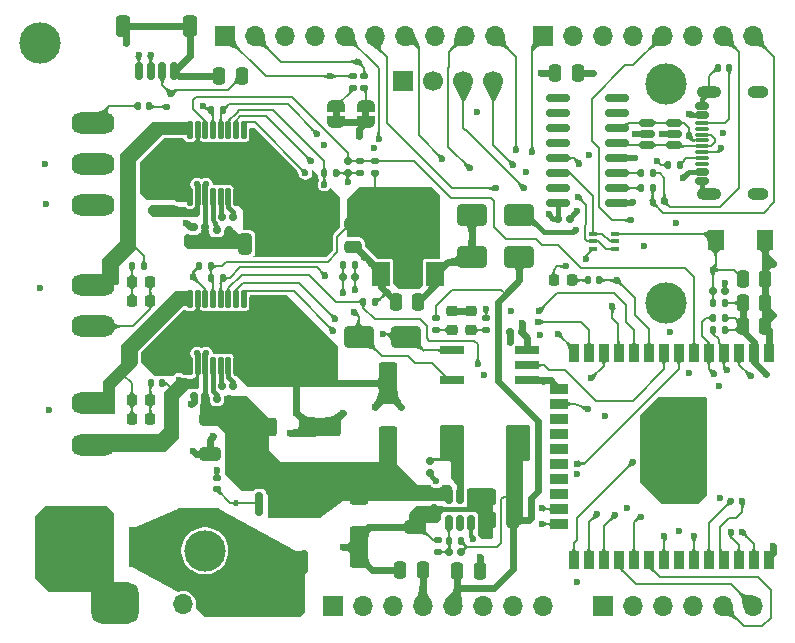
<source format=gbr>
%TF.GenerationSoftware,KiCad,Pcbnew,9.0.1*%
%TF.CreationDate,2025-05-14T19:05:47-04:00*%
%TF.ProjectId,EX-CSB1,45582d43-5342-4312-9e6b-696361645f70,rev?*%
%TF.SameCoordinates,Original*%
%TF.FileFunction,Copper,L1,Top*%
%TF.FilePolarity,Positive*%
%FSLAX46Y46*%
G04 Gerber Fmt 4.6, Leading zero omitted, Abs format (unit mm)*
G04 Created by KiCad (PCBNEW 9.0.1) date 2025-05-14 19:05:47*
%MOMM*%
%LPD*%
G01*
G04 APERTURE LIST*
G04 Aperture macros list*
%AMRoundRect*
0 Rectangle with rounded corners*
0 $1 Rounding radius*
0 $2 $3 $4 $5 $6 $7 $8 $9 X,Y pos of 4 corners*
0 Add a 4 corners polygon primitive as box body*
4,1,4,$2,$3,$4,$5,$6,$7,$8,$9,$2,$3,0*
0 Add four circle primitives for the rounded corners*
1,1,$1+$1,$2,$3*
1,1,$1+$1,$4,$5*
1,1,$1+$1,$6,$7*
1,1,$1+$1,$8,$9*
0 Add four rect primitives between the rounded corners*
20,1,$1+$1,$2,$3,$4,$5,0*
20,1,$1+$1,$4,$5,$6,$7,0*
20,1,$1+$1,$6,$7,$8,$9,0*
20,1,$1+$1,$8,$9,$2,$3,0*%
%AMFreePoly0*
4,1,23,0.500000,-0.750000,0.000000,-0.750000,0.000000,-0.745722,-0.065263,-0.745722,-0.191342,-0.711940,-0.304381,-0.646677,-0.396677,-0.554381,-0.461940,-0.441342,-0.495722,-0.315263,-0.495722,-0.250000,-0.500000,-0.250000,-0.500000,0.250000,-0.495722,0.250000,-0.495722,0.315263,-0.461940,0.441342,-0.396677,0.554381,-0.304381,0.646677,-0.191342,0.711940,-0.065263,0.745722,0.000000,0.745722,
0.000000,0.750000,0.500000,0.750000,0.500000,-0.750000,0.500000,-0.750000,$1*%
%AMFreePoly1*
4,1,23,0.000000,0.745722,0.065263,0.745722,0.191342,0.711940,0.304381,0.646677,0.396677,0.554381,0.461940,0.441342,0.495722,0.315263,0.495722,0.250000,0.500000,0.250000,0.500000,-0.250000,0.495722,-0.250000,0.495722,-0.315263,0.461940,-0.441342,0.396677,-0.554381,0.304381,-0.646677,0.191342,-0.711940,0.065263,-0.745722,0.000000,-0.745722,0.000000,-0.750000,-0.500000,-0.750000,
-0.500000,0.750000,0.000000,0.750000,0.000000,0.745722,0.000000,0.745722,$1*%
G04 Aperture macros list end*
%TA.AperFunction,EtchedComponent*%
%ADD10C,0.000000*%
%TD*%
%TA.AperFunction,ComponentPad*%
%ADD11C,0.600000*%
%TD*%
%TA.AperFunction,ComponentPad*%
%ADD12RoundRect,0.720000X-1.080000X0.180000X-1.080000X-0.180000X1.080000X-0.180000X1.080000X0.180000X0*%
%TD*%
%TA.AperFunction,SMDPad,CuDef*%
%ADD13R,1.350000X1.800000*%
%TD*%
%TA.AperFunction,SMDPad,CuDef*%
%ADD14RoundRect,0.250000X0.250000X0.475000X-0.250000X0.475000X-0.250000X-0.475000X0.250000X-0.475000X0*%
%TD*%
%TA.AperFunction,SMDPad,CuDef*%
%ADD15RoundRect,0.120000X-0.180000X-0.190000X0.180000X-0.190000X0.180000X0.190000X-0.180000X0.190000X0*%
%TD*%
%TA.AperFunction,SMDPad,CuDef*%
%ADD16RoundRect,0.120000X-0.170000X-0.190000X0.170000X-0.190000X0.170000X0.190000X-0.170000X0.190000X0*%
%TD*%
%TA.AperFunction,ComponentPad*%
%ADD17R,1.700000X1.700000*%
%TD*%
%TA.AperFunction,ComponentPad*%
%ADD18C,1.700000*%
%TD*%
%TA.AperFunction,SMDPad,CuDef*%
%ADD19RoundRect,0.120000X0.180000X0.190000X-0.180000X0.190000X-0.180000X-0.190000X0.180000X-0.190000X0*%
%TD*%
%TA.AperFunction,SMDPad,CuDef*%
%ADD20RoundRect,0.120000X0.190000X-0.180000X0.190000X0.180000X-0.190000X0.180000X-0.190000X-0.180000X0*%
%TD*%
%TA.AperFunction,ComponentPad*%
%ADD21C,3.500000*%
%TD*%
%TA.AperFunction,SMDPad,CuDef*%
%ADD22R,2.000000X0.640000*%
%TD*%
%TA.AperFunction,SMDPad,CuDef*%
%ADD23RoundRect,0.120000X0.170000X0.190000X-0.170000X0.190000X-0.170000X-0.190000X0.170000X-0.190000X0*%
%TD*%
%TA.AperFunction,SMDPad,CuDef*%
%ADD24FreePoly0,90.000000*%
%TD*%
%TA.AperFunction,SMDPad,CuDef*%
%ADD25FreePoly1,90.000000*%
%TD*%
%TA.AperFunction,SMDPad,CuDef*%
%ADD26RoundRect,0.250000X-0.250000X-0.475000X0.250000X-0.475000X0.250000X0.475000X-0.250000X0.475000X0*%
%TD*%
%TA.AperFunction,ComponentPad*%
%ADD27O,1.700000X1.700000*%
%TD*%
%TA.AperFunction,SMDPad,CuDef*%
%ADD28RoundRect,0.218750X-0.218750X-0.256250X0.218750X-0.256250X0.218750X0.256250X-0.218750X0.256250X0*%
%TD*%
%TA.AperFunction,SMDPad,CuDef*%
%ADD29RoundRect,0.120000X0.190000X-0.170000X0.190000X0.170000X-0.190000X0.170000X-0.190000X-0.170000X0*%
%TD*%
%TA.AperFunction,SMDPad,CuDef*%
%ADD30RoundRect,0.120000X-0.190000X0.170000X-0.190000X-0.170000X0.190000X-0.170000X0.190000X0.170000X0*%
%TD*%
%TA.AperFunction,SMDPad,CuDef*%
%ADD31RoundRect,0.250000X-0.550000X1.500000X-0.550000X-1.500000X0.550000X-1.500000X0.550000X1.500000X0*%
%TD*%
%TA.AperFunction,SMDPad,CuDef*%
%ADD32RoundRect,0.150000X0.425000X-0.150000X0.425000X0.150000X-0.425000X0.150000X-0.425000X-0.150000X0*%
%TD*%
%TA.AperFunction,SMDPad,CuDef*%
%ADD33RoundRect,0.075000X0.500000X-0.075000X0.500000X0.075000X-0.500000X0.075000X-0.500000X-0.075000X0*%
%TD*%
%TA.AperFunction,HeatsinkPad*%
%ADD34O,2.100000X1.000000*%
%TD*%
%TA.AperFunction,HeatsinkPad*%
%ADD35O,1.800000X1.000000*%
%TD*%
%TA.AperFunction,SMDPad,CuDef*%
%ADD36RoundRect,0.250000X-0.325000X-0.650000X0.325000X-0.650000X0.325000X0.650000X-0.325000X0.650000X0*%
%TD*%
%TA.AperFunction,SMDPad,CuDef*%
%ADD37RoundRect,0.150000X-0.150000X0.512500X-0.150000X-0.512500X0.150000X-0.512500X0.150000X0.512500X0*%
%TD*%
%TA.AperFunction,SMDPad,CuDef*%
%ADD38RoundRect,0.250000X-0.475000X0.250000X-0.475000X-0.250000X0.475000X-0.250000X0.475000X0.250000X0*%
%TD*%
%TA.AperFunction,SMDPad,CuDef*%
%ADD39R,0.650000X0.400000*%
%TD*%
%TA.AperFunction,SMDPad,CuDef*%
%ADD40RoundRect,0.218750X-0.256250X0.218750X-0.256250X-0.218750X0.256250X-0.218750X0.256250X0.218750X0*%
%TD*%
%TA.AperFunction,SMDPad,CuDef*%
%ADD41RoundRect,0.110000X-0.110000X0.677500X-0.110000X-0.677500X0.110000X-0.677500X0.110000X0.677500X0*%
%TD*%
%TA.AperFunction,ComponentPad*%
%ADD42C,0.550000*%
%TD*%
%TA.AperFunction,SMDPad,CuDef*%
%ADD43RoundRect,0.145200X-0.074800X0.354800X-0.074800X-0.354800X0.074800X-0.354800X0.074800X0.354800X0*%
%TD*%
%TA.AperFunction,ComponentPad*%
%ADD44C,0.500000*%
%TD*%
%TA.AperFunction,SMDPad,CuDef*%
%ADD45R,3.500000X2.930000*%
%TD*%
%TA.AperFunction,SMDPad,CuDef*%
%ADD46RoundRect,0.200000X-1.350000X1.500000X-1.350000X-1.500000X1.350000X-1.500000X1.350000X1.500000X0*%
%TD*%
%TA.AperFunction,SMDPad,CuDef*%
%ADD47RoundRect,0.250000X1.000000X0.650000X-1.000000X0.650000X-1.000000X-0.650000X1.000000X-0.650000X0*%
%TD*%
%TA.AperFunction,SMDPad,CuDef*%
%ADD48RoundRect,0.250000X-0.650000X0.325000X-0.650000X-0.325000X0.650000X-0.325000X0.650000X0.325000X0*%
%TD*%
%TA.AperFunction,SMDPad,CuDef*%
%ADD49RoundRect,0.218750X0.218750X0.256250X-0.218750X0.256250X-0.218750X-0.256250X0.218750X-0.256250X0*%
%TD*%
%TA.AperFunction,SMDPad,CuDef*%
%ADD50RoundRect,0.150000X0.825000X0.150000X-0.825000X0.150000X-0.825000X-0.150000X0.825000X-0.150000X0*%
%TD*%
%TA.AperFunction,SMDPad,CuDef*%
%ADD51RoundRect,0.120000X-0.190000X0.180000X-0.190000X-0.180000X0.190000X-0.180000X0.190000X0.180000X0*%
%TD*%
%TA.AperFunction,SMDPad,CuDef*%
%ADD52RoundRect,0.250000X-1.500000X-0.550000X1.500000X-0.550000X1.500000X0.550000X-1.500000X0.550000X0*%
%TD*%
%TA.AperFunction,SMDPad,CuDef*%
%ADD53RoundRect,0.250000X-1.000000X-0.650000X1.000000X-0.650000X1.000000X0.650000X-1.000000X0.650000X0*%
%TD*%
%TA.AperFunction,SMDPad,CuDef*%
%ADD54RoundRect,0.150000X0.150000X0.625000X-0.150000X0.625000X-0.150000X-0.625000X0.150000X-0.625000X0*%
%TD*%
%TA.AperFunction,SMDPad,CuDef*%
%ADD55RoundRect,0.250000X0.350000X0.650000X-0.350000X0.650000X-0.350000X-0.650000X0.350000X-0.650000X0*%
%TD*%
%TA.AperFunction,SMDPad,CuDef*%
%ADD56RoundRect,0.019500X-0.955500X-1.480500X0.955500X-1.480500X0.955500X1.480500X-0.955500X1.480500X0*%
%TD*%
%TA.AperFunction,SMDPad,CuDef*%
%ADD57R,0.450000X0.600000*%
%TD*%
%TA.AperFunction,SMDPad,CuDef*%
%ADD58R,1.500000X2.000000*%
%TD*%
%TA.AperFunction,SMDPad,CuDef*%
%ADD59R,3.800000X2.000000*%
%TD*%
%TA.AperFunction,ComponentPad*%
%ADD60R,3.500000X3.500000*%
%TD*%
%TA.AperFunction,ComponentPad*%
%ADD61RoundRect,0.350000X-1.400000X-1.400000X1.400000X-1.400000X1.400000X1.400000X-1.400000X1.400000X0*%
%TD*%
%TA.AperFunction,ComponentPad*%
%ADD62RoundRect,0.875000X-1.125000X-0.875000X1.125000X-0.875000X1.125000X0.875000X-1.125000X0.875000X0*%
%TD*%
%TA.AperFunction,SMDPad,CuDef*%
%ADD63RoundRect,0.250000X0.550000X-1.500000X0.550000X1.500000X-0.550000X1.500000X-0.550000X-1.500000X0*%
%TD*%
%TA.AperFunction,SMDPad,CuDef*%
%ADD64RoundRect,0.150000X-0.150000X0.825000X-0.150000X-0.825000X0.150000X-0.825000X0.150000X0.825000X0*%
%TD*%
%TA.AperFunction,SMDPad,CuDef*%
%ADD65R,0.900000X1.500000*%
%TD*%
%TA.AperFunction,SMDPad,CuDef*%
%ADD66R,1.500000X0.900000*%
%TD*%
%TA.AperFunction,SMDPad,CuDef*%
%ADD67R,0.900000X0.900000*%
%TD*%
%TA.AperFunction,SMDPad,CuDef*%
%ADD68RoundRect,0.150000X0.512500X0.150000X-0.512500X0.150000X-0.512500X-0.150000X0.512500X-0.150000X0*%
%TD*%
%TA.AperFunction,ViaPad*%
%ADD69C,0.600000*%
%TD*%
%TA.AperFunction,Conductor*%
%ADD70C,0.600000*%
%TD*%
%TA.AperFunction,Conductor*%
%ADD71C,0.200000*%
%TD*%
%TA.AperFunction,Conductor*%
%ADD72C,0.400000*%
%TD*%
%TA.AperFunction,Conductor*%
%ADD73C,0.300000*%
%TD*%
%TA.AperFunction,Conductor*%
%ADD74C,0.440000*%
%TD*%
G04 APERTURE END LIST*
D10*
%TA.AperFunction,EtchedComponent*%
%TO.C,JP101*%
G36*
X30925000Y43750000D02*
G01*
X30325000Y43750000D01*
X30325000Y44250000D01*
X30925000Y44250000D01*
X30925000Y43750000D01*
G37*
%TD.AperFunction*%
%TA.AperFunction,EtchedComponent*%
%TO.C,JP102*%
G36*
X28400000Y43750000D02*
G01*
X27800000Y43750000D01*
X27800000Y44250000D01*
X28400000Y44250000D01*
X28400000Y43750000D01*
G37*
%TD.AperFunction*%
%TD*%
D11*
%TO.P,J110,3,Pin_3*%
%TO.N,GND*%
X6200000Y35750000D03*
X8800000Y35750000D03*
D12*
X7500000Y36250000D03*
D11*
X6200000Y36750000D03*
X8800000Y36750000D03*
D12*
%TO.P,J110,2,Pin_2*%
%TO.N,/Booster-C*%
X7500000Y39750000D03*
D11*
X6200000Y39250000D03*
X8800000Y39250000D03*
X6200000Y40250000D03*
X8800000Y40250000D03*
%TO.P,J110,1,Pin_1*%
%TO.N,/Booster-D*%
X8800000Y42750000D03*
D12*
X7500000Y43250000D03*
D11*
X8800000Y43750000D03*
X6200000Y43750000D03*
X6200000Y42750000D03*
%TD*%
D13*
%TO.P,SW101,1,1*%
%TO.N,/reset_n*%
X60225000Y33300000D03*
%TO.P,SW101,2,2*%
%TO.N,GND*%
X64375000Y33300000D03*
%TD*%
D14*
%TO.P,C115,1*%
%TO.N,+3V3*%
X20099999Y47200000D03*
%TO.P,C115,2*%
%TO.N,GND*%
X18200001Y47200000D03*
%TD*%
D15*
%TO.P,C118,1*%
%TO.N,GND*%
X42800000Y25500000D03*
%TO.P,C118,2*%
%TO.N,+3V3*%
X43800000Y25500000D03*
%TD*%
D16*
%TO.P,R121,1*%
%TO.N,/rxd*%
X53900000Y39000000D03*
%TO.P,R121,2*%
%TO.N,/USB_RX*%
X54900000Y39000000D03*
%TD*%
D17*
%TO.P,J111,1,Pin_1*%
%TO.N,GND*%
X33800000Y46750000D03*
D18*
%TO.P,J111,2,Pin_2*%
%TO.N,+3V3*%
X36340000Y46750000D03*
%TO.P,J111,3,Pin_3*%
%TO.N,/scl*%
X38880000Y46750000D03*
%TO.P,J111,4,Pin_4*%
%TO.N,/sda*%
X41420000Y46750000D03*
%TD*%
D19*
%TO.P,C108,1*%
%TO.N,VM*%
X19000000Y34200000D03*
%TO.P,C108,2*%
%TO.N,/vcpa*%
X18000000Y34200000D03*
%TD*%
D20*
%TO.P,C204,1*%
%TO.N,/Power/bst*%
X36015000Y13625000D03*
%TO.P,C204,2*%
%TO.N,/Power/sw*%
X36015000Y14625000D03*
%TD*%
D21*
%TO.P,H103,1*%
%TO.N,N/C*%
X56000000Y46500000D03*
%TD*%
D22*
%TO.P,U104,1*%
%TO.N,/opto_anode*%
X37950000Y23970000D03*
%TO.P,U104,3*%
%TO.N,/Booster-C*%
X37950000Y21430000D03*
%TO.P,U104,4,GND*%
%TO.N,GND*%
X44250000Y21430000D03*
%TO.P,U104,5*%
%TO.N,/Railsync_in*%
X44250000Y22700000D03*
%TO.P,U104,6,VCC*%
%TO.N,+3V3*%
X44250000Y23970000D03*
%TD*%
D23*
%TO.P,R116,1*%
%TO.N,+3V3*%
X61000000Y25700003D03*
%TO.P,R116,2*%
%TO.N,/a0*%
X60000000Y25700003D03*
%TD*%
D11*
%TO.P,J103,1,Pin_1*%
%TO.N,/out1b*%
X8800000Y20000000D03*
X6200000Y20000000D03*
D12*
X7500000Y19500000D03*
D11*
X8800000Y19000000D03*
X6200000Y19000000D03*
%TO.P,J103,2,Pin_2*%
%TO.N,/out2b*%
X8800000Y16500000D03*
X6200000Y16500000D03*
D12*
X7500000Y16000000D03*
D11*
X8800000Y15500000D03*
X6200000Y15500000D03*
%TD*%
D24*
%TO.P,JP101,1,A*%
%TO.N,+3V3*%
X30625000Y43350000D03*
D25*
%TO.P,JP101,2,B*%
%TO.N,Net-(JP101-B)*%
X30625000Y44650000D03*
%TD*%
D14*
%TO.P,C114,1*%
%TO.N,+3V3*%
X48549999Y47500000D03*
%TO.P,C114,2*%
%TO.N,GND*%
X46650001Y47500000D03*
%TD*%
D26*
%TO.P,C101,1*%
%TO.N,+3V3*%
X62550000Y25999997D03*
%TO.P,C101,2*%
%TO.N,GND*%
X64450000Y25999997D03*
%TD*%
D19*
%TO.P,C110,1*%
%TO.N,/cplb*%
X19400000Y21000000D03*
%TO.P,C110,2*%
%TO.N,/cphb*%
X18400000Y21000000D03*
%TD*%
D17*
%TO.P,J108,1,Pin_1*%
%TO.N,unconnected-(J108-Pin_1-Pad1)*%
X27825000Y2370000D03*
D27*
%TO.P,J108,2,Pin_2*%
%TO.N,/io_ref*%
X30365000Y2370000D03*
%TO.P,J108,3,Pin_3*%
%TO.N,/reset_n*%
X32905000Y2370000D03*
%TO.P,J108,4,Pin_4*%
%TO.N,+3V3*%
X35445000Y2370000D03*
%TO.P,J108,5,Pin_5*%
%TO.N,+5V*%
X37985000Y2370000D03*
%TO.P,J108,6,Pin_6*%
%TO.N,GND*%
X40525000Y2370000D03*
%TO.P,J108,7,Pin_7*%
X43065000Y2370000D03*
%TO.P,J108,8,Pin_8*%
%TO.N,/vin_pin*%
X45605000Y2370000D03*
%TD*%
D15*
%TO.P,C209,1*%
%TO.N,/Power/fn*%
X37700000Y6900000D03*
%TO.P,C209,2*%
%TO.N,+5V*%
X38700000Y6900000D03*
%TD*%
D28*
%TO.P,D104,1,K*%
%TO.N,/out1b*%
X10800000Y18200001D03*
%TO.P,D104,2,A*%
%TO.N,Net-(D103-K)*%
X12375000Y18200001D03*
%TD*%
D21*
%TO.P,H104,1*%
%TO.N,N/C*%
X56000000Y28000000D03*
%TD*%
D23*
%TO.P,R119,1*%
%TO.N,/cc1*%
X57200000Y39700000D03*
%TO.P,R119,2*%
%TO.N,GND*%
X56200000Y39700000D03*
%TD*%
%TO.P,R202,1*%
%TO.N,+5V*%
X38700000Y7800000D03*
%TO.P,R202,2*%
%TO.N,/Power/fn*%
X37700000Y7800000D03*
%TD*%
D14*
%TO.P,C207,1*%
%TO.N,+5V*%
X43050001Y11600000D03*
%TO.P,C207,2*%
%TO.N,GND*%
X41150001Y11600000D03*
%TD*%
D29*
%TO.P,R201,1*%
%TO.N,/Power/gate*%
X18000000Y12200000D03*
%TO.P,R201,2*%
%TO.N,GND*%
X18000000Y13200000D03*
%TD*%
D30*
%TO.P,R205,1*%
%TO.N,+3V3*%
X40800000Y26700000D03*
%TO.P,R205,2*%
%TO.N,Net-(D205-A)*%
X40800000Y25700000D03*
%TD*%
D31*
%TO.P,C203,1*%
%TO.N,VM*%
X30000000Y12700000D03*
%TO.P,C203,2*%
%TO.N,GND*%
X30000000Y7300000D03*
%TD*%
D19*
%TO.P,C111,1*%
%TO.N,/cpla*%
X19400000Y35300000D03*
%TO.P,C111,2*%
%TO.N,/cpha*%
X18400000Y35300000D03*
%TD*%
D29*
%TO.P,R203,1*%
%TO.N,/Power/fn*%
X36700000Y6900000D03*
%TO.P,R203,2*%
%TO.N,GND*%
X36700000Y7900000D03*
%TD*%
D19*
%TO.P,C107,1*%
%TO.N,VM*%
X19000000Y19900000D03*
%TO.P,C107,2*%
%TO.N,/vcpb*%
X18000000Y19900000D03*
%TD*%
D32*
%TO.P,J114,A1,GND*%
%TO.N,GND*%
X59110000Y38300000D03*
%TO.P,J114,A4,VBUS*%
%TO.N,VBUS*%
X59110000Y39100000D03*
D33*
%TO.P,J114,A5,CC1*%
%TO.N,/cc1*%
X59110000Y40250000D03*
%TO.P,J114,A6,D+*%
%TO.N,/usb_d+*%
X59110000Y41250000D03*
%TO.P,J114,A7,D-*%
%TO.N,/usb_d-*%
X59110000Y41750000D03*
%TO.P,J114,A8,SBU1*%
%TO.N,unconnected-(J114-SBU1-PadA8)*%
X59110000Y42750000D03*
D32*
%TO.P,J114,A9,VBUS*%
%TO.N,VBUS*%
X59110000Y43900000D03*
%TO.P,J114,A12,GND*%
%TO.N,GND*%
X59110000Y44700000D03*
%TO.P,J114,B1,GND*%
X59110000Y44700000D03*
%TO.P,J114,B4,VBUS*%
%TO.N,VBUS*%
X59110000Y43900000D03*
D33*
%TO.P,J114,B5,CC2*%
%TO.N,/cc2*%
X59110000Y43250000D03*
%TO.P,J114,B6,D+*%
%TO.N,/usb_d+*%
X59110000Y42250000D03*
%TO.P,J114,B7,D-*%
%TO.N,/usb_d-*%
X59110000Y40750000D03*
%TO.P,J114,B8,SBU2*%
%TO.N,unconnected-(J114-SBU2-PadB8)*%
X59110000Y39750000D03*
D32*
%TO.P,J114,B9,VBUS*%
%TO.N,VBUS*%
X59110000Y39100000D03*
%TO.P,J114,B12,GND*%
%TO.N,GND*%
X59110000Y38300000D03*
D34*
%TO.P,J114,S1,SHIELD*%
X59685000Y37180000D03*
D35*
X63865000Y37180000D03*
D34*
X59685000Y45820000D03*
D35*
X63865000Y45820000D03*
%TD*%
D16*
%TO.P,R109,1*%
%TO.N,/nSleepb*%
X30400001Y28100000D03*
%TO.P,R109,2*%
%TO.N,GND*%
X31399999Y28100000D03*
%TD*%
D30*
%TO.P,R111,1*%
%TO.N,/sen_a*%
X30100000Y40000000D03*
%TO.P,R111,2*%
%TO.N,GND*%
X30100000Y39000000D03*
%TD*%
D17*
%TO.P,J107,1,Pin_1*%
%TO.N,/scl*%
X18685000Y50630000D03*
D27*
%TO.P,J107,2,Pin_2*%
%TO.N,/sda*%
X21225000Y50630000D03*
%TO.P,J107,3,Pin_3*%
%TO.N,/aref*%
X23765000Y50630000D03*
%TO.P,J107,4,Pin_4*%
%TO.N,GND*%
X26305000Y50630000D03*
%TO.P,J107,5,Pin_5*%
%TO.N,/d13*%
X28845000Y50630000D03*
%TO.P,J107,6,Pin_6*%
%TO.N,/d12*%
X31385000Y50630000D03*
%TO.P,J107,7,Pin_7*%
%TO.N,/d11*%
X33925000Y50630000D03*
%TO.P,J107,8,Pin_8*%
%TO.N,/d10*%
X36465000Y50630000D03*
%TO.P,J107,9,Pin_9*%
%TO.N,/brake_c*%
X39005000Y50630000D03*
%TO.P,J107,10,Pin_10*%
%TO.N,/brake_d*%
X41545000Y50630000D03*
%TD*%
D36*
%TO.P,C105,1*%
%TO.N,VM*%
X20424999Y33000000D03*
%TO.P,C105,2*%
%TO.N,GND*%
X23375001Y33000000D03*
%TD*%
D37*
%TO.P,U201,1,GND*%
%TO.N,GND*%
X39550000Y11637500D03*
%TO.P,U201,2,SW*%
%TO.N,/Power/sw*%
X38600000Y11637500D03*
%TO.P,U201,3,VIN*%
%TO.N,VM*%
X37650000Y11637500D03*
%TO.P,U201,4,FB*%
%TO.N,/Power/fn*%
X37650000Y9362500D03*
%TO.P,U201,5,EN*%
%TO.N,unconnected-(U201-EN-Pad5)*%
X38600000Y9362500D03*
%TO.P,U201,6,BOOT*%
%TO.N,/Power/bst*%
X39550000Y9362500D03*
%TD*%
D38*
%TO.P,C211,1*%
%TO.N,+3V3*%
X29500000Y34650000D03*
%TO.P,C211,2*%
%TO.N,GND*%
X29500000Y32750000D03*
%TD*%
D39*
%TO.P,Q101,1,E1*%
%TO.N,/DTR*%
X51750000Y32550000D03*
%TO.P,Q101,2,B1*%
%TO.N,/RTS*%
X51750000Y33200000D03*
%TO.P,Q101,3,C2*%
%TO.N,/reset_n*%
X51750000Y33850000D03*
%TO.P,Q101,4,E2*%
%TO.N,/RTS*%
X49850000Y33850000D03*
%TO.P,Q101,5,B2*%
%TO.N,/DTR*%
X49850000Y33200000D03*
%TO.P,Q101,6,C1*%
%TO.N,/IO0_boot_option*%
X49850000Y32550000D03*
%TD*%
D40*
%TO.P,D205,1,K*%
%TO.N,GND*%
X39500000Y27287500D03*
%TO.P,D205,2,A*%
%TO.N,Net-(D205-A)*%
X39500000Y25712500D03*
%TD*%
D23*
%TO.P,R103,1*%
%TO.N,+3V3*%
X61000000Y28000000D03*
%TO.P,R103,2*%
%TO.N,/reset_n*%
X60000000Y28000000D03*
%TD*%
%TO.P,R106,1*%
%TO.N,+3V3*%
X17500000Y31100000D03*
%TO.P,R106,2*%
%TO.N,/sen_b*%
X16500000Y31100000D03*
%TD*%
D14*
%TO.P,C210,1*%
%TO.N,/Power/+5V_vreg*%
X35050000Y28100000D03*
%TO.P,C210,2*%
%TO.N,GND*%
X33150000Y28100000D03*
%TD*%
D41*
%TO.P,U101,1,EN/IN1*%
%TO.N,/en{slash}in1b*%
X20275000Y28362500D03*
%TO.P,U101,2,PH/IN2*%
%TO.N,/ph{slash}in2b*%
X19625000Y28362500D03*
%TO.P,U101,3,nSleep*%
%TO.N,/nSleepb*%
X18975000Y28362500D03*
%TO.P,U101,4,nFAULT*%
%TO.N,/fault_n_b*%
X18325000Y28362500D03*
%TO.P,U101,5,VRef*%
%TO.N,+3V3*%
X17675000Y28362500D03*
%TO.P,U101,6,IPROPI*%
%TO.N,/sen_b*%
X17025000Y28362500D03*
%TO.P,U101,7,IMODE*%
%TO.N,GND*%
X16375000Y28362500D03*
%TO.P,U101,8,OUT1*%
%TO.N,/out1b*%
X15725000Y28362500D03*
%TO.P,U101,9,GND*%
%TO.N,GND*%
X15725000Y22637500D03*
D42*
%TO.P,U101,10,OUT2*%
%TO.N,/out2b*%
X16300000Y23750000D03*
D43*
X16375000Y23400000D03*
D41*
X16375000Y22637500D03*
D42*
%TO.P,U101,11,VM*%
%TO.N,VM*%
X17100000Y23750000D03*
D43*
X17025000Y23400000D03*
D41*
X17025000Y22637500D03*
%TO.P,U101,12,VCP*%
%TO.N,/vcpb*%
X17675000Y22637500D03*
%TO.P,U101,13,CPH*%
%TO.N,/cphb*%
X18325000Y22637500D03*
%TO.P,U101,14,CPL*%
%TO.N,/cplb*%
X18975000Y22637500D03*
%TO.P,U101,15,GND*%
%TO.N,GND*%
X19625000Y22637500D03*
%TO.P,U101,16,PMODE*%
X20275000Y22637500D03*
D44*
%TO.P,U101,17,GND*%
X20400000Y26950000D03*
X19800000Y26950000D03*
X19200000Y26950000D03*
X18600000Y26950000D03*
X18000000Y26950000D03*
X17400000Y26950000D03*
X16800000Y26950000D03*
X16200000Y26950000D03*
X15600000Y26950000D03*
X20000000Y26250000D03*
X16000000Y26200000D03*
D45*
X17000000Y25735000D03*
D44*
X20000000Y25500000D03*
D46*
X19200000Y25500000D03*
D44*
X18000000Y25500000D03*
X16000000Y25450000D03*
X15570000Y25000000D03*
X20000000Y24750000D03*
X16010000Y24520000D03*
X15470000Y24340000D03*
X20400000Y24050000D03*
X19700000Y24050000D03*
X19100000Y24050000D03*
X18500000Y24050000D03*
X17900000Y24050000D03*
%TD*%
D23*
%TO.P,R117,1*%
%TO.N,+3V3*%
X61000000Y26700000D03*
%TO.P,R117,2*%
%TO.N,/a1*%
X60000000Y26700000D03*
%TD*%
D47*
%TO.P,D106,1,K*%
%TO.N,/opto_anode*%
X34000001Y25100000D03*
%TO.P,D106,2,A*%
%TO.N,/Booster-C*%
X29999999Y25100000D03*
%TD*%
D16*
%TO.P,R118,1*%
%TO.N,GND*%
X60400000Y47900000D03*
%TO.P,R118,2*%
%TO.N,/cc2*%
X61400000Y47900000D03*
%TD*%
D48*
%TO.P,C205,1*%
%TO.N,VM*%
X34800001Y11975000D03*
%TO.P,C205,2*%
%TO.N,GND*%
X34800001Y9025000D03*
%TD*%
D40*
%TO.P,D202,1,K*%
%TO.N,GND*%
X37900000Y27287500D03*
%TO.P,D202,2,A*%
%TO.N,Net-(D202-A)*%
X37900000Y25712500D03*
%TD*%
D28*
%TO.P,D105,1,K*%
%TO.N,GND*%
X46512500Y29900000D03*
%TO.P,D105,2,A*%
%TO.N,Net-(D105-A)*%
X48087500Y29900000D03*
%TD*%
D16*
%TO.P,R101,1*%
%TO.N,Net-(D101-K)*%
X10800000Y31100000D03*
%TO.P,R101,2*%
%TO.N,/out1a*%
X11800000Y31100000D03*
%TD*%
D49*
%TO.P,D103,1,K*%
%TO.N,Net-(D103-K)*%
X12375000Y19799999D03*
%TO.P,D103,2,A*%
%TO.N,/out1b*%
X10800000Y19799999D03*
%TD*%
D30*
%TO.P,R204,1*%
%TO.N,+5V*%
X36565001Y26695000D03*
%TO.P,R204,2*%
%TO.N,Net-(D202-A)*%
X36565001Y25695000D03*
%TD*%
D11*
%TO.P,J101,1,Pin_1*%
%TO.N,/out1a*%
X8800000Y30000000D03*
X6200000Y30000000D03*
D12*
X7500000Y29500000D03*
D11*
X8800000Y29000000D03*
X6200000Y29000000D03*
%TO.P,J101,2,Pin_2*%
%TO.N,/out2a*%
X8800000Y26500000D03*
X6200000Y26500000D03*
D12*
X7500000Y26000000D03*
D11*
X8800000Y25500000D03*
X6200000Y25500000D03*
%TD*%
D14*
%TO.P,C117,1*%
%TO.N,+3V3*%
X35450000Y5400000D03*
%TO.P,C117,2*%
%TO.N,GND*%
X33550000Y5400000D03*
%TD*%
D21*
%TO.P,H101,1*%
%TO.N,N/C*%
X3000000Y50000000D03*
%TD*%
D50*
%TO.P,U106,1,GND*%
%TO.N,GND*%
X51875000Y36455000D03*
%TO.P,U106,2,TXD*%
%TO.N,/txd*%
X51875000Y37725000D03*
%TO.P,U106,3,RXD*%
%TO.N,/rxd*%
X51875000Y38995000D03*
%TO.P,U106,4,V3*%
%TO.N,+3V3*%
X51875000Y40265000D03*
%TO.P,U106,5,UD+*%
%TO.N,/usb_d+*%
X51875000Y41535000D03*
%TO.P,U106,6,UD-*%
%TO.N,/usb_d-*%
X51875000Y42805000D03*
%TO.P,U106,7,NC*%
%TO.N,unconnected-(U106-NC-Pad7)*%
X51875000Y44075000D03*
%TO.P,U106,8,NC*%
%TO.N,unconnected-(U106-NC-Pad8)*%
X51875000Y45345000D03*
%TO.P,U106,9,~{CTS}*%
%TO.N,unconnected-(U106-~{CTS}-Pad9)*%
X46925000Y45345000D03*
%TO.P,U106,10,~{DSR}*%
%TO.N,unconnected-(U106-~{DSR}-Pad10)*%
X46925000Y44075000D03*
%TO.P,U106,11,~{RI}*%
%TO.N,unconnected-(U106-~{RI}-Pad11)*%
X46925000Y42805000D03*
%TO.P,U106,12,~{DCD}*%
%TO.N,unconnected-(U106-~{DCD}-Pad12)*%
X46925000Y41535000D03*
%TO.P,U106,13,~{DTR}*%
%TO.N,/DTR*%
X46925000Y40265000D03*
%TO.P,U106,14,~{RTS}*%
%TO.N,/RTS*%
X46925000Y38995000D03*
%TO.P,U106,15,R232*%
%TO.N,unconnected-(U106-R232-Pad15)*%
X46925000Y37725000D03*
%TO.P,U106,16,VCC*%
%TO.N,+3V3*%
X46925000Y36455000D03*
%TD*%
D48*
%TO.P,C103,1*%
%TO.N,VM*%
X17400000Y18175000D03*
%TO.P,C103,2*%
%TO.N,GND*%
X17400000Y15225000D03*
%TD*%
D51*
%TO.P,C113,1*%
%TO.N,/sen_a*%
X29100000Y40000000D03*
%TO.P,C113,2*%
%TO.N,GND*%
X29100000Y39000000D03*
%TD*%
D21*
%TO.P,H102,1*%
%TO.N,N/C*%
X17000000Y7000000D03*
%TD*%
D17*
%TO.P,J113,1,Pin_1*%
%TO.N,/d7*%
X45605000Y50630000D03*
D27*
%TO.P,J113,2,Pin_2*%
%TO.N,/d6*%
X48145000Y50630000D03*
%TO.P,J113,3,Pin_3*%
%TO.N,/d5*%
X50685000Y50630000D03*
%TO.P,J113,4,Pin_4*%
%TO.N,/d4*%
X53225000Y50630000D03*
%TO.P,J113,5,Pin_5*%
%TO.N,/d3*%
X55765000Y50630000D03*
%TO.P,J113,6,Pin_6*%
%TO.N,/d2*%
X58305000Y50630000D03*
%TO.P,J113,7,Pin_7*%
%TO.N,/USB_RX*%
X60845000Y50630000D03*
%TO.P,J113,8,Pin_8*%
%TO.N,/USB_TX*%
X63385000Y50630000D03*
%TD*%
D28*
%TO.P,D101,1,K*%
%TO.N,Net-(D101-K)*%
X10812500Y28200001D03*
%TO.P,D101,2,A*%
%TO.N,/out2a*%
X12387500Y28200001D03*
%TD*%
D16*
%TO.P,R120,1*%
%TO.N,/txd*%
X53900000Y37700000D03*
%TO.P,R120,2*%
%TO.N,/USB_TX*%
X54900000Y37700000D03*
%TD*%
D26*
%TO.P,C102,1*%
%TO.N,+3V3*%
X62550000Y27999997D03*
%TO.P,C102,2*%
%TO.N,GND*%
X64450000Y27999997D03*
%TD*%
D16*
%TO.P,R104,1*%
%TO.N,/nSleepa*%
X27100000Y39000000D03*
%TO.P,R104,2*%
%TO.N,GND*%
X28100000Y39000000D03*
%TD*%
D15*
%TO.P,C120,1*%
%TO.N,+3V3*%
X46900000Y35100000D03*
%TO.P,C120,2*%
%TO.N,GND*%
X47900000Y35100000D03*
%TD*%
D17*
%TO.P,J204,1,Pin_1*%
%TO.N,/Power/v_conn*%
X22765000Y2500000D03*
D27*
%TO.P,J204,2,Pin_2*%
X20225000Y2500000D03*
%TO.P,J204,3,Pin_3*%
X17685000Y2500000D03*
%TO.P,J204,4,Pin_4*%
%TO.N,GND*%
X15145000Y2500000D03*
%TD*%
D52*
%TO.P,C201,1*%
%TO.N,VM*%
X21300000Y17500000D03*
%TO.P,C201,2*%
%TO.N,GND*%
X26700000Y17500000D03*
%TD*%
D16*
%TO.P,R110,1*%
%TO.N,/sen_b*%
X28700000Y31200000D03*
%TO.P,R110,2*%
%TO.N,GND*%
X29700000Y31200000D03*
%TD*%
%TO.P,R115,1*%
%TO.N,/Booster-D*%
X11300001Y44650000D03*
%TO.P,R115,2*%
%TO.N,/opto_anode*%
X12299999Y44650000D03*
%TD*%
D53*
%TO.P,D204,1,K*%
%TO.N,/Power/+5V_vreg*%
X39600000Y35400000D03*
%TO.P,D204,2,A*%
%TO.N,VBUS*%
X43600000Y35400000D03*
%TD*%
%TO.P,D203,1,K*%
%TO.N,/Power/+5V_vreg*%
X39600000Y31900000D03*
%TO.P,D203,2,A*%
%TO.N,+5V*%
X43600000Y31900000D03*
%TD*%
D17*
%TO.P,J112,1,Pin_1*%
%TO.N,/a0*%
X50685000Y2370000D03*
D27*
%TO.P,J112,2,Pin_2*%
%TO.N,/a1*%
X53225000Y2370000D03*
%TO.P,J112,3,Pin_3*%
%TO.N,/a2*%
X55765000Y2370000D03*
%TO.P,J112,4,Pin_4*%
%TO.N,/a3*%
X58305000Y2370000D03*
%TO.P,J112,5,Pin_5*%
%TO.N,/a4*%
X60845000Y2370000D03*
%TO.P,J112,6,Pin_6*%
%TO.N,/a5*%
X63385000Y2370000D03*
%TD*%
D54*
%TO.P,J105,1,Pin_1*%
%TO.N,GND*%
X14400000Y47600000D03*
%TO.P,J105,2,Pin_2*%
%TO.N,+3V3*%
X13400000Y47600000D03*
%TO.P,J105,3,Pin_3*%
%TO.N,/sda*%
X12400000Y47600000D03*
%TO.P,J105,4,Pin_4*%
%TO.N,/scl*%
X11400000Y47600000D03*
D55*
%TO.P,J105,MP,MountPin*%
%TO.N,GND*%
X15700000Y51475000D03*
X10100000Y51475000D03*
%TD*%
D56*
%TO.P,L201,1,1*%
%TO.N,/Power/sw*%
X37925000Y16100000D03*
%TO.P,L201,2,2*%
%TO.N,+5V*%
X43475000Y16100000D03*
%TD*%
D57*
%TO.P,D201,1,K*%
%TO.N,VM*%
X19600001Y13150001D03*
%TO.P,D201,2,A*%
%TO.N,/Power/gate*%
X19600001Y11050001D03*
%TD*%
D58*
%TO.P,U202,1,GND*%
%TO.N,GND*%
X31900000Y30450000D03*
%TO.P,U202,2,VO*%
%TO.N,+3V3*%
X34200000Y30450000D03*
D59*
X34200000Y36750000D03*
D58*
%TO.P,U202,3,VI*%
%TO.N,/Power/+5V_vreg*%
X36500000Y30450000D03*
%TD*%
D16*
%TO.P,R107,1*%
%TO.N,+3V3*%
X17500000Y44300000D03*
%TO.P,R107,2*%
%TO.N,/fault_n_a*%
X18500000Y44300000D03*
%TD*%
D51*
%TO.P,C206,1*%
%TO.N,VM*%
X36400000Y11600000D03*
%TO.P,C206,2*%
%TO.N,GND*%
X36400000Y10600000D03*
%TD*%
D15*
%TO.P,C109,1*%
%TO.N,/reset_n*%
X60000000Y28999997D03*
%TO.P,C109,2*%
%TO.N,GND*%
X61000000Y28999997D03*
%TD*%
D24*
%TO.P,JP102,1,A*%
%TO.N,+3V3*%
X28100000Y43350001D03*
D25*
%TO.P,JP102,2,B*%
%TO.N,Net-(JP102-B)*%
X28100000Y44649999D03*
%TD*%
D14*
%TO.P,C208,1*%
%TO.N,+5V*%
X43050001Y9600001D03*
%TO.P,C208,2*%
%TO.N,GND*%
X41150001Y9600001D03*
%TD*%
D49*
%TO.P,D102,1,K*%
%TO.N,/out2a*%
X12387500Y29799999D03*
%TO.P,D102,2,A*%
%TO.N,Net-(D101-K)*%
X10812500Y29799999D03*
%TD*%
D23*
%TO.P,R112,1*%
%TO.N,/d7*%
X50400000Y29900000D03*
%TO.P,R112,2*%
%TO.N,Net-(D105-A)*%
X49400000Y29900000D03*
%TD*%
D29*
%TO.P,R108,1*%
%TO.N,+3V3*%
X31400000Y39000000D03*
%TO.P,R108,2*%
%TO.N,/sen_a*%
X31400000Y40000000D03*
%TD*%
D19*
%TO.P,C106,1*%
%TO.N,VM*%
X17040000Y34400000D03*
%TO.P,C106,2*%
%TO.N,GND*%
X16040000Y34400000D03*
%TD*%
D26*
%TO.P,C116,1*%
%TO.N,+5V*%
X38350000Y5300000D03*
%TO.P,C116,2*%
%TO.N,GND*%
X40250000Y5300000D03*
%TD*%
D15*
%TO.P,C112,1*%
%TO.N,/sen_b*%
X28700000Y30200002D03*
%TO.P,C112,2*%
%TO.N,GND*%
X29700000Y30200002D03*
%TD*%
D29*
%TO.P,R114,1*%
%TO.N,Net-(JP102-B)*%
X29500000Y46200000D03*
%TO.P,R114,2*%
%TO.N,/scl*%
X29500000Y47200000D03*
%TD*%
D11*
%TO.P,J201,1*%
%TO.N,/Power/v_conn*%
X10900000Y8700000D03*
X10900000Y7300000D03*
X10900000Y5900000D03*
D60*
X12300000Y7300000D03*
D11*
X13700000Y8700000D03*
X13700000Y7300000D03*
X13700000Y5900000D03*
%TO.P,J201,2*%
%TO.N,GND*%
X4900000Y8700000D03*
X4900000Y7300000D03*
X4900000Y5900000D03*
D61*
X6300000Y7300000D03*
D11*
X7700000Y8700000D03*
X7700000Y7300000D03*
X7700000Y5900000D03*
D62*
%TO.P,J201,MP,MountPin*%
X9400000Y2600000D03*
%TD*%
D41*
%TO.P,U102,1,EN/IN1*%
%TO.N,/en{slash}in1a*%
X20275000Y42662500D03*
%TO.P,U102,2,PH/IN2*%
%TO.N,/IO0_boot_option*%
X19625000Y42662500D03*
%TO.P,U102,3,nSleep*%
%TO.N,/nSleepa*%
X18975000Y42662500D03*
%TO.P,U102,4,nFAULT*%
%TO.N,/fault_n_a*%
X18325000Y42662500D03*
%TO.P,U102,5,VRef*%
%TO.N,+3V3*%
X17675000Y42662500D03*
%TO.P,U102,6,IPROPI*%
%TO.N,/sen_a*%
X17025000Y42662500D03*
%TO.P,U102,7,IMODE*%
%TO.N,GND*%
X16375000Y42662500D03*
%TO.P,U102,8,OUT1*%
%TO.N,/out1a*%
X15725000Y42662500D03*
%TO.P,U102,9,GND*%
%TO.N,GND*%
X15725000Y36937500D03*
D42*
%TO.P,U102,10,OUT2*%
%TO.N,/out2a*%
X16300000Y38050000D03*
D43*
X16375000Y37700000D03*
D41*
X16375000Y36937500D03*
D42*
%TO.P,U102,11,VM*%
%TO.N,VM*%
X17100000Y38050000D03*
D43*
X17025000Y37700000D03*
D41*
X17025000Y36937500D03*
%TO.P,U102,12,VCP*%
%TO.N,/vcpa*%
X17675000Y36937500D03*
%TO.P,U102,13,CPH*%
%TO.N,/cpha*%
X18325000Y36937500D03*
%TO.P,U102,14,CPL*%
%TO.N,/cpla*%
X18975000Y36937500D03*
%TO.P,U102,15,GND*%
%TO.N,GND*%
X19625000Y36937500D03*
%TO.P,U102,16,PMODE*%
X20275000Y36937500D03*
D44*
%TO.P,U102,17,GND*%
X20400000Y41250000D03*
X19800000Y41250000D03*
X19200000Y41250000D03*
X18600000Y41250000D03*
X18000000Y41250000D03*
X17400000Y41250000D03*
X16800000Y41250000D03*
X16200000Y41250000D03*
X15600000Y41250000D03*
X20000000Y40550000D03*
X16000000Y40500000D03*
D45*
X17000000Y40035000D03*
D44*
X20000000Y39800000D03*
D46*
X19200000Y39800000D03*
D44*
X18000000Y39800000D03*
X16000000Y39750000D03*
X15570000Y39300000D03*
X20000000Y39050000D03*
X16010000Y38820000D03*
X15470000Y38640000D03*
X20400000Y38350000D03*
X19700000Y38350000D03*
X19100000Y38350000D03*
X18500000Y38350000D03*
X17900000Y38350000D03*
%TD*%
D16*
%TO.P,R105,1*%
%TO.N,+3V3*%
X17500000Y30100000D03*
%TO.P,R105,2*%
%TO.N,/fault_n_b*%
X18500000Y30100000D03*
%TD*%
D29*
%TO.P,R113,1*%
%TO.N,Net-(JP101-B)*%
X30500000Y46200000D03*
%TO.P,R113,2*%
%TO.N,/sda*%
X30500000Y47200000D03*
%TD*%
D63*
%TO.P,C202,1*%
%TO.N,VM*%
X32500000Y15800000D03*
%TO.P,C202,2*%
%TO.N,GND*%
X32500000Y21200000D03*
%TD*%
D16*
%TO.P,R102,1*%
%TO.N,Net-(D103-K)*%
X12400001Y21200000D03*
%TO.P,R102,2*%
%TO.N,/out2b*%
X13399999Y21200000D03*
%TD*%
D64*
%TO.P,Q201,1,S*%
%TO.N,VM*%
X25405000Y10975000D03*
%TO.P,Q201,2,S*%
X24135000Y10975000D03*
%TO.P,Q201,3,S*%
X22865000Y10975000D03*
%TO.P,Q201,4,G*%
%TO.N,/Power/gate*%
X21595000Y10975000D03*
%TO.P,Q201,5,D*%
%TO.N,/Power/v_conn*%
X21595000Y6025000D03*
%TO.P,Q201,6,D*%
X22865000Y6025000D03*
%TO.P,Q201,7,D*%
X24135000Y6025000D03*
%TO.P,Q201,8,D*%
X25405000Y6025000D03*
%TD*%
D65*
%TO.P,U103,1,GND*%
%TO.N,GND*%
X64760000Y23751000D03*
%TO.P,U103,2,VDD*%
%TO.N,+3V3*%
X63490000Y23751000D03*
%TO.P,U103,3,EN*%
%TO.N,/reset_n*%
X62220000Y23751000D03*
%TO.P,U103,4,SENSOR_VP*%
%TO.N,/a0*%
X60950000Y23751000D03*
%TO.P,U103,5,SENSOR_VN*%
%TO.N,/a1*%
X59680000Y23751000D03*
%TO.P,U103,6,IO34*%
%TO.N,/sen_a*%
X58410000Y23751000D03*
%TO.P,U103,7,IO35*%
%TO.N,/sen_b*%
X57140000Y23751000D03*
%TO.P,U103,8,IO32*%
%TO.N,/Railsync_in*%
X55870000Y23751000D03*
%TO.P,U103,9,IO33*%
%TO.N,/d7*%
X54600000Y23751000D03*
%TO.P,U103,10,IO25*%
%TO.N,/nSleepa*%
X53330000Y23751000D03*
%TO.P,U103,11,IO26*%
%TO.N,/d3*%
X52060000Y23751000D03*
%TO.P,U103,12,IO27*%
%TO.N,/nSleepb*%
X50790000Y23751000D03*
%TO.P,U103,13,IO14*%
%TO.N,/en{slash}in1a*%
X49520000Y23751000D03*
%TO.P,U103,14,IO12*%
%TO.N,/brake_d*%
X48250000Y23751000D03*
D66*
%TO.P,U103,15,GND*%
%TO.N,GND*%
X47000000Y20716000D03*
%TO.P,U103,16,IO13*%
%TO.N,/brake_c*%
X47000000Y19446000D03*
%TO.P,U103,17,SHD/SD2*%
%TO.N,unconnected-(U103-SHD{slash}SD2-Pad17)*%
X47000000Y18176000D03*
%TO.P,U103,18,SWP/SD3*%
%TO.N,unconnected-(U103-SWP{slash}SD3-Pad18)*%
X47000000Y16906000D03*
%TO.P,U103,19,SCS/CMD*%
%TO.N,unconnected-(U103-SCS{slash}CMD-Pad19)*%
X47000000Y15636000D03*
%TO.P,U103,20,SCK/CLK*%
%TO.N,unconnected-(U103-SCK{slash}CLK-Pad20)*%
X47000000Y14366000D03*
%TO.P,U103,21,SDO/SD0*%
%TO.N,unconnected-(U103-SDO{slash}SD0-Pad21)*%
X47000000Y13096000D03*
%TO.P,U103,22,SDI/SD1*%
%TO.N,unconnected-(U103-SDI{slash}SD1-Pad22)*%
X47000000Y11826000D03*
%TO.P,U103,23,IO15*%
%TO.N,/ph{slash}in2b*%
X47000000Y10556000D03*
%TO.P,U103,24,IO2*%
%TO.N,/en{slash}in1b*%
X47000000Y9286000D03*
D65*
%TO.P,U103,25,IO0*%
%TO.N,/IO0_boot_option*%
X48250000Y6251000D03*
%TO.P,U103,26,IO4*%
%TO.N,/d13*%
X49520000Y6251000D03*
%TO.P,U103,27,IO16*%
%TO.N,/d11*%
X50790000Y6251000D03*
%TO.P,U103,28,IO17*%
%TO.N,/a5*%
X52060000Y6251000D03*
%TO.P,U103,29,IO5*%
%TO.N,/d12*%
X53330000Y6251000D03*
%TO.P,U103,30,IO18*%
%TO.N,/a4*%
X54600000Y6251000D03*
%TO.P,U103,31,IO19*%
%TO.N,/fault_n_a*%
X55870000Y6251000D03*
%TO.P,U103,32,NC*%
%TO.N,unconnected-(U103-NC-Pad32)*%
X57140000Y6251000D03*
%TO.P,U103,33,IO21*%
%TO.N,/sda*%
X58410000Y6251000D03*
%TO.P,U103,34,RXD0/IO3*%
%TO.N,/USB_TX*%
X59680000Y6251000D03*
%TO.P,U103,35,TXD0/IO1*%
%TO.N,/USB_RX*%
X60950000Y6251000D03*
%TO.P,U103,36,IO22*%
%TO.N,/scl*%
X62220000Y6251000D03*
%TO.P,U103,37,IO23*%
%TO.N,/fault_n_b*%
X63490000Y6251000D03*
%TO.P,U103,38,GND*%
%TO.N,GND*%
X64760000Y6251000D03*
D67*
%TO.P,U103,39,GND*%
X58440000Y17901000D03*
X57040000Y17901000D03*
X55640000Y17901000D03*
X58440000Y16501000D03*
X57040000Y16501000D03*
X55640000Y16501000D03*
X58440000Y15101000D03*
X57040000Y15101000D03*
X55640000Y15101000D03*
%TD*%
D26*
%TO.P,C121,1*%
%TO.N,/reset_n*%
X62550000Y30000000D03*
%TO.P,C121,2*%
%TO.N,GND*%
X64450000Y30000000D03*
%TD*%
D19*
%TO.P,C104,1*%
%TO.N,VM*%
X17040000Y20100000D03*
%TO.P,C104,2*%
%TO.N,GND*%
X16040000Y20100000D03*
%TD*%
D68*
%TO.P,U105,1,I/O1*%
%TO.N,/usb_d+*%
X56737500Y41350000D03*
%TO.P,U105,2,GND*%
%TO.N,GND*%
X56737500Y42300000D03*
%TO.P,U105,3,I/O2*%
%TO.N,/usb_d-*%
X56737500Y43250000D03*
%TO.P,U105,4,I/O2*%
X54462500Y43250000D03*
%TO.P,U105,5,VBUS*%
%TO.N,VBUS*%
X54462500Y42300000D03*
%TO.P,U105,6,I/O1*%
%TO.N,/usb_d+*%
X54462500Y41350000D03*
%TD*%
D69*
%TO.N,GND*%
X13700000Y40500000D03*
X31200000Y5400000D03*
X27100000Y41400000D03*
X56900000Y34800000D03*
X36000000Y10000000D03*
X40020000Y44140000D03*
X45600000Y21400000D03*
X24200000Y17000000D03*
X5300000Y10000000D03*
X24700000Y18700000D03*
X60900000Y42400000D03*
X57000000Y18900000D03*
X40200000Y11300000D03*
X17700000Y16700000D03*
X32400000Y28900000D03*
X39500000Y10600000D03*
X3300000Y9000000D03*
X28700000Y18700000D03*
X40400000Y8500000D03*
X42800000Y24700000D03*
X50900000Y18400000D03*
X41100000Y8500000D03*
X56300000Y17200000D03*
X48500000Y4400000D03*
X24700000Y19900000D03*
X47600000Y31100000D03*
X56300000Y15800000D03*
X46300000Y21400000D03*
X57700000Y15800000D03*
X40600000Y21900000D03*
X65100000Y27000000D03*
X8900000Y6600000D03*
X22300000Y33500000D03*
X29700000Y29100000D03*
X32600000Y5400000D03*
X65100000Y7400000D03*
X14500000Y38100000D03*
X56200000Y18900000D03*
X65100000Y31300000D03*
X33600000Y19200000D03*
X55600000Y14000000D03*
X5600000Y4200000D03*
X18000000Y13831371D03*
X42900000Y27300000D03*
X14900000Y23700000D03*
X45450000Y47480000D03*
X57700000Y17200000D03*
X35300000Y10000000D03*
X36700000Y10000000D03*
X15400000Y34800000D03*
X15800000Y19400000D03*
X55300000Y40000000D03*
X22800000Y21700000D03*
X53200000Y36500000D03*
X31300000Y41100000D03*
X25500000Y32700000D03*
X3500000Y36350000D03*
X8700000Y5100000D03*
X45400000Y25300000D03*
X6900000Y10000000D03*
X3400000Y5900000D03*
X24800000Y26600000D03*
X3450000Y39800000D03*
X30500000Y31900000D03*
X22300000Y27200000D03*
X57100000Y8700000D03*
X58000000Y22100000D03*
X26600000Y23100000D03*
X40200000Y12000000D03*
X31900000Y5400000D03*
X29100000Y38200000D03*
X56700000Y14000000D03*
X16000000Y15500000D03*
X56400000Y25500000D03*
X3300000Y7300000D03*
X61000000Y29700000D03*
X60600000Y11500000D03*
X49500000Y40500000D03*
X57700000Y14000000D03*
X28100000Y21200000D03*
X60500000Y21000000D03*
X48500000Y13500000D03*
X40200000Y10600000D03*
X58500000Y14000000D03*
X52700000Y10600000D03*
X54200000Y32800000D03*
X7200000Y4500000D03*
X34600000Y10000000D03*
X55700000Y42300000D03*
X22300000Y32500000D03*
X31400000Y19200000D03*
X44200000Y39100000D03*
X13900000Y24900000D03*
X28700000Y7300000D03*
X8800000Y7900000D03*
X40300000Y6500000D03*
X38700000Y27300000D03*
X4100000Y4400000D03*
X10350000Y50000000D03*
X58000000Y18900000D03*
X48500000Y35800000D03*
X4000000Y10100000D03*
X3000000Y29300000D03*
X8500000Y9700000D03*
X3800000Y18900000D03*
%TO.N,VM*%
X17700000Y33200000D03*
X19900000Y15700000D03*
X15600000Y33200000D03*
X19100000Y33200000D03*
X18400000Y33200000D03*
X20600000Y15700000D03*
X20599999Y15000000D03*
X16300000Y33200000D03*
X21300000Y15700000D03*
X21299999Y15000000D03*
X19900000Y15000000D03*
X17000000Y33200000D03*
%TO.N,/out2a*%
X12600000Y35800000D03*
X14000000Y35800000D03*
X13300000Y35800000D03*
%TO.N,/out2b*%
X14800000Y21500000D03*
%TO.N,/a0*%
X61200000Y22300000D03*
%TO.N,/a1*%
X60100000Y22000000D03*
%TO.N,/sda*%
X29960000Y48430000D03*
X43100000Y39700000D03*
X12400000Y49000000D03*
X58400000Y8300000D03*
%TO.N,/scl*%
X61500000Y8600000D03*
X11400000Y49000000D03*
X44000000Y37700000D03*
X27620000Y47190000D03*
%TO.N,/d3*%
X53100000Y35000000D03*
X51500000Y27700000D03*
%TO.N,/d7*%
X51900000Y29900000D03*
X44700000Y40800000D03*
%TO.N,/d11*%
X51700000Y10000000D03*
X37100000Y40200000D03*
%TO.N,/Power/bst*%
X39700000Y8000000D03*
X36600000Y12900000D03*
%TO.N,/d12*%
X41600000Y37700000D03*
X53900000Y9900000D03*
%TO.N,/d13*%
X50200000Y10100000D03*
X31700000Y41900000D03*
%TO.N,/sen_b*%
X16000000Y30200000D03*
X48500000Y14400000D03*
X28700000Y28800000D03*
%TO.N,/fault_n_a*%
X26500000Y42300000D03*
X55900000Y8300000D03*
%TO.N,/fault_n_b*%
X62500000Y8600000D03*
X27200000Y30300000D03*
%TO.N,/en{slash}in1a*%
X45200000Y26400000D03*
X25500000Y39000000D03*
%TO.N,/en{slash}in1b*%
X27850000Y25650000D03*
X45500000Y9300000D03*
%TO.N,/ph{slash}in2b*%
X45500000Y10600000D03*
X28050000Y26650000D03*
%TO.N,/nSleepa*%
X45300000Y27300000D03*
X27100000Y38000000D03*
%TO.N,/nSleepb*%
X49700000Y21600000D03*
X40100000Y22800000D03*
%TO.N,+3V3*%
X49820000Y47430000D03*
X35800000Y32700000D03*
X31400000Y36100000D03*
X14150000Y45700000D03*
X46100000Y35500000D03*
X53400000Y40300000D03*
X30000000Y42100000D03*
X43800000Y26300000D03*
X31400000Y37000000D03*
X29900000Y36500000D03*
X64500000Y22000000D03*
X16800000Y44700000D03*
X40800000Y27500000D03*
%TO.N,/reset_n*%
X63200000Y21800000D03*
X60000000Y30800000D03*
%TO.N,VBUS*%
X57500000Y38600000D03*
X58000000Y44000000D03*
X48400000Y34200000D03*
X53400000Y42300000D03*
%TO.N,/usb_d-*%
X60700000Y41100000D03*
X58000000Y42100000D03*
%TO.N,/USB_RX*%
X55900000Y36600000D03*
X62500000Y11200000D03*
%TO.N,/USB_TX*%
X61500000Y11200000D03*
X54900000Y36500000D03*
%TO.N,/DTR*%
X48600000Y37000000D03*
X48700000Y39800000D03*
%TO.N,/brake_d*%
X46900000Y25400000D03*
X43325000Y40925000D03*
%TO.N,/brake_c*%
X39400000Y39400000D03*
X49465686Y19000000D03*
%TO.N,/IO0_boot_option*%
X53200000Y14500000D03*
X49300000Y31700000D03*
X26000000Y40000000D03*
%TO.N,/opto_anode*%
X32100000Y25400000D03*
X13800000Y44600000D03*
%TO.N,/Booster-C*%
X29600000Y27200000D03*
%TD*%
D70*
%TO.N,GND*%
X46300000Y21400000D02*
X46990000Y20710000D01*
D71*
X30100000Y39000000D02*
X29100000Y39000000D01*
X61000000Y28999997D02*
X61000000Y29700000D01*
D72*
X47900000Y35200000D02*
X48500000Y35800000D01*
D70*
X46630001Y47480000D02*
X46650001Y47500000D01*
D71*
X29100000Y39000000D02*
X28100000Y39000000D01*
D70*
X30000000Y7300000D02*
X28700000Y7300000D01*
X64750000Y6450000D02*
X65100000Y6800000D01*
D72*
X56737500Y42300000D02*
X55700000Y42300000D01*
D70*
X64450000Y33225000D02*
X64375000Y33300000D01*
X15700000Y48900000D02*
X14400000Y47600000D01*
X31200000Y5400000D02*
X31900000Y5400000D01*
D71*
X29700000Y30200002D02*
X29700000Y31200000D01*
D70*
X15700000Y51475000D02*
X15700000Y48900000D01*
X31900000Y30600000D02*
X30600000Y31900000D01*
X25900000Y17500000D02*
X24700000Y18700000D01*
D71*
X56200000Y39700000D02*
X55600000Y39700000D01*
D72*
X51875000Y36455000D02*
X53155000Y36455000D01*
D71*
X31600000Y28100000D02*
X32400000Y28900000D01*
D70*
X31900000Y29350000D02*
X32350000Y28900000D01*
X30600000Y31900000D02*
X30500000Y31900000D01*
X30000000Y8200000D02*
X30825000Y9025000D01*
X39500000Y27287500D02*
X38712500Y27287500D01*
D72*
X59110000Y45245000D02*
X59685000Y45820000D01*
X53155000Y36455000D02*
X53200000Y36500000D01*
D71*
X36300000Y7900000D02*
X36700000Y7900000D01*
D70*
X30000000Y6500000D02*
X31100000Y5400000D01*
D72*
X59110000Y37755000D02*
X59685000Y37180000D01*
D70*
X64450000Y26350000D02*
X65100000Y27000000D01*
X17400000Y15225000D02*
X16275000Y15225000D01*
D71*
X29700000Y30200002D02*
X29700000Y29100000D01*
D70*
X30500000Y32000000D02*
X29750000Y32750000D01*
X32400000Y28850000D02*
X33150000Y28100000D01*
X32500000Y20300000D02*
X31400000Y19200000D01*
D71*
X59685000Y45820000D02*
X59685000Y47185000D01*
D70*
X45570000Y21430000D02*
X45600000Y21400000D01*
X10100000Y51475000D02*
X15700000Y51475000D01*
X17400000Y16400000D02*
X17700000Y16700000D01*
D71*
X35175000Y9025000D02*
X36300000Y7900000D01*
X55600000Y39700000D02*
X55300000Y40000000D01*
D70*
X42800000Y25500000D02*
X42800000Y24700000D01*
X10350000Y50000000D02*
X10350000Y51225000D01*
X31900000Y5400000D02*
X32600000Y5400000D01*
X64450000Y27999997D02*
X64450000Y30000000D01*
X10350000Y51225000D02*
X10100000Y51475000D01*
X16040000Y20100000D02*
X16040000Y19640000D01*
X17400000Y15225000D02*
X17400000Y16400000D01*
X65100000Y31300000D02*
X65100000Y31350000D01*
X65100000Y31350000D02*
X64450000Y32000000D01*
X16040000Y19640000D02*
X15800000Y19400000D01*
D71*
X31399999Y28100000D02*
X31600000Y28100000D01*
D70*
X24200000Y17000000D02*
X26200000Y17000000D01*
X37900000Y27287500D02*
X38687500Y27287500D01*
X64450000Y30900000D02*
X64450000Y32000000D01*
X64750000Y25699997D02*
X64450000Y25999997D01*
X24700000Y18700000D02*
X24700000Y19900000D01*
D71*
X47600000Y31100000D02*
X46812500Y31100000D01*
D70*
X14800000Y47200000D02*
X14400000Y47600000D01*
X31900000Y30450000D02*
X31900000Y29350000D01*
X44250000Y21430000D02*
X45570000Y21430000D01*
X32350000Y28900000D02*
X32400000Y28900000D01*
X27500000Y17500000D02*
X28700000Y18700000D01*
X45450000Y47480000D02*
X46630001Y47480000D01*
X64450000Y32000000D02*
X64450000Y33225000D01*
X64450000Y27650000D02*
X65100000Y27000000D01*
D72*
X59110000Y44700000D02*
X59110000Y45245000D01*
D70*
X64850000Y31300000D02*
X64450000Y30900000D01*
X64750000Y23750000D02*
X64750000Y25699997D01*
X65100000Y31300000D02*
X64850000Y31300000D01*
X64450000Y25999997D02*
X64450000Y27999997D01*
X45630000Y21430000D02*
X46270000Y21430000D01*
D71*
X46512500Y30800000D02*
X46512500Y29900000D01*
D70*
X40250000Y5300000D02*
X40250000Y6450000D01*
X16275000Y15225000D02*
X16000000Y15500000D01*
X30500000Y31900000D02*
X30500000Y32000000D01*
X46270000Y21430000D02*
X46300000Y21400000D01*
X16040000Y34400000D02*
X15800000Y34400000D01*
D72*
X59110000Y38300000D02*
X59110000Y37755000D01*
D70*
X32400000Y28900000D02*
X32400000Y28850000D01*
X30825000Y9025000D02*
X34800001Y9025000D01*
X64450000Y30000000D02*
X64450000Y30900000D01*
X32500000Y20300000D02*
X33600000Y19200000D01*
X40250000Y6450000D02*
X40300000Y6500000D01*
X18200001Y47200000D02*
X14800000Y47200000D01*
D71*
X59685000Y47185000D02*
X60400000Y47900000D01*
D70*
X24700000Y19900000D02*
X24700000Y20200000D01*
X38687500Y27287500D02*
X38700000Y27300000D01*
X32600000Y5400000D02*
X33550000Y5400000D01*
D71*
X29100000Y39000000D02*
X29100000Y38200000D01*
D73*
X18000000Y13200000D02*
X18000000Y13831371D01*
D70*
X45600000Y21400000D02*
X45630000Y21430000D01*
X28100000Y21200000D02*
X32500000Y21200000D01*
D71*
X46812500Y31100000D02*
X46512500Y30800000D01*
D70*
X24700000Y20200000D02*
X24700000Y21300000D01*
X65100000Y6800000D02*
X65100000Y7400000D01*
X31100000Y5400000D02*
X31200000Y5400000D01*
X15800000Y34400000D02*
X15400000Y34800000D01*
X38712500Y27287500D02*
X38700000Y27300000D01*
D74*
%TO.N,VM*%
X17025000Y22687500D02*
X17025000Y20105000D01*
X17025000Y36937500D02*
X17025000Y34405000D01*
D71*
%TO.N,/out1a*%
X11800000Y32000000D02*
X11100000Y32700000D01*
X11800000Y31100000D02*
X11800000Y32000000D01*
%TO.N,/out1b*%
X10800000Y19800000D02*
X10800000Y18200000D01*
X10800000Y21200000D02*
X10100000Y21900000D01*
X10800000Y19799999D02*
X10800000Y21200000D01*
%TO.N,/out2a*%
X12387500Y29800000D02*
X12387500Y28200000D01*
X12387500Y27500000D02*
X10887500Y26000000D01*
X12387500Y28200001D02*
X12387500Y27500000D01*
X10887500Y26000000D02*
X7500000Y26000000D01*
%TO.N,/out2b*%
X13399999Y21200000D02*
X13700000Y21200000D01*
X13700000Y21200000D02*
X14200000Y20700000D01*
%TO.N,/a0*%
X60940000Y24160000D02*
X60500000Y24600000D01*
X60000000Y25400000D02*
X60500000Y24900000D01*
X60940000Y22560000D02*
X61200000Y22300000D01*
X60940000Y23750000D02*
X60940000Y22560000D01*
X60500000Y24600000D02*
X60500000Y24900000D01*
X60000000Y25700003D02*
X60000000Y25400000D01*
%TO.N,/a1*%
X59670000Y22430000D02*
X60100000Y22000000D01*
X59670000Y23750000D02*
X59670000Y22430000D01*
X59100000Y26400000D02*
X59400000Y26700000D01*
X59100000Y25200000D02*
X59100000Y26400000D01*
X59400000Y26700000D02*
X60000000Y26700000D01*
X59670000Y23750000D02*
X59670000Y24630000D01*
X59670000Y24630000D02*
X59100000Y25200000D01*
%TO.N,/sda*%
X23425000Y48430000D02*
X29960000Y48430000D01*
X30500000Y47200000D02*
X30500000Y47890000D01*
X43100000Y39700000D02*
X41420000Y41380000D01*
X58400000Y6250000D02*
X58400000Y8300000D01*
X12400000Y47600000D02*
X12400000Y49000000D01*
X41420000Y41380000D02*
X41420000Y46750000D01*
X21225000Y50630000D02*
X23425000Y48430000D01*
X30500000Y47890000D02*
X29960000Y48430000D01*
%TO.N,/scl*%
X39075000Y42625000D02*
X39025000Y42625000D01*
X61500000Y8200000D02*
X61500000Y8600000D01*
X29500000Y47200000D02*
X27630000Y47200000D01*
X38880000Y42770000D02*
X38880000Y46750000D01*
X62210000Y6250000D02*
X62210000Y7490000D01*
X18685000Y50630000D02*
X22125000Y47190000D01*
X11400000Y47600000D02*
X11400000Y49000000D01*
X44000000Y37700000D02*
X39075000Y42625000D01*
X27630000Y47200000D02*
X27620000Y47190000D01*
X39025000Y42625000D02*
X38880000Y42770000D01*
X22125000Y47190000D02*
X27620000Y47190000D01*
X62210000Y7490000D02*
X61500000Y8200000D01*
%TO.N,/a4*%
X64900000Y3700000D02*
X64900000Y1300000D01*
X62615000Y600000D02*
X60845000Y2370000D01*
X54590000Y5720000D02*
X55510000Y4800000D01*
X64200000Y600000D02*
X62615000Y600000D01*
X63800000Y4800000D02*
X64900000Y3700000D01*
X64900000Y1300000D02*
X64200000Y600000D01*
X55510000Y4800000D02*
X63800000Y4800000D01*
%TO.N,/a5*%
X52050000Y5650000D02*
X53500000Y4200000D01*
X61555000Y4200000D02*
X63385000Y2370000D01*
X53500000Y4200000D02*
X61555000Y4200000D01*
D70*
%TO.N,+5V*%
X44400000Y9600000D02*
X43050001Y9600001D01*
D71*
X43050001Y11600000D02*
X42300000Y11600000D01*
X41750000Y7350000D02*
X39150000Y7350000D01*
X37900000Y29100000D02*
X42100000Y29100000D01*
D70*
X43600000Y29900000D02*
X43600000Y31500000D01*
X38550000Y3900000D02*
X38350000Y3700000D01*
D71*
X42100000Y11400000D02*
X42100000Y7700000D01*
D70*
X43050001Y5450001D02*
X41500000Y3900000D01*
X45200000Y12100000D02*
X44600000Y11500000D01*
D71*
X42100000Y29100000D02*
X42450000Y28750000D01*
D70*
X41800000Y28100000D02*
X41800000Y21400000D01*
X42450000Y28750000D02*
X41800000Y28100000D01*
X44600000Y9800000D02*
X44400000Y9600000D01*
X38350000Y5200000D02*
X38350000Y3700000D01*
X41800000Y21400000D02*
X45200000Y18000000D01*
X38350000Y3700000D02*
X38350000Y2735000D01*
X45200000Y18000000D02*
X45200000Y12100000D01*
X43050001Y9600001D02*
X43050001Y5450001D01*
D71*
X42100000Y7700000D02*
X41750000Y7350000D01*
D70*
X41500000Y3900000D02*
X38550000Y3900000D01*
D71*
X36565001Y26695000D02*
X36565001Y27765001D01*
X36565001Y27765001D02*
X37900000Y29100000D01*
X39150000Y7350000D02*
X38700000Y6900000D01*
D70*
X43600000Y29900000D02*
X42450000Y28750000D01*
D71*
X42300000Y11600000D02*
X42100000Y11400000D01*
D70*
X44600000Y11500000D02*
X44600000Y9800000D01*
D71*
X39150000Y7350000D02*
X38700000Y7800000D01*
%TO.N,/d3*%
X52600000Y48100000D02*
X53235000Y48100000D01*
X51500000Y35000000D02*
X53100000Y35000000D01*
X51500000Y26700000D02*
X51500000Y27700000D01*
X49800000Y45300000D02*
X52600000Y48100000D01*
X49800000Y45300000D02*
X49800000Y41700000D01*
X52000000Y26200000D02*
X51500000Y26700000D01*
X53235000Y48100000D02*
X55765000Y50630000D01*
X50400000Y36100000D02*
X51500000Y35000000D01*
X50400000Y41100000D02*
X50400000Y36100000D01*
X49800000Y41700000D02*
X50400000Y41100000D01*
X52000000Y23800000D02*
X52000000Y26200000D01*
%TO.N,/d7*%
X50400000Y29900000D02*
X51900000Y29900000D01*
X45605000Y50630000D02*
X44700000Y49725000D01*
X53400000Y27000000D02*
X54590000Y25810000D01*
X53400000Y28400000D02*
X53400000Y27000000D01*
X51900000Y29900000D02*
X53400000Y28400000D01*
X44700000Y49725000D02*
X44700000Y40800000D01*
X54590000Y25810000D02*
X54590000Y23750000D01*
%TO.N,/d11*%
X50780000Y6250000D02*
X50780000Y9080000D01*
X50780000Y9080000D02*
X51700000Y10000000D01*
X35100000Y49455000D02*
X33925000Y50630000D01*
X35100000Y42200000D02*
X35100000Y49455000D01*
X37100000Y40200000D02*
X35100000Y42200000D01*
D73*
%TO.N,/Power/bst*%
X36015000Y13485000D02*
X36600000Y12900000D01*
X39550000Y9362500D02*
X39550000Y8150000D01*
X39550000Y8150000D02*
X39700000Y8000000D01*
D71*
%TO.N,/Power/fn*%
X37650000Y9362500D02*
X37650000Y7850000D01*
X37700000Y7800000D02*
X37700000Y6900000D01*
X37700000Y6900000D02*
X36700000Y6900000D01*
%TO.N,/Power/gate*%
X19149999Y11050001D02*
X18000000Y12200000D01*
X19600001Y11050001D02*
X19149999Y11050001D01*
X19600001Y11050001D02*
X21519999Y11050001D01*
%TO.N,/d12*%
X32400000Y48800000D02*
X31385000Y49815000D01*
X53320000Y9420000D02*
X53800000Y9900000D01*
X53900000Y9900000D02*
X53900000Y10000000D01*
X53320000Y6250000D02*
X53320000Y9420000D01*
X32400000Y43200000D02*
X32400000Y48800000D01*
X31385000Y49815000D02*
X31385000Y50630000D01*
X53900000Y10000000D02*
X53800000Y9900000D01*
X53800000Y9900000D02*
X53900000Y9900000D01*
X41600000Y37700000D02*
X37900000Y37700000D01*
X37900000Y37700000D02*
X32400000Y43200000D01*
%TO.N,/d13*%
X49510000Y6250000D02*
X49510000Y9410000D01*
X28970000Y50630000D02*
X31700000Y47900000D01*
X31700000Y41900000D02*
X31700000Y47900000D01*
X49510000Y9410000D02*
X50200000Y10100000D01*
D72*
%TO.N,/vcpa*%
X17675000Y35168952D02*
X17675000Y36937500D01*
X17847500Y34752500D02*
X17885649Y34714351D01*
X18020000Y34390000D02*
X18020000Y34200000D01*
X17885649Y34714351D02*
G75*
G02*
X18020000Y34390000I-324349J-324351D01*
G01*
X17675000Y35168952D02*
G75*
G03*
X17847535Y34752535I588900J48D01*
G01*
%TO.N,/vcpb*%
X17675000Y22687500D02*
X17675000Y20525000D01*
X17675000Y20525000D02*
X18020000Y20180000D01*
X18020000Y20180000D02*
X18020000Y19900000D01*
%TO.N,/cpla*%
X19400000Y35653751D02*
X19400000Y35300000D01*
X18975000Y36111379D02*
X18975000Y36937500D01*
X18975000Y36078751D02*
X19400000Y35653751D01*
X18975000Y36937500D02*
X18975000Y36078751D01*
%TO.N,/cpha*%
X18325000Y36937500D02*
X18325000Y35395000D01*
%TO.N,/cplb*%
X19380000Y21320000D02*
X19380000Y21000000D01*
X18975000Y21725000D02*
X19380000Y21320000D01*
X18975000Y22687500D02*
X18975000Y21725000D01*
%TO.N,/cphb*%
X18325000Y22687500D02*
X18325000Y21095000D01*
D71*
%TO.N,/sen_a*%
X58400000Y30200000D02*
X57650000Y30950000D01*
X17025000Y42662500D02*
X17025000Y43382878D01*
X58400000Y23750000D02*
X58400000Y30200000D01*
X46900000Y32900000D02*
X48850000Y30950000D01*
X16200000Y45400000D02*
X24400000Y45400000D01*
X31400000Y40000000D02*
X29100000Y40000000D01*
X41200000Y36900000D02*
X41500000Y36600000D01*
X17025000Y43382878D02*
X16000000Y44407878D01*
X24400000Y45400000D02*
X29100000Y40700000D01*
X31400000Y40000000D02*
X34700000Y40000000D01*
X42500000Y33400000D02*
X45000000Y33400000D01*
X29100000Y40700000D02*
X29100000Y40000000D01*
X41500000Y36600000D02*
X41500000Y34400000D01*
X57650000Y30950000D02*
X48850000Y30950000D01*
X34700000Y40000000D02*
X37800000Y36900000D01*
X45000000Y33400000D02*
X45500000Y32900000D01*
X45500000Y32900000D02*
X46900000Y32900000D01*
X37800000Y36900000D02*
X41200000Y36900000D01*
X16000000Y44407878D02*
X16000000Y45200000D01*
X41500000Y34400000D02*
X42500000Y33400000D01*
X16000000Y45200000D02*
X16200000Y45400000D01*
%TO.N,/sen_b*%
X28700000Y31200000D02*
X28700000Y30200002D01*
X16000000Y30200000D02*
X17025000Y29175000D01*
X28700000Y30200002D02*
X28700000Y28800000D01*
X57130000Y22400000D02*
X57130000Y23750000D01*
X49130000Y14400000D02*
X57130000Y22400000D01*
X16500000Y31100000D02*
X16000000Y30600000D01*
X48500000Y14400000D02*
X49130000Y14400000D01*
X16000000Y30600000D02*
X16000000Y30200000D01*
X17025000Y29175000D02*
X17025000Y28362500D01*
%TO.N,/fault_n_a*%
X55860000Y8260000D02*
X55900000Y8300000D01*
X18325000Y42662500D02*
X18325000Y44125000D01*
X24000000Y44800000D02*
X26500000Y42300000D01*
X18500000Y44300000D02*
X19000000Y44800000D01*
X55860000Y6250000D02*
X55860000Y8260000D01*
X19000000Y44800000D02*
X24000000Y44800000D01*
%TO.N,/fault_n_b*%
X20000000Y31000000D02*
X26500000Y31000000D01*
X18500000Y30100000D02*
X19100000Y30100000D01*
X63480000Y7620000D02*
X62500000Y8600000D01*
X19100000Y30100000D02*
X20000000Y31000000D01*
X18325000Y28362500D02*
X18325000Y29925000D01*
X63480000Y6250000D02*
X63480000Y7620000D01*
X26500000Y31000000D02*
X27200000Y30300000D01*
%TO.N,/en{slash}in1a*%
X48800000Y26400000D02*
X49510000Y25690000D01*
X21200000Y43300000D02*
X25500000Y39000000D01*
X45200000Y26400000D02*
X48800000Y26400000D01*
X20400000Y43300000D02*
X21200000Y43300000D01*
X20275000Y43175000D02*
X20400000Y43300000D01*
X49510000Y25690000D02*
X49510000Y23750000D01*
%TO.N,/en{slash}in1b*%
X46990000Y9280000D02*
X45520000Y9280000D01*
X24500000Y29000000D02*
X20400000Y29000000D01*
X20400000Y29000000D02*
X20275000Y28875000D01*
X27850000Y25650000D02*
X24500000Y29000000D01*
X45520000Y9280000D02*
X45500000Y9300000D01*
%TO.N,/ph{slash}in2b*%
X28050000Y26650000D02*
X25000000Y29700000D01*
X46990000Y10550000D02*
X45550000Y10550000D01*
X19625000Y29125000D02*
X19625000Y28362500D01*
X25000000Y29700000D02*
X20200000Y29700000D01*
X20200000Y29700000D02*
X19625000Y29125000D01*
X45550000Y10550000D02*
X45500000Y10600000D01*
%TO.N,/nSleepa*%
X46800000Y28800000D02*
X45300000Y27300000D01*
X19900000Y44300000D02*
X22800000Y44300000D01*
X53320000Y25700000D02*
X52610000Y26410000D01*
X27100000Y39000000D02*
X27100000Y38000000D01*
X27100000Y40000000D02*
X27100000Y39000000D01*
X19700000Y44100000D02*
X19900000Y44300000D01*
X51600000Y28800000D02*
X46800000Y28800000D01*
X19692122Y44100000D02*
X19700000Y44100000D01*
X18975000Y42662500D02*
X18975000Y43382878D01*
X53320000Y23750000D02*
X53320000Y25700000D01*
X22800000Y44300000D02*
X27100000Y40000000D01*
X18975000Y43382878D02*
X19692122Y44100000D01*
X52610000Y26410000D02*
X52610000Y27790000D01*
X52610000Y27790000D02*
X51600000Y28800000D01*
%TO.N,/nSleepb*%
X30400001Y28100000D02*
X28100000Y28100000D01*
X35200000Y26600000D02*
X31400000Y26600000D01*
X25800000Y30400000D02*
X20100000Y30400000D01*
X28100000Y28100000D02*
X25800000Y30400000D01*
X50780000Y22680000D02*
X49700000Y21600000D01*
X35800000Y25000000D02*
X35800000Y26000000D01*
X39800000Y24800000D02*
X36000000Y24800000D01*
X40100000Y22800000D02*
X40100000Y24500000D01*
X31400000Y26600000D02*
X30400001Y27599999D01*
X20100000Y30400000D02*
X18975000Y29275000D01*
X50780000Y23750000D02*
X50780000Y22680000D01*
X30400001Y27599999D02*
X30400001Y28100000D01*
X40100000Y24500000D02*
X39800000Y24800000D01*
X36000000Y24800000D02*
X35800000Y25000000D01*
X18975000Y29275000D02*
X18975000Y28362500D01*
X35800000Y26000000D02*
X35200000Y26600000D01*
%TO.N,+3V3*%
X18800000Y31500000D02*
X27400000Y31500000D01*
D70*
X64500000Y22000000D02*
X63490000Y23010000D01*
X62550000Y25999997D02*
X62550000Y27999997D01*
X35445000Y2370000D02*
X35445000Y4000000D01*
D71*
X14150000Y45700000D02*
X13400000Y46450000D01*
D70*
X48619999Y47430000D02*
X48549999Y47500000D01*
D71*
X17050000Y44450000D02*
X17350000Y44450000D01*
D70*
X35445000Y4000000D02*
X35445000Y5295000D01*
X44250000Y25050000D02*
X43800000Y25500000D01*
D72*
X46900000Y35100000D02*
X46900000Y36430000D01*
D71*
X14474000Y46024000D02*
X14150000Y45700000D01*
X61000000Y26700000D02*
X61849997Y26700000D01*
D70*
X63490000Y23010000D02*
X63490000Y23751000D01*
D72*
X46500000Y35100000D02*
X46100000Y35500000D01*
D70*
X30000000Y42725000D02*
X30625000Y43350000D01*
X62550000Y25630000D02*
X63480000Y24700000D01*
D71*
X20099999Y47200000D02*
X18923999Y46024000D01*
X31400000Y39000000D02*
X31400000Y37000000D01*
D70*
X49820000Y47430000D02*
X48619999Y47430000D01*
D71*
X18400000Y31100000D02*
X18800000Y31500000D01*
X61000000Y28000000D02*
X62549997Y28000000D01*
X18923999Y46024000D02*
X14474000Y46024000D01*
X27400000Y31500000D02*
X28200000Y32300000D01*
X13400000Y46450000D02*
X13400000Y47600000D01*
D72*
X46900000Y35100000D02*
X46500000Y35100000D01*
D70*
X43800000Y25500000D02*
X43800000Y26300000D01*
D71*
X17675000Y42662500D02*
X17675000Y44125000D01*
D70*
X63480000Y23750000D02*
X63480000Y24700000D01*
X44250000Y23970000D02*
X44250000Y25050000D01*
D71*
X40800000Y26695000D02*
X40800000Y27465001D01*
X17675000Y28362500D02*
X17675000Y29925000D01*
X61849997Y26700000D02*
X62550000Y25999997D01*
X61000000Y25700003D02*
X62250006Y25700003D01*
D72*
X53400000Y40300000D02*
X51910000Y40300000D01*
D71*
X17500000Y30100000D02*
X17500000Y31100000D01*
D70*
X30000000Y42100000D02*
X30000000Y42725000D01*
D71*
X28200000Y32300000D02*
X28200000Y33600000D01*
X17050000Y44450000D02*
X16800000Y44700000D01*
D70*
X28100000Y43350001D02*
X30625000Y43350000D01*
D71*
X28200000Y33600000D02*
X29250000Y34650000D01*
X17500000Y31100000D02*
X18400000Y31100000D01*
%TO.N,Net-(D103-K)*%
X12375000Y19799999D02*
X12375000Y21174999D01*
X12375000Y19799999D02*
X12375000Y18200001D01*
%TO.N,/reset_n*%
X60000000Y28000000D02*
X60000000Y28999997D01*
X61750000Y30800000D02*
X60000000Y30800000D01*
X60225000Y31225000D02*
X60225000Y33300000D01*
X62220000Y22780000D02*
X62220000Y23751000D01*
X62550000Y30000000D02*
X61750000Y30800000D01*
X60000000Y30800000D02*
X60000000Y31000000D01*
X51750000Y33850000D02*
X59675000Y33850000D01*
X60000000Y28999997D02*
X60000000Y30800000D01*
X60000000Y31000000D02*
X60225000Y31225000D01*
X63200000Y21800000D02*
X62220000Y22780000D01*
X59675000Y33850000D02*
X60225000Y33300000D01*
D72*
%TO.N,VBUS*%
X54462500Y42300000D02*
X53400000Y42300000D01*
X45700000Y34000000D02*
X48200000Y34000000D01*
X48200000Y34000000D02*
X48400000Y34200000D01*
X58000000Y44000000D02*
X58100000Y43900000D01*
X59110000Y39100000D02*
X58000000Y39100000D01*
X58000000Y39100000D02*
X57500000Y38600000D01*
X45700000Y34000000D02*
X44300000Y35400000D01*
X58100000Y43900000D02*
X59110000Y43900000D01*
D71*
%TO.N,/cc1*%
X57200000Y39700000D02*
X57750000Y40250000D01*
X57750000Y40250000D02*
X59110000Y40250000D01*
%TO.N,/usb_d+*%
X54462500Y41350000D02*
X52060000Y41350000D01*
X59850000Y42250000D02*
X59110000Y42250000D01*
X59110000Y41250000D02*
X59850000Y41250000D01*
X59850000Y41250000D02*
X60200000Y41600000D01*
X60200000Y41600000D02*
X60200000Y41900000D01*
X56737500Y41350000D02*
X54462500Y41350000D01*
X59110000Y41250000D02*
X56837500Y41250000D01*
X60200000Y41900000D02*
X59850000Y42250000D01*
%TO.N,/usb_d-*%
X58000000Y42100000D02*
X58000000Y42800000D01*
X52405000Y42805000D02*
X52850000Y43250000D01*
X58350000Y41750000D02*
X58000000Y42100000D01*
X60350000Y40750000D02*
X59110000Y40750000D01*
X52850000Y43250000D02*
X54462500Y43250000D01*
X59110000Y41750000D02*
X58350000Y41750000D01*
X60700000Y41100000D02*
X60350000Y40750000D01*
X56737500Y43250000D02*
X54462500Y43250000D01*
X57550000Y43250000D02*
X56737500Y43250000D01*
X58000000Y42800000D02*
X57550000Y43250000D01*
%TO.N,/cc2*%
X61400000Y47900000D02*
X61400000Y43600000D01*
X61400000Y43600000D02*
X61050000Y43250000D01*
X59110000Y43250000D02*
X61050000Y43250000D01*
%TO.N,/USB_RX*%
X55500000Y39000000D02*
X54900000Y39000000D01*
X62000000Y9800000D02*
X61400000Y9800000D01*
X61400000Y9800000D02*
X60600000Y9000000D01*
X55900000Y38600000D02*
X55500000Y39000000D01*
X60600000Y9000000D02*
X60600000Y6800000D01*
X62200000Y37700000D02*
X60600000Y36100000D01*
X62200000Y49275000D02*
X60845000Y50630000D01*
X62500000Y11200000D02*
X62500000Y10300000D01*
X56400000Y36100000D02*
X55900000Y36600000D01*
X60600000Y36100000D02*
X56400000Y36100000D01*
X55900000Y38600000D02*
X55900000Y36600000D01*
X62500000Y10300000D02*
X62000000Y9800000D01*
X62200000Y49275000D02*
X62200000Y37700000D01*
%TO.N,/USB_TX*%
X55800000Y35600000D02*
X64300000Y35600000D01*
X64300000Y35600000D02*
X65200000Y36500000D01*
X54900000Y37700000D02*
X54900000Y36500000D01*
X59670000Y9370000D02*
X61500000Y11200000D01*
X59670000Y6250000D02*
X59670000Y9370000D01*
X54900000Y36500000D02*
X55800000Y35600000D01*
X65200000Y48815000D02*
X63385000Y50630000D01*
X65200000Y36500000D02*
X65200000Y48815000D01*
%TO.N,/DTR*%
X50950000Y32550000D02*
X51750000Y32550000D01*
X49140000Y33385000D02*
X49140000Y34400000D01*
X46925000Y40265000D02*
X48235000Y40265000D01*
X49325000Y33200000D02*
X49140000Y33385000D01*
X48600000Y37000000D02*
X49300000Y36300000D01*
X50300000Y33200000D02*
X50950000Y32550000D01*
X49850000Y33200000D02*
X50300000Y33200000D01*
X49300000Y34800000D02*
X49140000Y34400000D01*
X48235000Y40265000D02*
X48700000Y39800000D01*
X49850000Y33200000D02*
X49325000Y33200000D01*
X49300000Y36300000D02*
X49300000Y34800000D01*
%TO.N,/RTS*%
X49850000Y33850000D02*
X49850000Y37050000D01*
X51750000Y33200000D02*
X51300000Y33200000D01*
X51300000Y33200000D02*
X50650000Y33850000D01*
X50650000Y33850000D02*
X49850000Y33850000D01*
X49850000Y37050000D02*
X47905000Y38995000D01*
X47905000Y38995000D02*
X46925000Y38995000D01*
%TO.N,/txd*%
X53900000Y37700000D02*
X51900000Y37700000D01*
%TO.N,/rxd*%
X53900000Y39000000D02*
X51880000Y39000000D01*
%TO.N,/brake_d*%
X43325000Y40925000D02*
X43325000Y48850000D01*
X43325000Y48850000D02*
X41545000Y50630000D01*
X46900000Y25400000D02*
X48240000Y24060000D01*
%TO.N,/brake_c*%
X37610000Y47960000D02*
X37620000Y47970000D01*
X37610000Y41190000D02*
X37610000Y47960000D01*
X37620000Y47970000D02*
X37620000Y49245000D01*
X39400000Y39400000D02*
X37610000Y41190000D01*
X48360000Y19440000D02*
X46990000Y19440000D01*
X49465686Y19000000D02*
X48360000Y19440000D01*
X37620000Y49245000D02*
X39005000Y50630000D01*
%TO.N,/IO0_boot_option*%
X48240000Y7640000D02*
X48240000Y6250000D01*
X53200000Y14500000D02*
X48500000Y9800000D01*
X49300000Y32000000D02*
X49850000Y32550000D01*
X49300000Y31700000D02*
X49300000Y32000000D01*
X22200000Y43800000D02*
X26000000Y40000000D01*
X19625000Y42662500D02*
X19625000Y43425000D01*
X48500000Y9800000D02*
X48500000Y7900000D01*
X48500000Y7900000D02*
X48240000Y7640000D01*
X20000000Y43800000D02*
X22200000Y43800000D01*
X19625000Y43425000D02*
X20000000Y43800000D01*
D70*
%TO.N,/Power/+5V_vreg*%
X39600000Y31500000D02*
X37550000Y31500000D01*
X37550000Y31500000D02*
X36500000Y30450000D01*
X36500000Y29550000D02*
X35050000Y28100000D01*
X39600000Y35400000D02*
X39600000Y31500000D01*
X36500000Y30450000D02*
X36500000Y29550000D01*
D71*
%TO.N,/Railsync_in*%
X46100000Y22300000D02*
X45700000Y22700000D01*
X47500000Y22300000D02*
X46100000Y22300000D01*
X53200000Y19700000D02*
X50100000Y19700000D01*
X45700000Y22700000D02*
X44250000Y22700000D01*
X50100000Y19700000D02*
X47500000Y22300000D01*
X55860000Y23750000D02*
X55860000Y22360000D01*
X55860000Y22360000D02*
X53200000Y19700000D01*
%TO.N,Net-(D202-A)*%
X37900000Y25712500D02*
X36582501Y25712500D01*
%TO.N,Net-(JP101-B)*%
X30625000Y46075000D02*
X30500000Y46200000D01*
X30625000Y44650000D02*
X30625000Y46075000D01*
%TO.N,/opto_anode*%
X32100000Y25400000D02*
X32100000Y25500000D01*
X32700000Y25100000D02*
X34000001Y25100000D01*
X32000000Y25500000D02*
X32100000Y25400000D01*
X12349999Y44600000D02*
X12299999Y44650000D01*
X13800000Y44600000D02*
X12349999Y44600000D01*
X32400000Y25400000D02*
X32700000Y25100000D01*
X32100000Y25500000D02*
X32000000Y25500000D01*
X34300000Y25100000D02*
X35430000Y23970000D01*
X35430000Y23970000D02*
X37950000Y23970000D01*
X32100000Y25400000D02*
X32400000Y25400000D01*
%TO.N,Net-(D105-A)*%
X49400000Y29900000D02*
X48087500Y29900000D01*
%TO.N,Net-(D205-A)*%
X40765001Y25695000D02*
X39477501Y25695000D01*
%TO.N,Net-(D101-K)*%
X10812500Y29800000D02*
X10812500Y31087500D01*
X10812500Y28200000D02*
X10812500Y29800000D01*
%TO.N,Net-(JP102-B)*%
X29500000Y46049999D02*
X29500000Y46200000D01*
X28100000Y44649999D02*
X29500000Y46049999D01*
%TO.N,/Booster-C*%
X34200000Y23500000D02*
X32000000Y23500000D01*
X36200000Y22900000D02*
X34800000Y22900000D01*
X32000000Y23500000D02*
X30400000Y25100000D01*
X37670000Y21430000D02*
X36200000Y22900000D01*
X29999999Y25100000D02*
X29999999Y26800001D01*
X29999999Y26800001D02*
X29600000Y27200000D01*
X34800000Y22900000D02*
X34200000Y23500000D01*
%TO.N,/Booster-D*%
X11300001Y44650000D02*
X8900000Y44650000D01*
X8900000Y44650000D02*
X7500000Y43250000D01*
%TD*%
%TA.AperFunction,Conductor*%
%TO.N,GND*%
G36*
X59481694Y19981694D02*
G01*
X59500000Y19937500D01*
X59500000Y11725888D01*
X59481694Y11681694D01*
X58818306Y11018306D01*
X58774112Y11000000D01*
X55625888Y11000000D01*
X55581694Y11018306D01*
X53818306Y12781694D01*
X53800000Y12825888D01*
X53800000Y14413048D01*
X53800500Y14420673D01*
X53800500Y14579323D01*
X53800000Y14586953D01*
X53800000Y18477719D01*
X53818306Y18521913D01*
X55278087Y19981694D01*
X55322281Y20000000D01*
X59437500Y20000000D01*
X59481694Y19981694D01*
G37*
%TD.AperFunction*%
%TD*%
%TA.AperFunction,Conductor*%
%TO.N,GND*%
G36*
X16534500Y41948890D02*
G01*
X16545276Y41874928D01*
X16601049Y41760843D01*
X16690843Y41671049D01*
X16804928Y41615276D01*
X16878890Y41604500D01*
X16878893Y41604500D01*
X17171106Y41604500D01*
X17171110Y41604500D01*
X17245072Y41615276D01*
X17306519Y41645316D01*
X17367101Y41653888D01*
X17393481Y41645316D01*
X17454926Y41615277D01*
X17454928Y41615276D01*
X17528890Y41604500D01*
X17528893Y41604500D01*
X17821106Y41604500D01*
X17821110Y41604500D01*
X17895072Y41615276D01*
X17956519Y41645316D01*
X18017101Y41653888D01*
X18043481Y41645316D01*
X18104926Y41615277D01*
X18104928Y41615276D01*
X18178890Y41604500D01*
X18178893Y41604500D01*
X18471106Y41604500D01*
X18471110Y41604500D01*
X18545072Y41615276D01*
X18606519Y41645316D01*
X18667101Y41653888D01*
X18693481Y41645316D01*
X18754926Y41615277D01*
X18754928Y41615276D01*
X18828890Y41604500D01*
X18828893Y41604500D01*
X19121106Y41604500D01*
X19121110Y41604500D01*
X19195072Y41615276D01*
X19256519Y41645316D01*
X19317101Y41653888D01*
X19343481Y41645316D01*
X19404926Y41615277D01*
X19404928Y41615276D01*
X19478890Y41604500D01*
X19478893Y41604500D01*
X19771106Y41604500D01*
X19771110Y41604500D01*
X19845072Y41615276D01*
X19906519Y41645316D01*
X19967101Y41653888D01*
X19993481Y41645316D01*
X20054926Y41615277D01*
X20054928Y41615276D01*
X20128890Y41604500D01*
X20128893Y41604500D01*
X20421106Y41604500D01*
X20421110Y41604500D01*
X20495072Y41615276D01*
X20609157Y41671049D01*
X20698951Y41760843D01*
X20754724Y41874928D01*
X20765500Y41948890D01*
X20765500Y42100000D01*
X21500000Y42100000D01*
X21500000Y36500000D01*
X19500000Y36500000D01*
X19494496Y36505504D01*
X19466719Y36560021D01*
X19465500Y36575508D01*
X19465500Y37651107D01*
X19465499Y37651114D01*
X19454724Y37725072D01*
X19398951Y37839157D01*
X19309157Y37928951D01*
X19195072Y37984724D01*
X19121110Y37995500D01*
X18828890Y37995500D01*
X18784512Y37989035D01*
X18754926Y37984724D01*
X18754924Y37984723D01*
X18693480Y37954685D01*
X18632898Y37946114D01*
X18606520Y37954685D01*
X18545075Y37984723D01*
X18545073Y37984724D01*
X18526581Y37987418D01*
X18471110Y37995500D01*
X18178890Y37995500D01*
X18134512Y37989035D01*
X18104926Y37984724D01*
X18104924Y37984723D01*
X18043480Y37954685D01*
X17982898Y37946114D01*
X17956520Y37954685D01*
X17895075Y37984723D01*
X17895073Y37984724D01*
X17876581Y37987418D01*
X17821110Y37995500D01*
X17821107Y37995500D01*
X17744500Y37995500D01*
X17686309Y38014407D01*
X17650345Y38063907D01*
X17645500Y38094500D01*
X17645500Y38121815D01*
X17645500Y38121816D01*
X17608325Y38260555D01*
X17536509Y38384945D01*
X17434945Y38486509D01*
X17310555Y38558325D01*
X17171816Y38595500D01*
X17028184Y38595500D01*
X16889445Y38558325D01*
X16765055Y38486509D01*
X16765053Y38486508D01*
X16765049Y38486505D01*
X16760262Y38482832D01*
X16702584Y38462412D01*
X16643920Y38479794D01*
X16639738Y38482832D01*
X16634950Y38486505D01*
X16634947Y38486507D01*
X16634945Y38486509D01*
X16510555Y38558325D01*
X16371816Y38595500D01*
X16228184Y38595500D01*
X16089445Y38558325D01*
X15965055Y38486509D01*
X15863491Y38384945D01*
X15791675Y38260555D01*
X15754500Y38121816D01*
X15754500Y37978184D01*
X15791675Y37839445D01*
X15791842Y37839156D01*
X15863493Y37715052D01*
X15864043Y37714336D01*
X15864258Y37713727D01*
X15866736Y37709436D01*
X15865940Y37708977D01*
X15884466Y37656660D01*
X15884500Y37654070D01*
X15884500Y37020157D01*
X15882598Y37000843D01*
X15869999Y36937506D01*
X15869999Y36599000D01*
X15851092Y36540809D01*
X15801592Y36504845D01*
X15770999Y36500000D01*
X14741008Y36500000D01*
X14682817Y36518907D01*
X14671005Y36528996D01*
X14500000Y36700000D01*
X14500000Y41924500D01*
X15159242Y41924500D01*
X15217433Y41905593D01*
X15248182Y41868981D01*
X15301046Y41760848D01*
X15301047Y41760846D01*
X15301048Y41760845D01*
X15301049Y41760843D01*
X15390843Y41671049D01*
X15504928Y41615276D01*
X15578890Y41604500D01*
X15578893Y41604500D01*
X15871106Y41604500D01*
X15871110Y41604500D01*
X15945072Y41615276D01*
X16059157Y41671049D01*
X16148951Y41760843D01*
X16204724Y41874928D01*
X16215500Y41948890D01*
X16215500Y42100000D01*
X16534500Y42100000D01*
X16534500Y41948890D01*
G37*
%TD.AperFunction*%
%TD*%
%TA.AperFunction,Conductor*%
%TO.N,/Power/sw*%
G36*
X38843039Y14880315D02*
G01*
X38888794Y14827511D01*
X38900000Y14776000D01*
X38900000Y12124000D01*
X38880315Y12056961D01*
X38827511Y12011206D01*
X38776000Y12000000D01*
X38424000Y12000000D01*
X38356961Y12019685D01*
X38311206Y12072489D01*
X38300000Y12124000D01*
X38300000Y12499999D01*
X38299998Y12500003D01*
X37823097Y13167666D01*
X37800149Y13233659D01*
X37800000Y13239739D01*
X37800000Y14500001D01*
X37700345Y14600000D01*
X36224000Y14600000D01*
X36215314Y14602551D01*
X36206353Y14601262D01*
X36182312Y14612241D01*
X36156961Y14619685D01*
X36151033Y14626526D01*
X36142797Y14630287D01*
X36128507Y14652522D01*
X36111206Y14672489D01*
X36108918Y14683004D01*
X36105023Y14689065D01*
X36100000Y14724000D01*
X36100000Y14776000D01*
X36119685Y14843039D01*
X36172489Y14888794D01*
X36224000Y14900000D01*
X38776000Y14900000D01*
X38843039Y14880315D01*
G37*
%TD.AperFunction*%
%TD*%
%TA.AperFunction,Conductor*%
%TO.N,VM*%
G36*
X17351194Y34181694D02*
G01*
X17369500Y34137500D01*
X17369500Y33955738D01*
X17372353Y33925304D01*
X17372354Y33925299D01*
X17417207Y33797118D01*
X17417207Y33797117D01*
X17434340Y33773903D01*
X17497850Y33687850D01*
X17607118Y33607207D01*
X17735301Y33562354D01*
X17765734Y33559500D01*
X17765738Y33559500D01*
X18234262Y33559500D01*
X18234266Y33559500D01*
X18264699Y33562354D01*
X18392882Y33607207D01*
X18502150Y33687850D01*
X18582793Y33797118D01*
X18627646Y33925301D01*
X18630500Y33955734D01*
X18630500Y34137500D01*
X18648806Y34181694D01*
X18693000Y34200000D01*
X19474112Y34200000D01*
X19518306Y34181694D01*
X20181694Y33518306D01*
X20200000Y33474112D01*
X20200000Y32662500D01*
X20181694Y32618306D01*
X20137500Y32600000D01*
X15525888Y32600000D01*
X15481694Y32618306D01*
X15218306Y32881694D01*
X15200000Y32925888D01*
X15200000Y33574113D01*
X15218305Y33618306D01*
X15429413Y33829414D01*
X15440970Y33834201D01*
X15449841Y33843024D01*
X15460917Y33842464D01*
X15473604Y33847718D01*
X15497676Y33842896D01*
X15500919Y33841543D01*
X15501345Y33841258D01*
X15534953Y33827338D01*
X15616090Y33793729D01*
X15717690Y33773520D01*
X15737900Y33769500D01*
X15737901Y33769500D01*
X15748452Y33769500D01*
X15752602Y33768941D01*
X15754688Y33767729D01*
X15764900Y33765994D01*
X15775301Y33762354D01*
X15805734Y33759500D01*
X15805738Y33759500D01*
X16274262Y33759500D01*
X16274266Y33759500D01*
X16304699Y33762354D01*
X16432882Y33807207D01*
X16542150Y33887850D01*
X16622793Y33997118D01*
X16667646Y34125301D01*
X16669337Y34143336D01*
X16691688Y34185627D01*
X16731564Y34200000D01*
X17307000Y34200000D01*
X17351194Y34181694D01*
G37*
%TD.AperFunction*%
%TD*%
%TA.AperFunction,Conductor*%
%TO.N,/out1b*%
G36*
X15643039Y28980315D02*
G01*
X15688794Y28927511D01*
X15700000Y28876000D01*
X15700000Y27951362D01*
X15691355Y27921922D01*
X15684832Y27891935D01*
X15681077Y27886920D01*
X15680315Y27884323D01*
X15663681Y27863681D01*
X15536319Y27736319D01*
X15474996Y27702834D01*
X15448638Y27700000D01*
X15099999Y27700000D01*
X11300000Y23900001D01*
X11300000Y22851362D01*
X11280315Y22784323D01*
X11263681Y22763681D01*
X9400000Y20900001D01*
X9400000Y18724000D01*
X9380315Y18656961D01*
X9327511Y18611206D01*
X9276000Y18600000D01*
X8524000Y18600000D01*
X8456961Y18619685D01*
X8411206Y18672489D01*
X8400000Y18724000D01*
X8400000Y21348638D01*
X8419685Y21415677D01*
X8436319Y21436319D01*
X8800000Y21800000D01*
X9900000Y22900000D01*
X9900000Y24348638D01*
X9919685Y24415677D01*
X9936319Y24436319D01*
X14463681Y28963681D01*
X14525004Y28997166D01*
X14551362Y29000000D01*
X15576000Y29000000D01*
X15643039Y28980315D01*
G37*
%TD.AperFunction*%
%TD*%
%TA.AperFunction,Conductor*%
%TO.N,+5V*%
G36*
X43843039Y14780315D02*
G01*
X43888794Y14727511D01*
X43900000Y14676000D01*
X43900000Y9451362D01*
X43891355Y9421922D01*
X43884832Y9391935D01*
X43881077Y9386920D01*
X43880315Y9384323D01*
X43863681Y9363681D01*
X43736319Y9236319D01*
X43674996Y9202834D01*
X43648638Y9200000D01*
X42624000Y9200000D01*
X42556961Y9219685D01*
X42511206Y9272489D01*
X42500000Y9324000D01*
X42500000Y14676000D01*
X42519685Y14743039D01*
X42572489Y14788794D01*
X42624000Y14800000D01*
X43776000Y14800000D01*
X43843039Y14780315D01*
G37*
%TD.AperFunction*%
%TD*%
%TA.AperFunction,Conductor*%
%TO.N,/out2a*%
G36*
X16581694Y36981694D02*
G01*
X16600000Y36937500D01*
X16600000Y35525888D01*
X16581694Y35481694D01*
X16418306Y35318306D01*
X16374112Y35300000D01*
X15473788Y35300000D01*
X15466151Y35300500D01*
X15465892Y35300500D01*
X15334108Y35300500D01*
X15333849Y35300500D01*
X15326212Y35300000D01*
X12525888Y35300000D01*
X12481694Y35318306D01*
X12218306Y35581694D01*
X12200000Y35625888D01*
X12200000Y35974112D01*
X12218306Y36018306D01*
X12481694Y36281694D01*
X12525888Y36300000D01*
X14387963Y36300000D01*
X14411175Y36295530D01*
X14900000Y36100000D01*
X14900001Y36100000D01*
X15309999Y36100000D01*
X15354193Y36081694D01*
X15354401Y36081486D01*
X15436486Y35999401D01*
X15542680Y35952512D01*
X15568643Y35949500D01*
X15881356Y35949501D01*
X15907320Y35952512D01*
X16013514Y35999401D01*
X16095599Y36081486D01*
X16142488Y36187680D01*
X16145500Y36213643D01*
X16145499Y36937502D01*
X16163805Y36981694D01*
X16207999Y37000000D01*
X16537500Y37000000D01*
X16581694Y36981694D01*
G37*
%TD.AperFunction*%
%TD*%
%TA.AperFunction,Conductor*%
%TO.N,VM*%
G36*
X17381194Y20081694D02*
G01*
X17399500Y20037500D01*
X17399500Y19676908D01*
X17399501Y19676901D01*
X17415095Y19578438D01*
X17475566Y19459756D01*
X17569755Y19365567D01*
X17688433Y19305097D01*
X17688435Y19305097D01*
X17688438Y19305095D01*
X17786903Y19289500D01*
X18213096Y19289501D01*
X18311562Y19305095D01*
X18430245Y19365567D01*
X18524433Y19459755D01*
X18584905Y19578438D01*
X18600500Y19676903D01*
X18600499Y20037501D01*
X18618805Y20081694D01*
X18662999Y20100000D01*
X20474112Y20100000D01*
X20518306Y20081694D01*
X22381694Y18218306D01*
X22400000Y18174112D01*
X22400000Y15500000D01*
X23400000Y14500000D01*
X33074112Y14500000D01*
X33118306Y14481694D01*
X35000000Y12600000D01*
X36043722Y12600000D01*
X36087916Y12581694D01*
X36097848Y12568751D01*
X36119479Y12531285D01*
X36119484Y12531279D01*
X36223193Y12427571D01*
X36231284Y12419480D01*
X36368216Y12340423D01*
X36368219Y12340422D01*
X36461681Y12315379D01*
X36520943Y12299500D01*
X36520944Y12299500D01*
X36679056Y12299500D01*
X36679057Y12299500D01*
X36831784Y12340423D01*
X36968716Y12419480D01*
X37080520Y12531284D01*
X37090982Y12549406D01*
X37102152Y12568751D01*
X37140102Y12597871D01*
X37156278Y12600000D01*
X37674112Y12600000D01*
X37718306Y12581694D01*
X37881694Y12418306D01*
X37900000Y12374112D01*
X37900000Y11262500D01*
X37881694Y11218306D01*
X37837500Y11200000D01*
X36631174Y11200000D01*
X36625558Y11200443D01*
X36625548Y11200307D01*
X36623100Y11200500D01*
X36623097Y11200500D01*
X36623093Y11200500D01*
X36176907Y11200500D01*
X36174453Y11200306D01*
X36174442Y11200442D01*
X36168833Y11200000D01*
X28700000Y11200000D01*
X26716140Y9811298D01*
X26680299Y9800000D01*
X23700000Y9800000D01*
X22362500Y9800000D01*
X22318306Y9818306D01*
X22300000Y9862500D01*
X22300000Y11700000D01*
X22207680Y11823094D01*
X22195453Y11854758D01*
X22192646Y11884699D01*
X22147793Y12012882D01*
X22067150Y12122150D01*
X21957882Y12202793D01*
X21829701Y12247646D01*
X21829696Y12247647D01*
X21809699Y12249522D01*
X21799266Y12250500D01*
X21390734Y12250500D01*
X21381124Y12249599D01*
X21360303Y12247647D01*
X21360298Y12247646D01*
X21232117Y12202793D01*
X21232116Y12202793D01*
X21122849Y12122150D01*
X21119538Y12118838D01*
X21117600Y12120776D01*
X21084239Y12100694D01*
X21074951Y12100000D01*
X20125888Y12100000D01*
X20081694Y12118306D01*
X18718306Y13481694D01*
X18700000Y13525888D01*
X18700000Y17000000D01*
X18000000Y17700000D01*
X16628703Y18581549D01*
X16601426Y18620846D01*
X16600000Y18634123D01*
X16600000Y19401568D01*
X16602129Y19417741D01*
X16640500Y19560942D01*
X16640500Y19719057D01*
X16640500Y20037500D01*
X16658806Y20081694D01*
X16703000Y20100000D01*
X17337000Y20100000D01*
X17381194Y20081694D01*
G37*
%TD.AperFunction*%
%TD*%
%TA.AperFunction,Conductor*%
%TO.N,GND*%
G36*
X21194339Y42781694D02*
G01*
X24795715Y39180319D01*
X24799706Y39175930D01*
X24802740Y39172258D01*
X24812125Y39156542D01*
X24854152Y39110022D01*
X24855034Y39108954D01*
X24855126Y39108653D01*
X24858169Y39104821D01*
X24868714Y39089650D01*
X24874983Y39078262D01*
X24899555Y39019990D01*
X24902340Y39011867D01*
X24911467Y38977768D01*
X24912912Y38972575D01*
X24913051Y38972095D01*
X24914594Y38966942D01*
X24941017Y38881728D01*
X24941691Y38879394D01*
X24968376Y38779799D01*
X24968380Y38779790D01*
X25043483Y38649709D01*
X25043490Y38649700D01*
X25149699Y38543491D01*
X25149708Y38543484D01*
X25279789Y38468381D01*
X25279792Y38468380D01*
X25279795Y38468378D01*
X25279796Y38468378D01*
X25279798Y38468377D01*
X25348272Y38450030D01*
X25424892Y38429500D01*
X25424893Y38429500D01*
X25575107Y38429500D01*
X25575108Y38429500D01*
X25720205Y38468378D01*
X25850295Y38543486D01*
X25956514Y38649705D01*
X26031622Y38779795D01*
X26070500Y38924892D01*
X26070500Y39075108D01*
X26037757Y39197309D01*
X26044000Y39244735D01*
X26081951Y39273855D01*
X26129377Y39267612D01*
X26142321Y39257679D01*
X26521194Y38878806D01*
X26539500Y38834613D01*
X26539500Y38779269D01*
X26539501Y38779265D01*
X26553983Y38687825D01*
X26553984Y38687821D01*
X26610140Y38577610D01*
X26677429Y38510321D01*
X26682112Y38499015D01*
X26690822Y38490416D01*
X26690903Y38477792D01*
X26695735Y38466127D01*
X26691130Y38442581D01*
X26689563Y38438728D01*
X26685787Y38431011D01*
X26669943Y38403584D01*
X26669940Y38403578D01*
X26669824Y38403376D01*
X26668061Y38400324D01*
X26665604Y38395977D01*
X26665423Y38395651D01*
X26662680Y38390567D01*
X26621129Y38311668D01*
X26619956Y38309541D01*
X26568377Y38220205D01*
X26568376Y38220202D01*
X26529501Y38075115D01*
X26529500Y38075107D01*
X26529500Y37924894D01*
X26529501Y37924886D01*
X26568376Y37779799D01*
X26568380Y37779790D01*
X26643483Y37649709D01*
X26643490Y37649700D01*
X26749699Y37543491D01*
X26749708Y37543484D01*
X26879789Y37468381D01*
X26879792Y37468380D01*
X26879795Y37468378D01*
X26879796Y37468378D01*
X26879798Y37468377D01*
X26968585Y37444587D01*
X27024892Y37429500D01*
X27024893Y37429500D01*
X27175107Y37429500D01*
X27175108Y37429500D01*
X27320205Y37468378D01*
X27450295Y37543486D01*
X27556514Y37649705D01*
X27586718Y37702020D01*
X27624666Y37731139D01*
X27672092Y37724896D01*
X27685037Y37714963D01*
X28381694Y37018306D01*
X28400000Y36974112D01*
X28400000Y34349856D01*
X28381694Y34305662D01*
X27903530Y33827499D01*
X27903523Y33827490D01*
X27879136Y33785252D01*
X27879137Y33785251D01*
X27854750Y33743012D01*
X27854747Y33743005D01*
X27829501Y33648784D01*
X27829500Y33648776D01*
X27829500Y32479355D01*
X27811194Y32435161D01*
X27264839Y31888806D01*
X27220645Y31870500D01*
X21164407Y31870500D01*
X21120213Y31888806D01*
X21101907Y31933000D01*
X21119240Y31974846D01*
X21118926Y31975084D01*
X21119836Y31976285D01*
X21120213Y31977194D01*
X21121504Y31978487D01*
X21121509Y31978490D01*
X21207964Y32092499D01*
X21260455Y32225605D01*
X21270499Y32309246D01*
X21270499Y33690754D01*
X21260455Y33774395D01*
X21228455Y33855540D01*
X21207965Y33907500D01*
X21207962Y33907504D01*
X21181776Y33942035D01*
X21121509Y34021510D01*
X21024597Y34095000D01*
X21007502Y34107964D01*
X21007498Y34107967D01*
X20874397Y34160455D01*
X20874391Y34160457D01*
X20790763Y34170499D01*
X20790759Y34170500D01*
X20790753Y34170500D01*
X20262500Y34170500D01*
X20218306Y34188806D01*
X20200000Y34233000D01*
X20200000Y35800000D01*
X19500000Y36500000D01*
X21500000Y36500000D01*
X21500000Y42100000D01*
X20765500Y42100000D01*
X20765500Y42737500D01*
X20783806Y42781694D01*
X20828000Y42800000D01*
X21150145Y42800000D01*
X21194339Y42781694D01*
G37*
%TD.AperFunction*%
%TA.AperFunction,Conductor*%
G36*
X14500000Y36700000D02*
G01*
X12125888Y36700000D01*
X12081694Y36718306D01*
X11518306Y37281694D01*
X11500000Y37325888D01*
X11500000Y39884497D01*
X11518306Y39928691D01*
X13495809Y41906194D01*
X13540003Y41924500D01*
X14500000Y41924500D01*
X14500000Y36700000D01*
G37*
%TD.AperFunction*%
%TA.AperFunction,Conductor*%
G36*
X16516194Y42781694D02*
G01*
X16534500Y42737500D01*
X16534500Y42100000D01*
X16215500Y42100000D01*
X16215500Y42737500D01*
X16233806Y42781694D01*
X16278000Y42800000D01*
X16472000Y42800000D01*
X16516194Y42781694D01*
G37*
%TD.AperFunction*%
%TD*%
%TA.AperFunction,Conductor*%
%TO.N,/out1a*%
G36*
X15643039Y43280315D02*
G01*
X15688794Y43227511D01*
X15700000Y43176000D01*
X15700000Y42324000D01*
X15680315Y42256961D01*
X15627511Y42211206D01*
X15576000Y42200000D01*
X13399999Y42200000D01*
X11200000Y40000001D01*
X11200000Y32648959D01*
X11180315Y32581920D01*
X11166554Y32564248D01*
X9750000Y31050000D01*
X9750000Y29674000D01*
X9730315Y29606961D01*
X9677511Y29561206D01*
X9626000Y29550000D01*
X8650000Y29550000D01*
X8424000Y29550000D01*
X8356961Y29569685D01*
X8311206Y29622489D01*
X8300000Y29674000D01*
X8300000Y31648638D01*
X8319685Y31715677D01*
X8336319Y31736319D01*
X9800000Y33200000D01*
X9800000Y40548638D01*
X9819685Y40615677D01*
X9836319Y40636319D01*
X12463681Y43263681D01*
X12525004Y43297166D01*
X12551362Y43300000D01*
X15576000Y43300000D01*
X15643039Y43280315D01*
G37*
%TD.AperFunction*%
%TD*%
%TA.AperFunction,Conductor*%
%TO.N,/Power/v_conn*%
G36*
X18228464Y10584253D02*
G01*
X24702088Y7002927D01*
X24707132Y7002909D01*
X25374463Y7000461D01*
X25442509Y6980209D01*
X25488805Y6926384D01*
X25500000Y6874462D01*
X25500000Y1952190D01*
X25479998Y1884069D01*
X25463095Y1863095D01*
X25036905Y1436905D01*
X24974593Y1402879D01*
X24947810Y1400000D01*
X17052190Y1400000D01*
X16984069Y1420002D01*
X16963095Y1436905D01*
X16246758Y2153242D01*
X16212732Y2215554D01*
X16211404Y2262043D01*
X16235500Y2414176D01*
X16235500Y2585824D01*
X16208648Y2755359D01*
X16155606Y2918607D01*
X16077679Y3071547D01*
X15976787Y3210413D01*
X15976784Y3210416D01*
X15976782Y3210419D01*
X15855418Y3331783D01*
X15855415Y3331785D01*
X15855413Y3331787D01*
X15716547Y3432679D01*
X15563607Y3510606D01*
X15563604Y3510607D01*
X15563602Y3510608D01*
X15400362Y3563647D01*
X15400366Y3563647D01*
X15368800Y3568647D01*
X15230824Y3590500D01*
X15059176Y3590500D01*
X14889641Y3563648D01*
X14889639Y3563648D01*
X14889636Y3563647D01*
X14823086Y3542025D01*
X14752118Y3539999D01*
X14723633Y3551345D01*
X10863094Y5665449D01*
X10812953Y5715712D01*
X10797680Y5771899D01*
X10753855Y7130467D01*
X15009500Y7130467D01*
X15009500Y6869534D01*
X15043556Y6610846D01*
X15111091Y6358803D01*
X15210942Y6117739D01*
X15210947Y6117730D01*
X15341406Y5891769D01*
X15500252Y5684756D01*
X15500261Y5684746D01*
X15684745Y5500262D01*
X15684755Y5500253D01*
X15684756Y5500252D01*
X15891765Y5341409D01*
X16117735Y5210944D01*
X16358802Y5111091D01*
X16610839Y5043558D01*
X16610843Y5043558D01*
X16610845Y5043557D01*
X16677517Y5034780D01*
X16869536Y5009500D01*
X16869543Y5009500D01*
X17130457Y5009500D01*
X17130464Y5009500D01*
X17364261Y5040280D01*
X17389154Y5043557D01*
X17389154Y5043558D01*
X17389161Y5043558D01*
X17641198Y5111091D01*
X17882265Y5210944D01*
X18108235Y5341409D01*
X18315244Y5500252D01*
X18499748Y5684756D01*
X18658591Y5891765D01*
X18789056Y6117735D01*
X18888909Y6358802D01*
X18956442Y6610839D01*
X18990500Y6869536D01*
X18990500Y7130464D01*
X18956442Y7389161D01*
X18888909Y7641198D01*
X18789056Y7882265D01*
X18658591Y8108235D01*
X18499748Y8315244D01*
X18499747Y8315245D01*
X18499738Y8315255D01*
X18315254Y8499739D01*
X18315244Y8499748D01*
X18108231Y8658594D01*
X17882270Y8789053D01*
X17882261Y8789058D01*
X17772266Y8834619D01*
X17641198Y8888909D01*
X17389161Y8956442D01*
X17389154Y8956444D01*
X17130466Y8990500D01*
X17130464Y8990500D01*
X16869536Y8990500D01*
X16869533Y8990500D01*
X16610845Y8956444D01*
X16358802Y8888909D01*
X16117738Y8789058D01*
X16117729Y8789053D01*
X15891768Y8658594D01*
X15684755Y8499748D01*
X15684745Y8499739D01*
X15500261Y8315255D01*
X15500252Y8315245D01*
X15341406Y8108232D01*
X15210947Y7882271D01*
X15210942Y7882262D01*
X15111091Y7641198D01*
X15043556Y7389155D01*
X15009500Y7130467D01*
X10753855Y7130467D01*
X10702720Y8715665D01*
X10720515Y8784393D01*
X10772644Y8832591D01*
X10776930Y8834619D01*
X14675338Y10588902D01*
X14727044Y10600000D01*
X18167470Y10600000D01*
X18228464Y10584253D01*
G37*
%TD.AperFunction*%
%TD*%
%TA.AperFunction,Conductor*%
%TO.N,GND*%
G36*
X16516194Y28881694D02*
G01*
X16534500Y28837500D01*
X16534500Y27648891D01*
X16545275Y27574931D01*
X16545275Y27574930D01*
X16545276Y27574928D01*
X16601049Y27460843D01*
X16690843Y27371049D01*
X16804928Y27315276D01*
X16878890Y27304500D01*
X17171110Y27304500D01*
X17245072Y27315276D01*
X17322551Y27353155D01*
X17370293Y27356119D01*
X17377435Y27353161D01*
X17454928Y27315276D01*
X17528890Y27304500D01*
X17821110Y27304500D01*
X17895072Y27315276D01*
X17972551Y27353155D01*
X18020293Y27356119D01*
X18027435Y27353161D01*
X18104928Y27315276D01*
X18178890Y27304500D01*
X18471110Y27304500D01*
X18545072Y27315276D01*
X18622551Y27353155D01*
X18670293Y27356119D01*
X18677435Y27353161D01*
X18754928Y27315276D01*
X18828890Y27304500D01*
X19121110Y27304500D01*
X19195072Y27315276D01*
X19272551Y27353155D01*
X19320293Y27356119D01*
X19327435Y27353161D01*
X19404928Y27315276D01*
X19478890Y27304500D01*
X19771110Y27304500D01*
X19845072Y27315276D01*
X19922551Y27353155D01*
X19970293Y27356119D01*
X19977435Y27353161D01*
X20054928Y27315276D01*
X20128890Y27304500D01*
X20421110Y27304500D01*
X20495072Y27315276D01*
X20609157Y27371049D01*
X20698951Y27460843D01*
X20754724Y27574928D01*
X20765500Y27648890D01*
X20765500Y28457493D01*
X20765659Y28461949D01*
X20766013Y28466909D01*
X20770562Y28486321D01*
X20773404Y28570300D01*
X20773487Y28571456D01*
X20783709Y28591882D01*
X20793154Y28612664D01*
X20794347Y28613135D01*
X20794897Y28614233D01*
X20809191Y28618992D01*
X20835828Y28629500D01*
X23944612Y28629500D01*
X23988806Y28611194D01*
X28281694Y24318306D01*
X28300000Y24274112D01*
X28300000Y21025888D01*
X28281694Y20981694D01*
X28218306Y20918306D01*
X28174112Y20900000D01*
X20625888Y20900000D01*
X20581694Y20918306D01*
X19700000Y21800000D01*
X19591275Y21800000D01*
X19547081Y21818306D01*
X19483806Y21881581D01*
X19465500Y21925775D01*
X19465500Y23351110D01*
X19456577Y23412352D01*
X19454724Y23425072D01*
X19398951Y23539157D01*
X19309157Y23628951D01*
X19195072Y23684724D01*
X19195070Y23684725D01*
X19195069Y23684725D01*
X19121110Y23695500D01*
X18828890Y23695500D01*
X18754928Y23684724D01*
X18677449Y23646847D01*
X18629706Y23643884D01*
X18622551Y23646847D01*
X18615759Y23650167D01*
X18545072Y23684724D01*
X18471110Y23695500D01*
X18178890Y23695500D01*
X18104928Y23684724D01*
X18027449Y23646847D01*
X17979706Y23643884D01*
X17972551Y23646847D01*
X17965759Y23650167D01*
X17895072Y23684724D01*
X17821110Y23695500D01*
X17708000Y23695500D01*
X17663806Y23713806D01*
X17645500Y23758000D01*
X17645500Y23821815D01*
X17645498Y23821823D01*
X17608326Y23960552D01*
X17608325Y23960555D01*
X17590150Y23992035D01*
X17536509Y24084945D01*
X17434945Y24186509D01*
X17372750Y24222417D01*
X17310554Y24258326D01*
X17310551Y24258327D01*
X17171822Y24295499D01*
X17171817Y24295500D01*
X17171816Y24295500D01*
X17028184Y24295500D01*
X17028183Y24295500D01*
X17028177Y24295499D01*
X16889448Y24258327D01*
X16889445Y24258326D01*
X16765053Y24186508D01*
X16744194Y24165648D01*
X16700000Y24147342D01*
X16655806Y24165648D01*
X16634946Y24186508D01*
X16634945Y24186509D01*
X16572750Y24222417D01*
X16510554Y24258326D01*
X16510551Y24258327D01*
X16371822Y24295499D01*
X16371817Y24295500D01*
X16371816Y24295500D01*
X16228184Y24295500D01*
X16228183Y24295500D01*
X16228177Y24295499D01*
X16089448Y24258327D01*
X16089445Y24258326D01*
X15965053Y24186508D01*
X15863492Y24084947D01*
X15791674Y23960555D01*
X15791673Y23960552D01*
X15754501Y23821823D01*
X15754500Y23821815D01*
X15754500Y23678186D01*
X15754501Y23678178D01*
X15791673Y23539449D01*
X15791674Y23539446D01*
X15863492Y23415054D01*
X15866194Y23412352D01*
X15884500Y23368158D01*
X15884500Y21923893D01*
X15884636Y21922014D01*
X15869570Y21876613D01*
X15826813Y21855163D01*
X15822299Y21855000D01*
X15603386Y21855000D01*
X15594375Y21855653D01*
X15540799Y21863459D01*
X15535727Y21864414D01*
X15532363Y21865192D01*
X15518443Y21868412D01*
X15518437Y21868413D01*
X15518436Y21868413D01*
X15456350Y21875500D01*
X15456346Y21875500D01*
X15257197Y21875500D01*
X15213003Y21893806D01*
X15150295Y21956514D01*
X15150291Y21956517D01*
X15020210Y22031620D01*
X15020201Y22031624D01*
X14875114Y22070499D01*
X14875109Y22070500D01*
X14875108Y22070500D01*
X14724892Y22070500D01*
X14724891Y22070500D01*
X14724885Y22070499D01*
X14579798Y22031624D01*
X14579789Y22031620D01*
X14449708Y21956517D01*
X14449699Y21956510D01*
X14343490Y21850301D01*
X14343487Y21850297D01*
X14343486Y21850295D01*
X14332489Y21831250D01*
X14294540Y21802130D01*
X14278364Y21800000D01*
X12825888Y21800000D01*
X12781694Y21818306D01*
X11593806Y23006194D01*
X11575500Y23050388D01*
X11575500Y23759997D01*
X11593806Y23804191D01*
X15195809Y27406194D01*
X15240003Y27424500D01*
X15311504Y27424500D01*
X15355698Y27406194D01*
X15390843Y27371049D01*
X15504928Y27315276D01*
X15578890Y27304500D01*
X15871110Y27304500D01*
X15945072Y27315276D01*
X16059157Y27371049D01*
X16148951Y27460843D01*
X16204724Y27574928D01*
X16215500Y27648890D01*
X16215500Y28837500D01*
X16233806Y28881694D01*
X16278000Y28900000D01*
X16472000Y28900000D01*
X16516194Y28881694D01*
G37*
%TD.AperFunction*%
%TD*%
%TA.AperFunction,Conductor*%
%TO.N,GND*%
G36*
X8715677Y10780315D02*
G01*
X8736319Y10763681D01*
X9263681Y10236319D01*
X9297166Y10174996D01*
X9300000Y10148638D01*
X9300000Y4251362D01*
X9280315Y4184323D01*
X9263681Y4163681D01*
X8636319Y3536319D01*
X8574996Y3502834D01*
X8548638Y3500000D01*
X3851362Y3500000D01*
X3784323Y3519685D01*
X3763681Y3536319D01*
X2636319Y4663681D01*
X2602834Y4725004D01*
X2600000Y4751362D01*
X2600000Y9848638D01*
X2619685Y9915677D01*
X2636319Y9936319D01*
X3463681Y10763681D01*
X3525004Y10797166D01*
X3551362Y10800000D01*
X8648638Y10800000D01*
X8715677Y10780315D01*
G37*
%TD.AperFunction*%
%TD*%
%TA.AperFunction,Conductor*%
%TO.N,GND*%
G36*
X41343039Y12280315D02*
G01*
X41388794Y12227511D01*
X41400000Y12176000D01*
X41400000Y8251362D01*
X41391355Y8221922D01*
X41384832Y8191935D01*
X41381077Y8186920D01*
X41380315Y8184323D01*
X41363681Y8163681D01*
X41236319Y8036319D01*
X41174996Y8002834D01*
X41148638Y8000000D01*
X40551362Y8000000D01*
X40484323Y8019685D01*
X40463681Y8036319D01*
X40136319Y8363681D01*
X40102834Y8425004D01*
X40100000Y8451362D01*
X40100000Y10100000D01*
X39900000Y10300000D01*
X37200000Y10300000D01*
X37199999Y10300000D01*
X37000000Y10100001D01*
X37000000Y9751362D01*
X36980315Y9684323D01*
X36963681Y9663681D01*
X36736319Y9436319D01*
X36674996Y9402834D01*
X36648638Y9400000D01*
X35200000Y9400000D01*
X34463212Y9154404D01*
X34393388Y9151879D01*
X34333283Y9187504D01*
X34301980Y9249969D01*
X34300000Y9272041D01*
X34300000Y10148638D01*
X34319685Y10215677D01*
X34336319Y10236319D01*
X34863681Y10763681D01*
X34925004Y10797166D01*
X34951362Y10800000D01*
X37048638Y10800000D01*
X37115677Y10780315D01*
X37136319Y10763681D01*
X37200000Y10700000D01*
X39100248Y10700000D01*
X39100249Y10700000D01*
X39200000Y10800000D01*
X39200000Y12148638D01*
X39219685Y12215677D01*
X39236319Y12236319D01*
X39263681Y12263681D01*
X39325004Y12297166D01*
X39351362Y12300000D01*
X41276000Y12300000D01*
X41343039Y12280315D01*
G37*
%TD.AperFunction*%
%TD*%
%TA.AperFunction,Conductor*%
%TO.N,+3V3*%
G36*
X36218306Y37781694D02*
G01*
X36881694Y37118306D01*
X36900000Y37074112D01*
X36900000Y31813000D01*
X36881694Y31768806D01*
X36837500Y31750500D01*
X35705136Y31750500D01*
X35680007Y31747585D01*
X35577233Y31702205D01*
X35497795Y31622767D01*
X35452415Y31519990D01*
X35449500Y31494864D01*
X35449500Y29475389D01*
X35431194Y29431195D01*
X35218306Y29218306D01*
X35174112Y29200000D01*
X33425888Y29200000D01*
X33381694Y29218306D01*
X32968805Y29631195D01*
X32950499Y29675387D01*
X32950499Y31494864D01*
X32947585Y31519991D01*
X32902206Y31622765D01*
X32822765Y31702206D01*
X32719991Y31747585D01*
X32694865Y31750500D01*
X32694864Y31750500D01*
X31644394Y31750500D01*
X31633144Y31751521D01*
X31608945Y31755949D01*
X31576001Y31773234D01*
X31317034Y32032201D01*
X31314123Y32035317D01*
X31282410Y32071683D01*
X31282402Y32071692D01*
X31275479Y32079364D01*
X31275463Y32079381D01*
X31275446Y32079400D01*
X31274948Y32079933D01*
X31262602Y32092421D01*
X31262600Y32092423D01*
X31251444Y32099693D01*
X31241375Y32107861D01*
X31084088Y32265147D01*
X31084076Y32265161D01*
X30968716Y32380520D01*
X30866538Y32482698D01*
X30866527Y32482708D01*
X30543806Y32805429D01*
X30525500Y32849623D01*
X30525500Y33043096D01*
X30525500Y33043102D01*
X30514877Y33131564D01*
X30499650Y33170177D01*
X30459364Y33272336D01*
X30459361Y33272341D01*
X30459361Y33272342D01*
X30367922Y33392922D01*
X30247342Y33484361D01*
X30247340Y33484362D01*
X30247335Y33484365D01*
X30106570Y33539875D01*
X30106561Y33539878D01*
X30018112Y33550499D01*
X30018108Y33550500D01*
X30018102Y33550500D01*
X29075388Y33550500D01*
X29031194Y33568806D01*
X29018306Y33581694D01*
X29000000Y33625888D01*
X29000000Y36674112D01*
X29018306Y36718306D01*
X30081694Y37781694D01*
X30125888Y37800000D01*
X36174112Y37800000D01*
X36218306Y37781694D01*
G37*
%TD.AperFunction*%
%TD*%
%TA.AperFunction,Conductor*%
%TO.N,/out2b*%
G36*
X16477539Y22680315D02*
G01*
X16523294Y22627511D01*
X16534500Y22576000D01*
X16534500Y20985862D01*
X16525855Y20956422D01*
X16519332Y20926435D01*
X16515577Y20921420D01*
X16514815Y20918823D01*
X16498181Y20898181D01*
X16336319Y20736319D01*
X16274996Y20702834D01*
X16248638Y20700000D01*
X15599999Y20700000D01*
X14800000Y19900001D01*
X14800000Y16551362D01*
X14780315Y16484323D01*
X14763681Y16463681D01*
X13736319Y15436319D01*
X13674996Y15402834D01*
X13648638Y15400000D01*
X9151362Y15400000D01*
X9084323Y15419685D01*
X9063681Y15436319D01*
X8136319Y16363681D01*
X8121615Y16390609D01*
X8105023Y16416427D01*
X8104131Y16422628D01*
X8102834Y16425004D01*
X8100000Y16451362D01*
X8100000Y16548638D01*
X8119685Y16615677D01*
X8136319Y16636319D01*
X8363681Y16863681D01*
X8425004Y16897166D01*
X8451362Y16900000D01*
X13000000Y16900000D01*
X13500000Y17400000D01*
X13500000Y20348638D01*
X13519685Y20415677D01*
X13536319Y20436319D01*
X14663681Y21563681D01*
X14725004Y21597166D01*
X14751362Y21600000D01*
X15456350Y21600000D01*
X15495086Y21591040D01*
X15495729Y21593119D01*
X15504924Y21590278D01*
X15504928Y21590276D01*
X15578890Y21579500D01*
X15578896Y21579500D01*
X15871104Y21579500D01*
X15871110Y21579500D01*
X15945072Y21590276D01*
X15964963Y21600000D01*
X16000000Y21600000D01*
X16033509Y21633511D01*
X16059157Y21646049D01*
X16148951Y21735843D01*
X16204724Y21849928D01*
X16215500Y21923890D01*
X16215500Y22576000D01*
X16235185Y22643039D01*
X16287989Y22688794D01*
X16339500Y22700000D01*
X16410500Y22700000D01*
X16477539Y22680315D01*
G37*
%TD.AperFunction*%
%TD*%
%TA.AperFunction,Conductor*%
%TO.N,GND*%
G36*
X29805065Y39165996D02*
G01*
X30082808Y39010204D01*
X30088347Y39003168D01*
X30087288Y38994276D01*
X30082808Y38989796D01*
X29805123Y38834037D01*
X29796231Y38832978D01*
X29789195Y38838517D01*
X29787885Y38842164D01*
X29786176Y38851661D01*
X29773748Y38870730D01*
X29773747Y38870731D01*
X29754633Y38880999D01*
X29732446Y38892918D01*
X29721971Y38893694D01*
X29632899Y38900290D01*
X29627900Y38900204D01*
X29619569Y38903489D01*
X29616002Y38911702D01*
X29616000Y38911902D01*
X29616000Y39088099D01*
X29619427Y39096372D01*
X29627700Y39099799D01*
X29627835Y39099798D01*
X29632904Y39099711D01*
X29726208Y39105497D01*
X29773072Y39128591D01*
X29785987Y39147868D01*
X29787835Y39157911D01*
X29792701Y39165425D01*
X29801458Y39167299D01*
X29805065Y39165996D01*
G37*
%TD.AperFunction*%
%TD*%
%TA.AperFunction,Conductor*%
%TO.N,GND*%
G36*
X29411534Y39167371D02*
G01*
X29412927Y39163561D01*
X29414841Y39152810D01*
X29414841Y39152809D01*
X29428080Y39132521D01*
X29428081Y39132521D01*
X29428082Y39132519D01*
X29472078Y39108648D01*
X29526608Y39100417D01*
X29576296Y39099858D01*
X29576298Y39099859D01*
X29576300Y39099858D01*
X29578178Y39099877D01*
X29586486Y39096537D01*
X29589999Y39088300D01*
X29590000Y39088178D01*
X29590000Y38911822D01*
X29586573Y38903549D01*
X29578300Y38900122D01*
X29578180Y38900123D01*
X29576301Y38900143D01*
X29576294Y38900143D01*
X29474610Y38892050D01*
X29474607Y38892049D01*
X29427556Y38866938D01*
X29414694Y38846817D01*
X29412888Y38836499D01*
X29408085Y38828941D01*
X29399345Y38826992D01*
X29395502Y38828391D01*
X29328903Y38866937D01*
X29116494Y38989875D01*
X29111051Y38996984D01*
X29112230Y39005861D01*
X29116495Y39010126D01*
X29395549Y39171637D01*
X29404424Y39172815D01*
X29411534Y39167371D01*
G37*
%TD.AperFunction*%
%TD*%
%TA.AperFunction,Conductor*%
%TO.N,GND*%
G36*
X61096451Y29486570D02*
G01*
X61099878Y29478297D01*
X61099877Y29478177D01*
X61099857Y29476299D01*
X61099857Y29476292D01*
X61107950Y29374608D01*
X61107951Y29374605D01*
X61132782Y29328078D01*
X61133063Y29327553D01*
X61153183Y29314692D01*
X61163500Y29312886D01*
X61171059Y29308084D01*
X61173008Y29299344D01*
X61171609Y29295500D01*
X61010126Y29016493D01*
X61003016Y29011049D01*
X60994139Y29012228D01*
X60989874Y29016493D01*
X60929146Y29121417D01*
X60828363Y29295547D01*
X60827185Y29304422D01*
X60832629Y29311532D01*
X60836434Y29312924D01*
X60847190Y29314838D01*
X60867481Y29328079D01*
X60891352Y29372075D01*
X60899583Y29426605D01*
X60900142Y29476293D01*
X60900142Y29476299D01*
X60900123Y29478175D01*
X60903463Y29486483D01*
X60911700Y29489996D01*
X60911822Y29489997D01*
X61088178Y29489997D01*
X61096451Y29486570D01*
G37*
%TD.AperFunction*%
%TD*%
%TA.AperFunction,Conductor*%
%TO.N,GND*%
G36*
X61004685Y29698952D02*
G01*
X61258472Y29588003D01*
X61264679Y29581549D01*
X61264505Y29572596D01*
X61264137Y29571831D01*
X61193562Y29437818D01*
X61193341Y29437418D01*
X61164021Y29386661D01*
X61164019Y29386657D01*
X61151549Y29356003D01*
X61118099Y29273775D01*
X61104763Y29199613D01*
X61100564Y29116871D01*
X61096722Y29108782D01*
X61088879Y29105764D01*
X60910979Y29105764D01*
X60902706Y29109191D01*
X60899303Y29116721D01*
X60892816Y29218612D01*
X60892815Y29218621D01*
X60873055Y29303664D01*
X60873054Y29303669D01*
X60843403Y29372732D01*
X60843401Y29372737D01*
X60843399Y29372741D01*
X60806640Y29437445D01*
X60806461Y29437772D01*
X60735862Y29571831D01*
X60735039Y29580748D01*
X60740762Y29587635D01*
X60741511Y29587996D01*
X60995313Y29698952D01*
X61004266Y29699125D01*
X61004685Y29698952D01*
G37*
%TD.AperFunction*%
%TD*%
%TA.AperFunction,Conductor*%
%TO.N,GND*%
G36*
X48236636Y35904123D02*
G01*
X48495945Y35802572D01*
X48502398Y35796366D01*
X48502572Y35795945D01*
X48604134Y35536603D01*
X48603960Y35527650D01*
X48598131Y35521709D01*
X48506721Y35479642D01*
X48506701Y35479631D01*
X48420900Y35423484D01*
X48420890Y35423477D01*
X48229495Y35246050D01*
X48221098Y35242938D01*
X48213268Y35246357D01*
X47946636Y35512989D01*
X47943209Y35521262D01*
X47946607Y35529506D01*
X47993299Y35576506D01*
X48130046Y35729589D01*
X48182186Y35811415D01*
X48221726Y35898087D01*
X48228277Y35904190D01*
X48236636Y35904123D01*
G37*
%TD.AperFunction*%
%TD*%
%TA.AperFunction,Conductor*%
%TO.N,GND*%
G36*
X28804494Y39171611D02*
G01*
X28948646Y39088179D01*
X29083504Y39010126D01*
X29088948Y39003016D01*
X29087769Y38994139D01*
X29083504Y38989874D01*
X28804452Y38828365D01*
X28795575Y38827186D01*
X28788465Y38832630D01*
X28787073Y38836437D01*
X28785159Y38847190D01*
X28771918Y38867481D01*
X28727922Y38891352D01*
X28673392Y38899583D01*
X28673390Y38899584D01*
X28673384Y38899584D01*
X28623693Y38900143D01*
X28621816Y38900124D01*
X28613510Y38903468D01*
X28610001Y38911707D01*
X28610000Y38911823D01*
X28610000Y39088179D01*
X28613427Y39096452D01*
X28621699Y39099879D01*
X28623631Y39099859D01*
X28623702Y39099858D01*
X28623704Y39099858D01*
X28623705Y39099858D01*
X28630685Y39100414D01*
X28725390Y39107950D01*
X28772444Y39133063D01*
X28785305Y39153183D01*
X28787111Y39163502D01*
X28791913Y39171060D01*
X28800653Y39173009D01*
X28804494Y39171611D01*
G37*
%TD.AperFunction*%
%TD*%
%TA.AperFunction,Conductor*%
%TO.N,GND*%
G36*
X28391450Y39161235D02*
G01*
X28392933Y39157249D01*
X28394493Y39148337D01*
X28400650Y39138804D01*
X28406807Y39129269D01*
X28447915Y39107081D01*
X28547159Y39099711D01*
X28552098Y39099796D01*
X28560429Y39096513D01*
X28563998Y39088300D01*
X28564000Y39088098D01*
X28564000Y38911903D01*
X28560573Y38903630D01*
X28552300Y38900203D01*
X28552101Y38900205D01*
X28547155Y38900290D01*
X28547148Y38900289D01*
X28454169Y38894513D01*
X28454164Y38894512D01*
X28407513Y38871445D01*
X28394689Y38852156D01*
X28392987Y38842666D01*
X28388154Y38835128D01*
X28379405Y38833216D01*
X28375467Y38834690D01*
X28115794Y38989958D01*
X28110452Y38997145D01*
X28111756Y39006004D01*
X28115794Y39010042D01*
X28246674Y39088300D01*
X28375405Y39165274D01*
X28384263Y39166577D01*
X28391450Y39161235D01*
G37*
%TD.AperFunction*%
%TD*%
%TA.AperFunction,Conductor*%
%TO.N,GND*%
G36*
X29215718Y7770581D02*
G01*
X29984252Y7310036D01*
X29989587Y7302844D01*
X29988274Y7293986D01*
X29984252Y7289964D01*
X29214694Y6828806D01*
X29205836Y6827493D01*
X29198644Y6832828D01*
X29197144Y6836892D01*
X29188660Y6887072D01*
X29188659Y6887073D01*
X29188660Y6887073D01*
X29157447Y6936242D01*
X29110565Y6970142D01*
X29110564Y6970143D01*
X29073485Y6983656D01*
X29052223Y6991405D01*
X29052216Y6991407D01*
X28917993Y7006540D01*
X28917989Y7006540D01*
X28917988Y7006540D01*
X28788401Y7002703D01*
X28732162Y7000481D01*
X28723760Y7003579D01*
X28720009Y7011710D01*
X28720000Y7012172D01*
X28720000Y7587829D01*
X28723427Y7596102D01*
X28731700Y7599529D01*
X28732131Y7599521D01*
X28788401Y7597297D01*
X28925013Y7593594D01*
X29050788Y7608236D01*
X29132515Y7642829D01*
X29181501Y7697005D01*
X29195188Y7734591D01*
X29198069Y7761779D01*
X29202349Y7769644D01*
X29210937Y7772180D01*
X29215718Y7770581D01*
G37*
%TD.AperFunction*%
%TD*%
%TA.AperFunction,Conductor*%
%TO.N,GND*%
G36*
X55921782Y42531279D02*
G01*
X56022177Y42510304D01*
X56282980Y42500427D01*
X56291116Y42496689D01*
X56294236Y42488735D01*
X56294236Y42111662D01*
X56290809Y42103389D01*
X56282575Y42099962D01*
X56216294Y42099743D01*
X56216283Y42099743D01*
X56011382Y42088193D01*
X55916660Y42067202D01*
X55916656Y42067201D01*
X55827414Y42033875D01*
X55818465Y42034191D01*
X55812601Y42040149D01*
X55800774Y42067201D01*
X55701048Y42295314D01*
X55700875Y42304266D01*
X55701049Y42304687D01*
X55812617Y42559889D01*
X55819069Y42566093D01*
X55827390Y42566173D01*
X55921782Y42531279D01*
G37*
%TD.AperFunction*%
%TD*%
%TA.AperFunction,Conductor*%
%TO.N,GND*%
G36*
X29705724Y31187289D02*
G01*
X29710204Y31182809D01*
X29865963Y30905124D01*
X29867022Y30896232D01*
X29861483Y30889196D01*
X29857832Y30887886D01*
X29857554Y30887835D01*
X29848338Y30886176D01*
X29829271Y30873750D01*
X29829269Y30873748D01*
X29807082Y30832446D01*
X29799710Y30732903D01*
X29799796Y30727900D01*
X29796511Y30719569D01*
X29788298Y30716002D01*
X29788098Y30716000D01*
X29611901Y30716000D01*
X29603628Y30719427D01*
X29600201Y30727700D01*
X29600203Y30727901D01*
X29600289Y30732904D01*
X29594503Y30826208D01*
X29571409Y30873072D01*
X29571408Y30873073D01*
X29552133Y30885987D01*
X29542090Y30887835D01*
X29534574Y30892703D01*
X29532701Y30901460D01*
X29534004Y30905066D01*
X29689796Y31182809D01*
X29696832Y31188348D01*
X29705724Y31187289D01*
G37*
%TD.AperFunction*%
%TD*%
%TA.AperFunction,Conductor*%
%TO.N,GND*%
G36*
X29796451Y30686575D02*
G01*
X29799878Y30678302D01*
X29799877Y30678182D01*
X29799857Y30676304D01*
X29799857Y30676297D01*
X29807950Y30574613D01*
X29807951Y30574610D01*
X29832782Y30528083D01*
X29833063Y30527558D01*
X29853183Y30514697D01*
X29863500Y30512891D01*
X29871059Y30508089D01*
X29873008Y30499349D01*
X29871609Y30495505D01*
X29710126Y30216498D01*
X29703016Y30211054D01*
X29694139Y30212233D01*
X29689874Y30216498D01*
X29629146Y30321422D01*
X29528363Y30495552D01*
X29527185Y30504427D01*
X29532629Y30511537D01*
X29536434Y30512929D01*
X29547190Y30514843D01*
X29567481Y30528084D01*
X29591352Y30572080D01*
X29599583Y30626610D01*
X29600142Y30676298D01*
X29600142Y30676304D01*
X29600123Y30678180D01*
X29603463Y30686488D01*
X29611700Y30690001D01*
X29611822Y30690002D01*
X29788178Y30690002D01*
X29796451Y30686575D01*
G37*
%TD.AperFunction*%
%TD*%
%TA.AperFunction,Conductor*%
%TO.N,GND*%
G36*
X31051622Y31871473D02*
G01*
X31052155Y31870902D01*
X31122765Y31789934D01*
X31139475Y31770772D01*
X31139635Y31770585D01*
X31189979Y31710345D01*
X31310395Y31582651D01*
X31322717Y31569584D01*
X31322723Y31569579D01*
X31433316Y31487097D01*
X31492312Y31464340D01*
X31530384Y31449654D01*
X31612751Y31449967D01*
X31621036Y31446572D01*
X31624064Y31441410D01*
X31895414Y30468273D01*
X31894335Y30459383D01*
X31887287Y30453860D01*
X31881509Y30453731D01*
X31158135Y30620957D01*
X31150846Y30626159D01*
X31149134Y30631139D01*
X31137702Y30740744D01*
X31103702Y30853214D01*
X31052342Y30959827D01*
X31023445Y31004864D01*
X30987965Y31060160D01*
X30987960Y31060166D01*
X30837520Y31240320D01*
X30837517Y31240324D01*
X30687095Y31390340D01*
X30634705Y31441410D01*
X30628155Y31447795D01*
X30624623Y31456024D01*
X30627944Y31464340D01*
X31035077Y31871474D01*
X31043349Y31874900D01*
X31051622Y31871473D01*
G37*
%TD.AperFunction*%
%TD*%
%TA.AperFunction,Conductor*%
%TO.N,GND*%
G36*
X24997567Y18827397D02*
G01*
X25097437Y18735993D01*
X25309166Y18581768D01*
X25540901Y18457230D01*
X25540904Y18457229D01*
X25540908Y18457227D01*
X25782887Y18367860D01*
X25782898Y18367856D01*
X26030411Y18315266D01*
X26274963Y18300401D01*
X26283013Y18296479D01*
X26284619Y18294149D01*
X26688358Y17522883D01*
X26689159Y17513964D01*
X26683418Y17507091D01*
X26674978Y17506152D01*
X24961404Y17962954D01*
X24954293Y17968396D01*
X24953113Y17977273D01*
X24953139Y17977371D01*
X24962166Y18010085D01*
X24955089Y18054881D01*
X24932026Y18099916D01*
X24896234Y18144724D01*
X24896231Y18144727D01*
X24799503Y18231785D01*
X24799496Y18231790D01*
X24691046Y18312268D01*
X24690816Y18312444D01*
X24575470Y18402547D01*
X24571059Y18410340D01*
X24573452Y18418969D01*
X24574391Y18420032D01*
X24981398Y18827039D01*
X24989670Y18830465D01*
X24997567Y18827397D01*
G37*
%TD.AperFunction*%
%TD*%
%TA.AperFunction,Conductor*%
%TO.N,GND*%
G36*
X55924530Y39865312D02*
G01*
X55953744Y39847844D01*
X56184205Y39710042D01*
X56189547Y39702855D01*
X56188243Y39693996D01*
X56184205Y39689958D01*
X55924595Y39534728D01*
X55915736Y39533424D01*
X55908549Y39538766D01*
X55907067Y39542749D01*
X55905507Y39551662D01*
X55893193Y39570731D01*
X55872639Y39581825D01*
X55852086Y39592919D01*
X55752833Y39600290D01*
X55747900Y39600205D01*
X55739569Y39603490D01*
X55736002Y39611703D01*
X55736000Y39611903D01*
X55736000Y39788098D01*
X55739427Y39796371D01*
X55747700Y39799798D01*
X55747869Y39799797D01*
X55752841Y39799711D01*
X55752842Y39799712D01*
X55752846Y39799711D01*
X55752848Y39799712D01*
X55845833Y39805488D01*
X55892488Y39828556D01*
X55905311Y39847844D01*
X55907012Y39857334D01*
X55911844Y39864872D01*
X55920592Y39866785D01*
X55924530Y39865312D01*
G37*
%TD.AperFunction*%
%TD*%
%TA.AperFunction,Conductor*%
%TO.N,GND*%
G36*
X53064160Y36750375D02*
G01*
X53198495Y36504583D01*
X53199455Y36495680D01*
X53199260Y36495076D01*
X53106415Y36232171D01*
X53100429Y36225511D01*
X53092178Y36224814D01*
X53018660Y36245752D01*
X53018656Y36245753D01*
X53018655Y36245753D01*
X52941028Y36257067D01*
X52768122Y36257827D01*
X52768118Y36257827D01*
X52768106Y36257827D01*
X52617668Y36255208D01*
X52609336Y36258490D01*
X52605766Y36266702D01*
X52605764Y36266906D01*
X52605764Y36643799D01*
X52609191Y36652072D01*
X52616953Y36655488D01*
X52770213Y36662165D01*
X52920591Y36695171D01*
X53048927Y36755358D01*
X53057871Y36755767D01*
X53064160Y36750375D01*
G37*
%TD.AperFunction*%
%TD*%
%TA.AperFunction,Conductor*%
%TO.N,GND*%
G36*
X31613901Y28391561D02*
G01*
X31616926Y28388539D01*
X31642436Y28351410D01*
X31681271Y28344266D01*
X31716870Y28361573D01*
X31734090Y28376574D01*
X31742577Y28379423D01*
X31750046Y28376024D01*
X31874357Y28251713D01*
X31877784Y28243440D01*
X31874357Y28235167D01*
X31873251Y28234192D01*
X31818115Y28191465D01*
X31817828Y28191250D01*
X31771351Y28157462D01*
X31707617Y28097681D01*
X31707614Y28097677D01*
X31693461Y28062288D01*
X31687207Y28055879D01*
X31680782Y28055075D01*
X31417614Y28096415D01*
X31409973Y28101084D01*
X31407872Y28109789D01*
X31409779Y28114587D01*
X31597635Y28388530D01*
X31605140Y28393414D01*
X31613901Y28391561D01*
G37*
%TD.AperFunction*%
%TD*%
%TA.AperFunction,Conductor*%
%TO.N,GND*%
G36*
X32138025Y29003580D02*
G01*
X32395945Y28902572D01*
X32402398Y28896366D01*
X32402569Y28895951D01*
X32439036Y28802832D01*
X32503572Y28638038D01*
X32503398Y28629085D01*
X32496944Y28622878D01*
X32496143Y28622597D01*
X32351471Y28577738D01*
X32351031Y28577611D01*
X32294414Y28562456D01*
X32182123Y28515106D01*
X32120251Y28472095D01*
X32058775Y28416557D01*
X32050339Y28413554D01*
X32042659Y28416966D01*
X31916865Y28542760D01*
X31913438Y28551033D01*
X31916355Y28558763D01*
X31983819Y28635400D01*
X32029987Y28709515D01*
X32057855Y28779317D01*
X32077624Y28851098D01*
X32077724Y28851436D01*
X32122597Y28996148D01*
X32128319Y29003033D01*
X32137236Y29003856D01*
X32138025Y29003580D01*
G37*
%TD.AperFunction*%
%TD*%
%TA.AperFunction,Conductor*%
%TO.N,GND*%
G36*
X31187644Y9318877D02*
G01*
X31193703Y9312283D01*
X31194414Y9308267D01*
X31194414Y8733345D01*
X31190987Y8725072D01*
X31186525Y8722283D01*
X31093209Y8690138D01*
X31093206Y8690137D01*
X31042600Y8656579D01*
X30996739Y8613196D01*
X30996732Y8613189D01*
X30951863Y8554452D01*
X30951862Y8554451D01*
X30912702Y8484267D01*
X30912696Y8484255D01*
X30875660Y8392473D01*
X30875660Y8392472D01*
X30845728Y8286879D01*
X30820687Y8152941D01*
X30820685Y8152929D01*
X30804487Y8002479D01*
X30796857Y7817418D01*
X30799875Y7621265D01*
X30796575Y7612940D01*
X30792436Y7610188D01*
X30022901Y7309345D01*
X30013948Y7309524D01*
X30007744Y7315982D01*
X30007621Y7324171D01*
X30615470Y9028401D01*
X30621477Y9035041D01*
X30626825Y9036164D01*
X30652659Y9035418D01*
X30656859Y9035296D01*
X30656859Y9035297D01*
X30656862Y9035296D01*
X30718242Y9061343D01*
X30884200Y9161982D01*
X31100247Y9290369D01*
X31102195Y9291295D01*
X31178698Y9319256D01*
X31187644Y9318877D01*
G37*
%TD.AperFunction*%
%TD*%
%TA.AperFunction,Conductor*%
%TO.N,GND*%
G36*
X36414470Y8103051D02*
G01*
X36502119Y8040658D01*
X36683829Y7911308D01*
X36688582Y7903718D01*
X36686576Y7894991D01*
X36681703Y7891044D01*
X36400464Y7768947D01*
X36391511Y7768796D01*
X36385194Y7774750D01*
X36373124Y7800736D01*
X36330653Y7830095D01*
X36330652Y7830096D01*
X36217864Y7872504D01*
X36187758Y7882661D01*
X36181014Y7888553D01*
X36180412Y7897487D01*
X36183223Y7902018D01*
X36306875Y8025670D01*
X36315147Y8029096D01*
X36317456Y8028865D01*
X36345775Y8023140D01*
X36379191Y8040657D01*
X36379191Y8040658D01*
X36379192Y8040658D01*
X36385428Y8053892D01*
X36392344Y8068564D01*
X36396101Y8095157D01*
X36400650Y8102868D01*
X36409321Y8105104D01*
X36414470Y8103051D01*
G37*
%TD.AperFunction*%
%TD*%
%TA.AperFunction,Conductor*%
%TO.N,GND*%
G36*
X30022639Y7288022D02*
G01*
X30793532Y6897381D01*
X30799362Y6890584D01*
X30799943Y6886852D01*
X30799572Y6839574D01*
X30816257Y6487391D01*
X30816258Y6487380D01*
X30862637Y6209615D01*
X30932819Y5992995D01*
X31023070Y5826128D01*
X31023073Y5826124D01*
X31129418Y5703298D01*
X31132273Y5695640D01*
X31132273Y5127579D01*
X31128846Y5119306D01*
X31120573Y5115879D01*
X31112442Y5119166D01*
X31032969Y5195972D01*
X31032930Y5196010D01*
X30925447Y5300852D01*
X30925443Y5300856D01*
X30853029Y5364036D01*
X30747255Y5456324D01*
X30747250Y5456327D01*
X30624362Y5535177D01*
X30624354Y5535181D01*
X30541884Y5560780D01*
X30494452Y5551962D01*
X30485692Y5553819D01*
X30481040Y5560340D01*
X30006077Y7274460D01*
X30007170Y7283348D01*
X30014228Y7288859D01*
X30022639Y7288022D01*
G37*
%TD.AperFunction*%
%TD*%
%TA.AperFunction,Conductor*%
%TO.N,GND*%
G36*
X29705861Y30187772D02*
G01*
X29710126Y30183507D01*
X29871635Y29904455D01*
X29872814Y29895578D01*
X29867370Y29888468D01*
X29863560Y29887075D01*
X29852809Y29885161D01*
X29852808Y29885161D01*
X29832520Y29871922D01*
X29832519Y29871920D01*
X29808648Y29827925D01*
X29800416Y29773387D01*
X29799857Y29723711D01*
X29799877Y29721824D01*
X29796537Y29713516D01*
X29788300Y29710003D01*
X29788178Y29710002D01*
X29611822Y29710002D01*
X29603549Y29713429D01*
X29600122Y29721702D01*
X29600123Y29721822D01*
X29600142Y29723711D01*
X29596188Y29773394D01*
X29592050Y29825392D01*
X29566937Y29872446D01*
X29546816Y29885308D01*
X29536498Y29887114D01*
X29528940Y29891917D01*
X29526991Y29900657D01*
X29528388Y29904495D01*
X29689874Y30183508D01*
X29696984Y30188951D01*
X29705861Y30187772D01*
G37*
%TD.AperFunction*%
%TD*%
%TA.AperFunction,Conductor*%
%TO.N,GND*%
G36*
X29797294Y29690809D02*
G01*
X29800697Y29683279D01*
X29807183Y29581389D01*
X29807184Y29581380D01*
X29826943Y29496336D01*
X29826946Y29496327D01*
X29856597Y29427266D01*
X29856598Y29427263D01*
X29893359Y29362555D01*
X29893538Y29362228D01*
X29964137Y29228171D01*
X29964960Y29219254D01*
X29959237Y29212367D01*
X29958472Y29211999D01*
X29704687Y29101050D01*
X29695734Y29100876D01*
X29695313Y29101050D01*
X29441527Y29211999D01*
X29435320Y29218453D01*
X29435494Y29227406D01*
X29435852Y29228151D01*
X29506461Y29362228D01*
X29506658Y29362584D01*
X29508506Y29365785D01*
X29535981Y29413344D01*
X29581900Y29526225D01*
X29595237Y29600388D01*
X29599436Y29683130D01*
X29603278Y29691218D01*
X29611121Y29694236D01*
X29789021Y29694236D01*
X29797294Y29690809D01*
G37*
%TD.AperFunction*%
%TD*%
%TA.AperFunction,Conductor*%
%TO.N,GND*%
G36*
X32493258Y21182876D02*
G01*
X32494523Y21174343D01*
X32092444Y19459869D01*
X32087219Y19452596D01*
X32080034Y19450884D01*
X32045256Y19453925D01*
X32045255Y19453925D01*
X32035163Y19450884D01*
X32000097Y19440319D01*
X31954990Y19412110D01*
X31954983Y19412104D01*
X31910262Y19372225D01*
X31823299Y19269152D01*
X31741982Y19154681D01*
X31741766Y19154386D01*
X31634024Y19012343D01*
X31626294Y19007823D01*
X31617631Y19010092D01*
X31616429Y19011141D01*
X31209486Y19418084D01*
X31206059Y19426357D01*
X31209046Y19434164D01*
X31307025Y19543447D01*
X31451342Y19751874D01*
X31566853Y19983336D01*
X31647973Y20227803D01*
X31692667Y20479907D01*
X31699814Y20730633D01*
X31703475Y20738805D01*
X31705642Y20740422D01*
X32477273Y21187141D01*
X32486147Y21188319D01*
X32493258Y21182876D01*
G37*
%TD.AperFunction*%
%TD*%
%TA.AperFunction,Conductor*%
%TO.N,GND*%
G36*
X35690866Y8848960D02*
G01*
X35698314Y8843990D01*
X35700285Y8837841D01*
X35702226Y8774305D01*
X35728340Y8695956D01*
X35771446Y8615609D01*
X35771449Y8615604D01*
X35869189Y8481475D01*
X35869193Y8481470D01*
X35869199Y8481462D01*
X35909888Y8436698D01*
X35953963Y8388209D01*
X35956992Y8379782D01*
X35953578Y8372066D01*
X35827708Y8246196D01*
X35819435Y8242769D01*
X35811820Y8245586D01*
X35783970Y8269462D01*
X35765987Y8284879D01*
X35765984Y8284881D01*
X35765983Y8284882D01*
X35765974Y8284888D01*
X35692949Y8332312D01*
X35692939Y8332317D01*
X35607639Y8374792D01*
X35607638Y8374793D01*
X35416940Y8436698D01*
X35416929Y8436701D01*
X35224547Y8461584D01*
X35224545Y8461584D01*
X35055873Y8450540D01*
X35047394Y8453419D01*
X35044366Y8457581D01*
X34808111Y9005268D01*
X34807981Y9014222D01*
X34814220Y9020645D01*
X34821126Y9021379D01*
X35690866Y8848960D01*
G37*
%TD.AperFunction*%
%TD*%
%TA.AperFunction,Conductor*%
%TO.N,GND*%
G36*
X26662125Y17502209D02*
G01*
X26670190Y17498319D01*
X26673142Y17489864D01*
X26669252Y17481799D01*
X26667346Y17480416D01*
X25332238Y16703464D01*
X25323364Y16702264D01*
X25320370Y16703522D01*
X25271373Y16732680D01*
X25206345Y16753477D01*
X25054002Y16766563D01*
X25053993Y16766564D01*
X24885354Y16753562D01*
X24885333Y16753560D01*
X24885329Y16753559D01*
X24822614Y16744353D01*
X24716393Y16728760D01*
X24632975Y16715835D01*
X24632314Y16715752D01*
X24482830Y16701246D01*
X24474265Y16703857D01*
X24470055Y16711761D01*
X24470000Y16712891D01*
X24470000Y17288435D01*
X24473427Y17296708D01*
X24481560Y17300134D01*
X24540520Y17300840D01*
X24689432Y17316810D01*
X24802653Y17354280D01*
X24881789Y17411311D01*
X24881789Y17411313D01*
X24881791Y17411313D01*
X24911926Y17459151D01*
X24931480Y17490190D01*
X24945185Y17540717D01*
X24949068Y17588110D01*
X24953159Y17596075D01*
X24961392Y17598835D01*
X26662125Y17502209D01*
G37*
%TD.AperFunction*%
%TD*%
%TA.AperFunction,Conductor*%
%TO.N,GND*%
G36*
X47487633Y31359238D02*
G01*
X47488001Y31358473D01*
X47598950Y31104687D01*
X47599124Y31095734D01*
X47598950Y31095313D01*
X47488001Y30841528D01*
X47481547Y30835321D01*
X47472594Y30835495D01*
X47471829Y30835863D01*
X47337806Y30906444D01*
X47337406Y30906665D01*
X47286660Y30935978D01*
X47286661Y30935978D01*
X47286657Y30935980D01*
X47212483Y30966154D01*
X47173777Y30981900D01*
X47099612Y30995237D01*
X47016871Y30999437D01*
X47008782Y31003279D01*
X47005764Y31011122D01*
X47005764Y31189022D01*
X47009191Y31197295D01*
X47016719Y31200698D01*
X47118615Y31207184D01*
X47118618Y31207185D01*
X47118620Y31207185D01*
X47143362Y31212934D01*
X47203669Y31226945D01*
X47272732Y31256597D01*
X47337452Y31293365D01*
X47337771Y31293539D01*
X47471831Y31364139D01*
X47480746Y31364961D01*
X47487633Y31359238D01*
G37*
%TD.AperFunction*%
%TD*%
%TA.AperFunction,Conductor*%
%TO.N,GND*%
G36*
X31913496Y30428561D02*
G01*
X32530507Y29466484D01*
X32532088Y29457670D01*
X32526974Y29450319D01*
X32521553Y29448502D01*
X32383714Y29437927D01*
X32383711Y29437926D01*
X32343042Y29424538D01*
X32343039Y29424537D01*
X32321982Y29407757D01*
X32316260Y29388727D01*
X32321581Y29368578D01*
X32321582Y29368576D01*
X32348206Y29329462D01*
X32353346Y29322788D01*
X32355679Y29314142D01*
X32352349Y29307376D01*
X31946680Y28901707D01*
X31938407Y28898280D01*
X31930134Y28901707D01*
X31928010Y28904615D01*
X31885910Y28986198D01*
X31885384Y28987372D01*
X31835952Y29116198D01*
X31835953Y29116256D01*
X31835933Y29116248D01*
X31792389Y29231302D01*
X31792387Y29231307D01*
X31792380Y29231322D01*
X31727200Y29368131D01*
X31727199Y29368132D01*
X31727199Y29368133D01*
X31674638Y29431409D01*
X31674636Y29431410D01*
X31635862Y29446217D01*
X31629356Y29452370D01*
X31628749Y29460230D01*
X31892361Y30425330D01*
X31897846Y30432406D01*
X31906730Y30433532D01*
X31913496Y30428561D01*
G37*
%TD.AperFunction*%
%TD*%
%TA.AperFunction,Conductor*%
%TO.N,GND*%
G36*
X28418635Y18827005D02*
G01*
X28825600Y18420040D01*
X28829027Y18411767D01*
X28825600Y18403494D01*
X28824530Y18402547D01*
X28709067Y18312352D01*
X28709057Y18312345D01*
X28539197Y18179930D01*
X28465010Y18095366D01*
X28438526Y18027853D01*
X28439322Y17996718D01*
X28445864Y17977895D01*
X28445342Y17968955D01*
X28438653Y17963002D01*
X28437826Y17962749D01*
X26725021Y17506152D01*
X26716144Y17507332D01*
X26710702Y17514443D01*
X26711640Y17522882D01*
X27115140Y18293692D01*
X27122012Y18299430D01*
X27125561Y18299964D01*
X27145547Y18299861D01*
X27149035Y18299843D01*
X27149038Y18299844D01*
X27149053Y18299843D01*
X27149068Y18299844D01*
X27149083Y18299844D01*
X27199379Y18302091D01*
X27285373Y18305930D01*
X27416734Y18322369D01*
X27416742Y18322371D01*
X27416745Y18322371D01*
X27446771Y18328596D01*
X27553938Y18350810D01*
X27684524Y18388863D01*
X27821208Y18440630D01*
X27948761Y18500585D01*
X28080263Y18575167D01*
X28198912Y18654933D01*
X28282219Y18720604D01*
X28313457Y18745227D01*
X28313459Y18745229D01*
X28318630Y18750002D01*
X28402429Y18827331D01*
X28410831Y18830423D01*
X28418635Y18827005D01*
G37*
%TD.AperFunction*%
%TD*%
%TA.AperFunction,Conductor*%
%TO.N,GND*%
G36*
X64386795Y33277765D02*
G01*
X64825198Y32414203D01*
X64825887Y32405275D01*
X64820061Y32398474D01*
X64816698Y32397368D01*
X64785282Y32392105D01*
X64785279Y32392104D01*
X64752567Y32370184D01*
X64732100Y32336896D01*
X64732099Y32336894D01*
X64732099Y32336893D01*
X64731596Y32334860D01*
X64721708Y32294889D01*
X64722479Y32195330D01*
X64737511Y32092872D01*
X64737541Y32092655D01*
X64748318Y32008181D01*
X64745966Y31999540D01*
X64738193Y31995094D01*
X64736712Y31995000D01*
X64162741Y31995000D01*
X64154468Y31998427D01*
X64151041Y32006700D01*
X64151083Y32007694D01*
X64151714Y32015101D01*
X64156769Y32074349D01*
X64163212Y32135099D01*
X64164242Y32257112D01*
X64142319Y32334860D01*
X64142319Y32334861D01*
X64098387Y32381638D01*
X64064271Y32395205D01*
X64036259Y32398315D01*
X64028414Y32402634D01*
X64025921Y32411235D01*
X64026658Y32414218D01*
X64365473Y33276749D01*
X64371686Y33283194D01*
X64380640Y33283359D01*
X64386795Y33277765D01*
G37*
%TD.AperFunction*%
%TD*%
%TA.AperFunction,Conductor*%
%TO.N,GND*%
G36*
X46610469Y30634073D02*
G01*
X46613802Y30627279D01*
X46626193Y30530017D01*
X46643087Y30487161D01*
X46661775Y30439753D01*
X46710840Y30386448D01*
X46761244Y30370619D01*
X46768109Y30364871D01*
X46768900Y30355952D01*
X46767938Y30353727D01*
X46522701Y29917160D01*
X46515661Y29911625D01*
X46506770Y29912689D01*
X46502299Y29917160D01*
X46451898Y30006882D01*
X46258071Y30351929D01*
X46257008Y30360818D01*
X46262543Y30367858D01*
X46265723Y30369076D01*
X46279204Y30372083D01*
X46292417Y30375029D01*
X46292417Y30375030D01*
X46292420Y30375030D01*
X46324306Y30393863D01*
X46360424Y30435240D01*
X46385726Y30487161D01*
X46406653Y30568936D01*
X46411587Y30626795D01*
X46415705Y30634746D01*
X46423245Y30637500D01*
X46602196Y30637500D01*
X46610469Y30634073D01*
G37*
%TD.AperFunction*%
%TD*%
%TA.AperFunction,Conductor*%
%TO.N,GND*%
G36*
X32522727Y21187141D02*
G01*
X33294001Y20740628D01*
X33299444Y20733517D01*
X33299836Y20730226D01*
X33298227Y20661959D01*
X33298227Y20661948D01*
X33303429Y20523291D01*
X33318943Y20389876D01*
X33346100Y20251883D01*
X33365745Y20181616D01*
X33382743Y20120816D01*
X33432072Y19985943D01*
X33489391Y19860374D01*
X33559020Y19734568D01*
X33633813Y19621194D01*
X33633820Y19621185D01*
X33715805Y19515838D01*
X33715812Y19515830D01*
X33790766Y19434176D01*
X33793836Y19425764D01*
X33790420Y19417991D01*
X33383570Y19011141D01*
X33375297Y19007714D01*
X33367024Y19011141D01*
X33365975Y19012343D01*
X33258186Y19154448D01*
X33258072Y19154601D01*
X33137291Y19319335D01*
X33045973Y19411367D01*
X33045972Y19411368D01*
X33045971Y19411369D01*
X32973848Y19450135D01*
X32973847Y19450135D01*
X32919163Y19450020D01*
X32910882Y19453429D01*
X32907748Y19459047D01*
X32505476Y21174343D01*
X32506923Y21183180D01*
X32514196Y21188405D01*
X32522727Y21187141D01*
G37*
%TD.AperFunction*%
%TD*%
%TA.AperFunction,Conductor*%
%TO.N,GND*%
G36*
X60392740Y47896018D02*
G01*
X60397382Y47888361D01*
X60397273Y47884202D01*
X60337917Y47598868D01*
X60332877Y47591466D01*
X60327025Y47589565D01*
X60269779Y47586809D01*
X60269775Y47586808D01*
X60206550Y47554986D01*
X60102692Y47461699D01*
X60102687Y47461695D01*
X60093082Y47451859D01*
X60084850Y47448335D01*
X60076537Y47451664D01*
X60076439Y47451761D01*
X59951752Y47576448D01*
X59948325Y47584721D01*
X59951752Y47592994D01*
X59963365Y47604356D01*
X60054742Y47702918D01*
X60101016Y47784421D01*
X60108900Y47847308D01*
X60113329Y47855089D01*
X60118732Y47857415D01*
X60384043Y47898149D01*
X60392740Y47896018D01*
G37*
%TD.AperFunction*%
%TD*%
%TA.AperFunction,Conductor*%
%TO.N,GND*%
G36*
X29106005Y38988246D02*
G01*
X29110038Y38984214D01*
X29271270Y38714598D01*
X29271298Y38714552D01*
X29272602Y38705693D01*
X29267261Y38698505D01*
X29263307Y38697028D01*
X29252809Y38695159D01*
X29252808Y38695159D01*
X29232520Y38681920D01*
X29232519Y38681918D01*
X29208648Y38637923D01*
X29200416Y38583385D01*
X29199857Y38533709D01*
X29199877Y38531822D01*
X29196537Y38523514D01*
X29188300Y38520001D01*
X29188178Y38520000D01*
X29011822Y38520000D01*
X29003549Y38523427D01*
X29000122Y38531700D01*
X29000123Y38531820D01*
X29000142Y38533709D01*
X28996188Y38583392D01*
X28992050Y38635390D01*
X28966937Y38682444D01*
X28946816Y38695306D01*
X28936752Y38697068D01*
X28929194Y38701871D01*
X28927245Y38710611D01*
X28928727Y38714595D01*
X29089959Y38984211D01*
X29097146Y38989551D01*
X29106005Y38988246D01*
G37*
%TD.AperFunction*%
%TD*%
%TA.AperFunction,Conductor*%
%TO.N,GND*%
G36*
X29197294Y38790809D02*
G01*
X29200697Y38783279D01*
X29207183Y38681389D01*
X29207184Y38681380D01*
X29226943Y38596336D01*
X29226946Y38596327D01*
X29256597Y38527266D01*
X29256598Y38527263D01*
X29293359Y38462555D01*
X29293538Y38462228D01*
X29364137Y38328171D01*
X29364960Y38319254D01*
X29359237Y38312367D01*
X29358472Y38311999D01*
X29104687Y38201050D01*
X29095734Y38200876D01*
X29095313Y38201050D01*
X28841527Y38311999D01*
X28835320Y38318453D01*
X28835494Y38327406D01*
X28835852Y38328151D01*
X28906461Y38462228D01*
X28906658Y38462584D01*
X28908506Y38465785D01*
X28935981Y38513344D01*
X28981900Y38626225D01*
X28995237Y38700388D01*
X28999436Y38783130D01*
X29003278Y38791218D01*
X29011121Y38794236D01*
X29189021Y38794236D01*
X29197294Y38790809D01*
G37*
%TD.AperFunction*%
%TD*%
%TA.AperFunction,Conductor*%
%TO.N,GND*%
G36*
X18004687Y13830322D02*
G01*
X18259210Y13719051D01*
X18265417Y13712597D01*
X18265243Y13703644D01*
X18265213Y13703575D01*
X18238777Y13644153D01*
X18238768Y13644133D01*
X18218116Y13597951D01*
X18218108Y13597933D01*
X18169416Y13457271D01*
X18169415Y13457265D01*
X18154927Y13362263D01*
X18150443Y13248375D01*
X18146693Y13240243D01*
X18138752Y13237135D01*
X17861204Y13237135D01*
X17852931Y13240562D01*
X17849515Y13248328D01*
X17844169Y13371669D01*
X17844169Y13371675D01*
X17827055Y13472041D01*
X17799221Y13556702D01*
X17781306Y13597933D01*
X17761255Y13644082D01*
X17758031Y13651329D01*
X17734785Y13703577D01*
X17734554Y13712527D01*
X17740719Y13719021D01*
X17995313Y13830323D01*
X18004266Y13830496D01*
X18004687Y13830322D01*
G37*
%TD.AperFunction*%
%TD*%
%TA.AperFunction,Conductor*%
%TO.N,GND*%
G36*
X31715718Y21670581D02*
G01*
X32484252Y21210036D01*
X32489587Y21202844D01*
X32488274Y21193986D01*
X32484252Y21189964D01*
X31714694Y20728806D01*
X31705836Y20727493D01*
X31698644Y20732828D01*
X31697144Y20736892D01*
X31688660Y20787072D01*
X31688659Y20787073D01*
X31688660Y20787073D01*
X31657447Y20836242D01*
X31610565Y20870142D01*
X31610564Y20870143D01*
X31573485Y20883656D01*
X31552223Y20891405D01*
X31552216Y20891407D01*
X31417993Y20906540D01*
X31417989Y20906540D01*
X31417988Y20906540D01*
X31288401Y20902703D01*
X31232162Y20900481D01*
X31223760Y20903579D01*
X31220009Y20911710D01*
X31220000Y20912172D01*
X31220000Y21487829D01*
X31223427Y21496102D01*
X31231700Y21499529D01*
X31232131Y21499521D01*
X31288401Y21497297D01*
X31425013Y21493594D01*
X31550788Y21508236D01*
X31632515Y21542829D01*
X31681501Y21597005D01*
X31695188Y21634591D01*
X31698069Y21661779D01*
X31702349Y21669644D01*
X31710937Y21672180D01*
X31715718Y21670581D01*
G37*
%TD.AperFunction*%
%TD*%
%TA.AperFunction,Conductor*%
%TO.N,/out1a*%
G36*
X11896372Y31580573D02*
G01*
X11899799Y31572300D01*
X11899797Y31572165D01*
X11899711Y31567096D01*
X11905497Y31473792D01*
X11928590Y31426928D01*
X11947868Y31414014D01*
X11957909Y31412167D01*
X11965425Y31407300D01*
X11967298Y31398543D01*
X11965995Y31394936D01*
X11810204Y31117192D01*
X11803168Y31111653D01*
X11794276Y31112712D01*
X11789796Y31117192D01*
X11634037Y31394877D01*
X11632978Y31403769D01*
X11638517Y31410805D01*
X11642165Y31412115D01*
X11651661Y31413824D01*
X11670730Y31426252D01*
X11692918Y31467555D01*
X11700289Y31567096D01*
X11700289Y31567101D01*
X11700204Y31572100D01*
X11703489Y31580431D01*
X11711702Y31583998D01*
X11711902Y31584000D01*
X11888099Y31584000D01*
X11896372Y31580573D01*
G37*
%TD.AperFunction*%
%TD*%
%TA.AperFunction,Conductor*%
%TO.N,/out1b*%
G36*
X10805730Y19787311D02*
G01*
X10810201Y19782840D01*
X11054427Y19348073D01*
X11055491Y19339182D01*
X11049956Y19332142D01*
X11046773Y19330924D01*
X11020082Y19324971D01*
X11020079Y19324969D01*
X10988196Y19306139D01*
X10988192Y19306135D01*
X10952076Y19264760D01*
X10952075Y19264759D01*
X10926775Y19212842D01*
X10905846Y19131063D01*
X10900913Y19073205D01*
X10896795Y19065253D01*
X10889255Y19062499D01*
X10710304Y19062499D01*
X10702031Y19065926D01*
X10698698Y19072720D01*
X10686306Y19169983D01*
X10669411Y19212842D01*
X10650725Y19260246D01*
X10601661Y19313551D01*
X10601660Y19313552D01*
X10551256Y19329382D01*
X10544390Y19335130D01*
X10543600Y19344050D01*
X10544556Y19346265D01*
X10789799Y19782841D01*
X10796839Y19788375D01*
X10805730Y19787311D01*
G37*
%TD.AperFunction*%
%TD*%
%TA.AperFunction,Conductor*%
%TO.N,/out1b*%
G36*
X10897969Y18934074D02*
G01*
X10901302Y18927280D01*
X10913693Y18830018D01*
X10930587Y18787162D01*
X10949275Y18739754D01*
X10998340Y18686449D01*
X11048744Y18670620D01*
X11055609Y18664872D01*
X11056400Y18655953D01*
X11055438Y18653728D01*
X10810201Y18217161D01*
X10803161Y18211626D01*
X10794270Y18212690D01*
X10789799Y18217161D01*
X10739398Y18306883D01*
X10545571Y18651930D01*
X10544508Y18660819D01*
X10550043Y18667859D01*
X10553223Y18669077D01*
X10566704Y18672084D01*
X10579917Y18675030D01*
X10579917Y18675031D01*
X10579920Y18675031D01*
X10611806Y18693864D01*
X10647924Y18735241D01*
X10673226Y18787162D01*
X10694153Y18868937D01*
X10699087Y18926796D01*
X10703205Y18934747D01*
X10710745Y18937501D01*
X10889696Y18937501D01*
X10897969Y18934074D01*
G37*
%TD.AperFunction*%
%TD*%
%TA.AperFunction,Conductor*%
%TO.N,/out1b*%
G36*
X10897969Y20534072D02*
G01*
X10901302Y20527278D01*
X10913693Y20430016D01*
X10930587Y20387160D01*
X10949275Y20339752D01*
X10998340Y20286447D01*
X11048744Y20270618D01*
X11055609Y20264870D01*
X11056400Y20255951D01*
X11055438Y20253726D01*
X10810201Y19817159D01*
X10803161Y19811624D01*
X10794270Y19812688D01*
X10789799Y19817159D01*
X10739398Y19906881D01*
X10545571Y20251928D01*
X10544508Y20260817D01*
X10550043Y20267857D01*
X10553223Y20269075D01*
X10566704Y20272082D01*
X10579917Y20275028D01*
X10579917Y20275029D01*
X10579920Y20275029D01*
X10611806Y20293862D01*
X10647924Y20335239D01*
X10673226Y20387160D01*
X10694153Y20468935D01*
X10699087Y20526794D01*
X10703205Y20534745D01*
X10710745Y20537499D01*
X10889696Y20537499D01*
X10897969Y20534072D01*
G37*
%TD.AperFunction*%
%TD*%
%TA.AperFunction,Conductor*%
%TO.N,/out2a*%
G36*
X12485469Y28934074D02*
G01*
X12488802Y28927280D01*
X12501193Y28830018D01*
X12518087Y28787162D01*
X12536775Y28739754D01*
X12585840Y28686449D01*
X12636244Y28670620D01*
X12643109Y28664872D01*
X12643900Y28655953D01*
X12642938Y28653728D01*
X12397701Y28217161D01*
X12390661Y28211626D01*
X12381770Y28212690D01*
X12377299Y28217161D01*
X12326898Y28306883D01*
X12133071Y28651930D01*
X12132008Y28660819D01*
X12137543Y28667859D01*
X12140723Y28669077D01*
X12154204Y28672084D01*
X12167417Y28675030D01*
X12167417Y28675031D01*
X12167420Y28675031D01*
X12199306Y28693864D01*
X12235424Y28735241D01*
X12260726Y28787162D01*
X12281653Y28868937D01*
X12286587Y28926796D01*
X12290705Y28934747D01*
X12298245Y28937501D01*
X12477196Y28937501D01*
X12485469Y28934074D01*
G37*
%TD.AperFunction*%
%TD*%
%TA.AperFunction,Conductor*%
%TO.N,/out2a*%
G36*
X12393230Y29787311D02*
G01*
X12397701Y29782840D01*
X12641927Y29348073D01*
X12642991Y29339182D01*
X12637456Y29332142D01*
X12634273Y29330924D01*
X12607582Y29324971D01*
X12607579Y29324969D01*
X12575696Y29306139D01*
X12575692Y29306135D01*
X12539576Y29264760D01*
X12539575Y29264759D01*
X12514275Y29212842D01*
X12493346Y29131063D01*
X12488413Y29073205D01*
X12484295Y29065253D01*
X12476755Y29062499D01*
X12297804Y29062499D01*
X12289531Y29065926D01*
X12286198Y29072720D01*
X12273806Y29169983D01*
X12256911Y29212842D01*
X12238225Y29260246D01*
X12189161Y29313551D01*
X12189160Y29313552D01*
X12138756Y29329382D01*
X12131890Y29335130D01*
X12131100Y29344050D01*
X12132056Y29346265D01*
X12377299Y29782841D01*
X12384339Y29788375D01*
X12393230Y29787311D01*
G37*
%TD.AperFunction*%
%TD*%
%TA.AperFunction,Conductor*%
%TO.N,/out2a*%
G36*
X12393503Y28186847D02*
G01*
X12397830Y28182239D01*
X12625440Y27745431D01*
X12626224Y27736510D01*
X12620471Y27729648D01*
X12619184Y27729073D01*
X12581035Y27714721D01*
X12547162Y27687275D01*
X12503349Y27626617D01*
X12469682Y27553581D01*
X12469677Y27553570D01*
X12444155Y27470957D01*
X12435704Y27424715D01*
X12430846Y27417193D01*
X12422091Y27415310D01*
X12415922Y27418546D01*
X12293333Y27541135D01*
X12289941Y27548508D01*
X12286498Y27593133D01*
X12252485Y27665384D01*
X12192723Y27715666D01*
X12192720Y27715667D01*
X12192719Y27715668D01*
X12154080Y27730352D01*
X12154074Y27730353D01*
X12125601Y27734508D01*
X12117909Y27739093D01*
X12115713Y27747774D01*
X12117275Y27752134D01*
X12377440Y28182883D01*
X12384650Y28188191D01*
X12393503Y28186847D01*
G37*
%TD.AperFunction*%
%TD*%
%TA.AperFunction,Conductor*%
%TO.N,/out2a*%
G36*
X9185733Y26535438D02*
G01*
X9191440Y26528829D01*
X9211743Y26469531D01*
X9243489Y26412409D01*
X9276273Y26371147D01*
X9293229Y26349806D01*
X9293235Y26349800D01*
X9353442Y26293380D01*
X9353445Y26293378D01*
X9433858Y26235511D01*
X9520728Y26187169D01*
X9520733Y26187167D01*
X9613449Y26147536D01*
X9613465Y26147531D01*
X9703658Y26119459D01*
X9703660Y26119459D01*
X9703669Y26119456D01*
X9829953Y26101434D01*
X9837659Y26096872D01*
X9840000Y26089851D01*
X9840000Y25910793D01*
X9836573Y25902520D01*
X9829242Y25899131D01*
X9772785Y25894570D01*
X9688586Y25876577D01*
X9597914Y25846596D01*
X9597900Y25846590D01*
X9433979Y25764566D01*
X9433972Y25764562D01*
X9309853Y25667331D01*
X9229436Y25564960D01*
X9192733Y25470269D01*
X9186548Y25463794D01*
X9178262Y25463353D01*
X7979043Y25846591D01*
X7533873Y25988856D01*
X7527037Y25994638D01*
X7526291Y26003562D01*
X7532074Y26010399D01*
X7533871Y26011145D01*
X9176811Y26536184D01*
X9185733Y26535438D01*
G37*
%TD.AperFunction*%
%TD*%
%TA.AperFunction,Conductor*%
%TO.N,/out2b*%
G36*
X13688708Y21295937D02*
G01*
X13694290Y21290081D01*
X13700363Y21276049D01*
X13700364Y21276047D01*
X13700366Y21276044D01*
X13727375Y21251898D01*
X13802794Y21206944D01*
X13806636Y21204654D01*
X13806821Y21204542D01*
X13874182Y21162536D01*
X13879389Y21155252D01*
X13877919Y21146418D01*
X13876264Y21144336D01*
X13752163Y21020235D01*
X13743890Y21016808D01*
X13737225Y21018892D01*
X13718223Y21032063D01*
X13718224Y21032063D01*
X13718222Y21032064D01*
X13718219Y21032065D01*
X13718218Y21032065D01*
X13706876Y21033362D01*
X13704486Y21033635D01*
X13704485Y21033635D01*
X13691186Y21026088D01*
X13677157Y20998675D01*
X13677155Y20998669D01*
X13671663Y20966446D01*
X13666894Y20958866D01*
X13658163Y20956878D01*
X13652059Y20959940D01*
X13413262Y21187400D01*
X13409635Y21195588D01*
X13412860Y21203942D01*
X13417546Y21206943D01*
X13679772Y21296506D01*
X13688708Y21295937D01*
G37*
%TD.AperFunction*%
%TD*%
%TA.AperFunction,Conductor*%
%TO.N,/a0*%
G36*
X60601469Y24726566D02*
G01*
X60603365Y24724079D01*
X60639060Y24661345D01*
X60639063Y24661340D01*
X60719972Y24572891D01*
X60719975Y24572889D01*
X60809495Y24518998D01*
X60809496Y24518998D01*
X60809499Y24518996D01*
X60893380Y24502722D01*
X60900849Y24497782D01*
X60902828Y24491978D01*
X60948403Y23775118D01*
X60945508Y23766644D01*
X60937469Y23762700D01*
X60929768Y23764971D01*
X60505332Y24079025D01*
X60500720Y24086700D01*
X60500647Y24089566D01*
X60514801Y24233812D01*
X60504963Y24357224D01*
X60481935Y24479257D01*
X60442771Y24617111D01*
X60406004Y24714148D01*
X60406277Y24723098D01*
X60412800Y24729234D01*
X60416945Y24729993D01*
X60593196Y24729993D01*
X60601469Y24726566D01*
G37*
%TD.AperFunction*%
%TD*%
%TA.AperFunction,Conductor*%
%TO.N,/a0*%
G36*
X60013475Y25686508D02*
G01*
X60249497Y25450152D01*
X60252918Y25441877D01*
X60249485Y25433606D01*
X60245030Y25430823D01*
X60225965Y25424254D01*
X60197323Y25414384D01*
X60197322Y25414384D01*
X60197322Y25414383D01*
X60178193Y25386154D01*
X60178193Y25386153D01*
X60186580Y25358494D01*
X60196982Y25345879D01*
X60199601Y25337317D01*
X60196228Y25330163D01*
X60072429Y25206364D01*
X60064156Y25202937D01*
X60055883Y25206364D01*
X60054414Y25208158D01*
X60008148Y25277795D01*
X60008132Y25277819D01*
X60008132Y25277820D01*
X59944620Y25372405D01*
X59944619Y25372406D01*
X59921058Y25385524D01*
X59915497Y25392542D01*
X59915477Y25398877D01*
X59993923Y25681372D01*
X59999438Y25688426D01*
X60008327Y25689514D01*
X60013475Y25686508D01*
G37*
%TD.AperFunction*%
%TD*%
%TA.AperFunction,Conductor*%
%TO.N,/a0*%
G36*
X61038411Y22783113D02*
G01*
X61041669Y22776819D01*
X61053652Y22707007D01*
X61053653Y22707005D01*
X61086614Y22663700D01*
X61090725Y22658299D01*
X61145384Y22629627D01*
X61211799Y22610198D01*
X61272825Y22592953D01*
X61274580Y22592301D01*
X61354321Y22555189D01*
X61360374Y22548593D01*
X61359990Y22539646D01*
X61359123Y22538101D01*
X61203166Y22303758D01*
X61195730Y22298769D01*
X61194300Y22298573D01*
X60916897Y22277786D01*
X60908391Y22280585D01*
X60904409Y22288033D01*
X60891610Y22392729D01*
X60873431Y22483802D01*
X60856007Y22571181D01*
X60855871Y22572025D01*
X60853367Y22592301D01*
X60844550Y22663706D01*
X60844471Y22664705D01*
X60840445Y22774411D01*
X60843566Y22782804D01*
X60851708Y22786532D01*
X60852137Y22786540D01*
X61030138Y22786540D01*
X61038411Y22783113D01*
G37*
%TD.AperFunction*%
%TD*%
%TA.AperFunction,Conductor*%
%TO.N,/a0*%
G36*
X60960326Y23722312D02*
G01*
X60960743Y23721281D01*
X61207514Y23015705D01*
X61207011Y23006764D01*
X61200333Y23000798D01*
X61198306Y23000287D01*
X61198088Y23000253D01*
X61159345Y22989882D01*
X61127042Y22969122D01*
X61090452Y22924980D01*
X61065004Y22870836D01*
X61065004Y22870835D01*
X61045626Y22794649D01*
X61040943Y22741670D01*
X61036800Y22733730D01*
X61029288Y22731000D01*
X60850198Y22731000D01*
X60841925Y22734427D01*
X60838608Y22741102D01*
X60824526Y22843251D01*
X60824526Y22843253D01*
X60787554Y22931611D01*
X60787553Y22931613D01*
X60737583Y22982972D01*
X60737582Y22982973D01*
X60737581Y22982974D01*
X60737578Y22982976D01*
X60737577Y22982976D01*
X60707570Y22996247D01*
X60687082Y22999034D01*
X60679346Y23003545D01*
X60677066Y23012204D01*
X60677682Y23014675D01*
X60938725Y23721474D01*
X60944805Y23728045D01*
X60953753Y23728393D01*
X60960326Y23722312D01*
G37*
%TD.AperFunction*%
%TD*%
%TA.AperFunction,Conductor*%
%TO.N,/a1*%
G36*
X59758763Y22483644D02*
G01*
X59835397Y22416183D01*
X59909515Y22370013D01*
X59909519Y22370011D01*
X59960491Y22349661D01*
X59979317Y22342145D01*
X60051077Y22322380D01*
X60051431Y22322276D01*
X60196145Y22277403D01*
X60203031Y22271681D01*
X60203854Y22262764D01*
X60203573Y22261963D01*
X60102572Y22004056D01*
X60096365Y21997602D01*
X60095944Y21997428D01*
X59838037Y21896427D01*
X59829084Y21896601D01*
X59822877Y21903055D01*
X59822602Y21903838D01*
X59777731Y22048546D01*
X59777608Y22048972D01*
X59762454Y22105586D01*
X59715104Y22217878D01*
X59672094Y22279750D01*
X59616555Y22341227D01*
X59613553Y22349661D01*
X59616964Y22357340D01*
X59742760Y22483136D01*
X59751032Y22486562D01*
X59758763Y22483644D01*
G37*
%TD.AperFunction*%
%TD*%
%TA.AperFunction,Conductor*%
%TO.N,/a1*%
G36*
X59690326Y23722312D02*
G01*
X59690743Y23721281D01*
X59937514Y23015705D01*
X59937011Y23006764D01*
X59930333Y23000798D01*
X59928306Y23000287D01*
X59928088Y23000253D01*
X59889345Y22989882D01*
X59857042Y22969122D01*
X59820452Y22924980D01*
X59795004Y22870836D01*
X59795004Y22870835D01*
X59775626Y22794649D01*
X59770943Y22741670D01*
X59766800Y22733730D01*
X59759288Y22731000D01*
X59580198Y22731000D01*
X59571925Y22734427D01*
X59568608Y22741102D01*
X59554526Y22843251D01*
X59554526Y22843253D01*
X59517554Y22931611D01*
X59517553Y22931613D01*
X59467583Y22982972D01*
X59467582Y22982973D01*
X59467581Y22982974D01*
X59467578Y22982976D01*
X59467577Y22982976D01*
X59437570Y22996247D01*
X59417082Y22999034D01*
X59409346Y23003545D01*
X59407066Y23012204D01*
X59407682Y23014675D01*
X59668725Y23721474D01*
X59674805Y23728045D01*
X59683753Y23728393D01*
X59690326Y23722312D01*
G37*
%TD.AperFunction*%
%TD*%
%TA.AperFunction,Conductor*%
%TO.N,/a1*%
G36*
X59724530Y26865312D02*
G01*
X59753744Y26847844D01*
X59984205Y26710042D01*
X59989547Y26702855D01*
X59988243Y26693996D01*
X59984205Y26689958D01*
X59724595Y26534728D01*
X59715736Y26533424D01*
X59708549Y26538766D01*
X59707067Y26542749D01*
X59705507Y26551662D01*
X59693193Y26570731D01*
X59672639Y26581825D01*
X59652086Y26592919D01*
X59552833Y26600290D01*
X59547900Y26600205D01*
X59539569Y26603490D01*
X59536002Y26611703D01*
X59536000Y26611903D01*
X59536000Y26788098D01*
X59539427Y26796371D01*
X59547700Y26799798D01*
X59547869Y26799797D01*
X59552841Y26799711D01*
X59552842Y26799712D01*
X59552846Y26799711D01*
X59552848Y26799712D01*
X59645833Y26805488D01*
X59692488Y26828556D01*
X59705311Y26847844D01*
X59707012Y26857334D01*
X59711844Y26864872D01*
X59720592Y26866785D01*
X59724530Y26865312D01*
G37*
%TD.AperFunction*%
%TD*%
%TA.AperFunction,Conductor*%
%TO.N,/a1*%
G36*
X59645537Y24788395D02*
G01*
X59647910Y24784974D01*
X59685135Y24703295D01*
X59685143Y24703280D01*
X59756416Y24581101D01*
X59756419Y24581097D01*
X59816389Y24519118D01*
X59857754Y24504538D01*
X59864417Y24498556D01*
X59865217Y24490675D01*
X59688612Y23782014D01*
X59683286Y23774815D01*
X59674430Y23773490D01*
X59667231Y23778816D01*
X59666689Y23779826D01*
X59331617Y24485732D01*
X59331165Y24494675D01*
X59337170Y24501319D01*
X59341212Y24502408D01*
X59352736Y24503372D01*
X59385550Y24506115D01*
X59431180Y24519408D01*
X59464904Y24538963D01*
X59490458Y24566550D01*
X59503838Y24596930D01*
X59506694Y24629896D01*
X59501149Y24652599D01*
X59502515Y24661447D01*
X59504238Y24663642D01*
X59628992Y24788396D01*
X59637264Y24791822D01*
X59645537Y24788395D01*
G37*
%TD.AperFunction*%
%TD*%
%TA.AperFunction,Conductor*%
%TO.N,/sda*%
G36*
X29847633Y48689238D02*
G01*
X29848001Y48688473D01*
X29958950Y48434687D01*
X29959124Y48425734D01*
X29958950Y48425313D01*
X29848001Y48171528D01*
X29841547Y48165321D01*
X29832594Y48165495D01*
X29831829Y48165863D01*
X29697806Y48236444D01*
X29697406Y48236665D01*
X29646660Y48265978D01*
X29646661Y48265978D01*
X29646657Y48265980D01*
X29572483Y48296154D01*
X29533777Y48311900D01*
X29459612Y48325237D01*
X29376871Y48329437D01*
X29368782Y48333279D01*
X29365764Y48341122D01*
X29365764Y48519022D01*
X29369191Y48527295D01*
X29376719Y48530698D01*
X29478615Y48537184D01*
X29478618Y48537185D01*
X29478620Y48537185D01*
X29503362Y48542934D01*
X29563669Y48556945D01*
X29632732Y48586597D01*
X29697452Y48623365D01*
X29697771Y48623539D01*
X29831831Y48694139D01*
X29840746Y48694961D01*
X29847633Y48689238D01*
G37*
%TD.AperFunction*%
%TD*%
%TA.AperFunction,Conductor*%
%TO.N,/sda*%
G36*
X30596371Y47660573D02*
G01*
X30599798Y47652300D01*
X30599796Y47652099D01*
X30599710Y47647154D01*
X30599711Y47647149D01*
X30605487Y47554170D01*
X30605488Y47554165D01*
X30628555Y47507514D01*
X30628554Y47507514D01*
X30628555Y47507513D01*
X30628556Y47507512D01*
X30647844Y47494689D01*
X30657333Y47492988D01*
X30664871Y47488155D01*
X30666784Y47479407D01*
X30665310Y47475468D01*
X30510042Y47215795D01*
X30502855Y47210453D01*
X30493996Y47211757D01*
X30489958Y47215795D01*
X30334727Y47475405D01*
X30333423Y47484264D01*
X30338765Y47491451D01*
X30342746Y47492933D01*
X30351662Y47494493D01*
X30370731Y47506807D01*
X30392919Y47547915D01*
X30400289Y47647159D01*
X30400289Y47647163D01*
X30400205Y47652100D01*
X30403490Y47660431D01*
X30411703Y47663998D01*
X30411903Y47664000D01*
X30588098Y47664000D01*
X30596371Y47660573D01*
G37*
%TD.AperFunction*%
%TD*%
%TA.AperFunction,Conductor*%
%TO.N,/sda*%
G36*
X42758763Y40183644D02*
G01*
X42835397Y40116183D01*
X42909515Y40070013D01*
X42909519Y40070011D01*
X42960491Y40049661D01*
X42979317Y40042145D01*
X43051077Y40022380D01*
X43051431Y40022276D01*
X43196145Y39977403D01*
X43203031Y39971681D01*
X43203854Y39962764D01*
X43203573Y39961963D01*
X43102572Y39704056D01*
X43096365Y39697602D01*
X43095944Y39697428D01*
X42838037Y39596427D01*
X42829084Y39596601D01*
X42822877Y39603055D01*
X42822602Y39603838D01*
X42777731Y39748546D01*
X42777608Y39748972D01*
X42762454Y39805586D01*
X42715104Y39917878D01*
X42672094Y39979750D01*
X42616555Y40041227D01*
X42613553Y40049661D01*
X42616964Y40057340D01*
X42742760Y40183136D01*
X42751032Y40186562D01*
X42758763Y40183644D01*
G37*
%TD.AperFunction*%
%TD*%
%TA.AperFunction,Conductor*%
%TO.N,/sda*%
G36*
X58498153Y7267573D02*
G01*
X58501458Y7260986D01*
X58516443Y7158081D01*
X58516444Y7158078D01*
X58553771Y7072458D01*
X58554698Y7070333D01*
X58606137Y7019029D01*
X58636921Y7005754D01*
X58658411Y7002896D01*
X58666160Y6998408D01*
X58668466Y6989756D01*
X58667912Y6987435D01*
X58420743Y6280720D01*
X58414777Y6274042D01*
X58405836Y6273539D01*
X58399158Y6279505D01*
X58398729Y6280517D01*
X58137893Y6986756D01*
X58138241Y6995703D01*
X58144814Y7001784D01*
X58146168Y7002193D01*
X58180799Y7010394D01*
X58212604Y7029830D01*
X58248855Y7072455D01*
X58274161Y7125571D01*
X58294270Y7204824D01*
X58299074Y7260310D01*
X58303201Y7268256D01*
X58310730Y7271000D01*
X58489880Y7271000D01*
X58498153Y7267573D01*
G37*
%TD.AperFunction*%
%TD*%
%TA.AperFunction,Conductor*%
%TO.N,/sda*%
G36*
X58404685Y8298952D02*
G01*
X58658472Y8188003D01*
X58664679Y8181549D01*
X58664505Y8172596D01*
X58664137Y8171831D01*
X58593562Y8037818D01*
X58593341Y8037418D01*
X58564021Y7986661D01*
X58564019Y7986657D01*
X58551549Y7956003D01*
X58518099Y7873775D01*
X58504763Y7799613D01*
X58500564Y7716871D01*
X58496722Y7708782D01*
X58488879Y7705764D01*
X58310979Y7705764D01*
X58302706Y7709191D01*
X58299303Y7716721D01*
X58292816Y7818612D01*
X58292815Y7818621D01*
X58273055Y7903664D01*
X58273054Y7903669D01*
X58243403Y7972732D01*
X58243401Y7972737D01*
X58243399Y7972741D01*
X58206640Y8037445D01*
X58206461Y8037772D01*
X58135862Y8171831D01*
X58135039Y8180748D01*
X58140762Y8187635D01*
X58141511Y8187996D01*
X58395313Y8298952D01*
X58404266Y8299125D01*
X58404685Y8298952D01*
G37*
%TD.AperFunction*%
%TD*%
%TA.AperFunction,Conductor*%
%TO.N,/sda*%
G36*
X12496454Y48551573D02*
G01*
X12499881Y48543300D01*
X12499880Y48543184D01*
X12499857Y48540942D01*
X12499858Y48540921D01*
X12508014Y48436815D01*
X12533306Y48388171D01*
X12553346Y48374618D01*
X12553348Y48374617D01*
X12568281Y48371489D01*
X12575674Y48366439D01*
X12577333Y48357640D01*
X12577274Y48357375D01*
X12411393Y47647739D01*
X12406173Y47640463D01*
X12397337Y47639009D01*
X12390061Y47644229D01*
X12388607Y47647739D01*
X12222714Y48357423D01*
X12224168Y48366259D01*
X12231444Y48371479D01*
X12231636Y48371522D01*
X12247186Y48374847D01*
X12267475Y48388960D01*
X12291347Y48434444D01*
X12299581Y48490195D01*
X12300142Y48540924D01*
X12300142Y48540942D01*
X12300120Y48543182D01*
X12303463Y48551489D01*
X12311701Y48554999D01*
X12311819Y48555000D01*
X12488181Y48555000D01*
X12496454Y48551573D01*
G37*
%TD.AperFunction*%
%TD*%
%TA.AperFunction,Conductor*%
%TO.N,/sda*%
G36*
X12680930Y48944165D02*
G01*
X12688358Y48939166D01*
X12690077Y48930378D01*
X12689608Y48928710D01*
X12502796Y48413476D01*
X12496755Y48406866D01*
X12491797Y48405764D01*
X12308203Y48405764D01*
X12299930Y48409191D01*
X12297204Y48413476D01*
X12249544Y48544922D01*
X12110391Y48928712D01*
X12110792Y48937656D01*
X12117402Y48943697D01*
X12119056Y48944163D01*
X12397682Y49000531D01*
X12402318Y49000531D01*
X12680930Y48944165D01*
G37*
%TD.AperFunction*%
%TD*%
%TA.AperFunction,Conductor*%
%TO.N,/sda*%
G36*
X41426510Y46746641D02*
G01*
X42118178Y46283504D01*
X42123145Y46276053D01*
X42122129Y46268542D01*
X41523236Y45072793D01*
X41516467Y45066931D01*
X41512775Y45066333D01*
X41327225Y45066333D01*
X41318952Y45069760D01*
X41316764Y45072793D01*
X40717870Y46268542D01*
X40717229Y46277474D01*
X40721820Y46283503D01*
X41413490Y46746642D01*
X41422271Y46748396D01*
X41426510Y46746641D01*
G37*
%TD.AperFunction*%
%TD*%
%TA.AperFunction,Conductor*%
%TO.N,/sda*%
G36*
X22055449Y50791698D02*
G01*
X22060416Y50784247D01*
X22060506Y50783736D01*
X22094576Y50559842D01*
X22094668Y50559060D01*
X22111459Y50358925D01*
X22111467Y50358826D01*
X22119391Y50253604D01*
X22147696Y50056788D01*
X22147696Y50056787D01*
X22203358Y49890900D01*
X22203360Y49890895D01*
X22247489Y49806314D01*
X22305574Y49717983D01*
X22385374Y49617976D01*
X22385377Y49617973D01*
X22385381Y49617968D01*
X22478510Y49518442D01*
X22481661Y49510061D01*
X22478240Y49502176D01*
X22352787Y49376723D01*
X22344514Y49373296D01*
X22336560Y49376416D01*
X22223379Y49481341D01*
X22223377Y49481342D01*
X22196309Y49502176D01*
X22111582Y49567388D01*
X22006810Y49630770D01*
X22006809Y49630771D01*
X22006805Y49630773D01*
X22006798Y49630776D01*
X21906428Y49675370D01*
X21807808Y49705066D01*
X21807802Y49705068D01*
X21708311Y49723741D01*
X21708304Y49723742D01*
X21496194Y49743532D01*
X21343961Y49755482D01*
X21343215Y49755565D01*
X21071382Y49794581D01*
X21063679Y49799148D01*
X21061463Y49807824D01*
X21061563Y49808413D01*
X21222772Y50623023D01*
X21227739Y50630473D01*
X21231977Y50632228D01*
X22046669Y50793453D01*
X22055449Y50791698D01*
G37*
%TD.AperFunction*%
%TD*%
%TA.AperFunction,Conductor*%
%TO.N,/sda*%
G36*
X30230914Y48533401D02*
G01*
X30237121Y48526947D01*
X30237402Y48526146D01*
X30282263Y48381471D01*
X30282390Y48381031D01*
X30297544Y48324416D01*
X30344895Y48212124D01*
X30344896Y48212123D01*
X30387906Y48150251D01*
X30443443Y48088775D01*
X30446446Y48080340D01*
X30443034Y48072660D01*
X30317240Y47946866D01*
X30308967Y47943439D01*
X30301236Y47946357D01*
X30224602Y48013818D01*
X30150483Y48059990D01*
X30150479Y48059992D01*
X30080691Y48087853D01*
X30080684Y48087856D01*
X30080682Y48087856D01*
X30077342Y48088776D01*
X30008920Y48107622D01*
X30008562Y48107727D01*
X29863854Y48152598D01*
X29856967Y48158321D01*
X29856144Y48167238D01*
X29856417Y48168018D01*
X29957428Y48425947D01*
X29963634Y48432399D01*
X29964004Y48432553D01*
X30221963Y48533575D01*
X30230914Y48533401D01*
G37*
%TD.AperFunction*%
%TD*%
%TA.AperFunction,Conductor*%
%TO.N,/scl*%
G36*
X61504666Y8599599D02*
G01*
X61780257Y8542741D01*
X61787667Y8537713D01*
X61789352Y8528918D01*
X61788857Y8527199D01*
X61761799Y8454541D01*
X61760796Y8452487D01*
X61715428Y8378852D01*
X61715261Y8378588D01*
X61694665Y8347074D01*
X61694664Y8347071D01*
X61658713Y8272432D01*
X61658713Y8272431D01*
X61658960Y8208570D01*
X61676089Y8172132D01*
X61683945Y8162605D01*
X61701293Y8141566D01*
X61703912Y8133003D01*
X61700539Y8125850D01*
X61575564Y8000875D01*
X61567291Y7997448D01*
X61559018Y8000875D01*
X61558411Y8001530D01*
X61449549Y8128424D01*
X61448415Y8129991D01*
X61441420Y8141566D01*
X61381854Y8240140D01*
X61381634Y8240521D01*
X61365239Y8270113D01*
X61365233Y8270124D01*
X61273914Y8407001D01*
X61272174Y8415783D01*
X61276345Y8422633D01*
X61495004Y8597282D01*
X61503606Y8599766D01*
X61504666Y8599599D01*
G37*
%TD.AperFunction*%
%TD*%
%TA.AperFunction,Conductor*%
%TO.N,/scl*%
G36*
X29205065Y47365996D02*
G01*
X29482808Y47210204D01*
X29488347Y47203168D01*
X29487288Y47194276D01*
X29482808Y47189796D01*
X29205123Y47034037D01*
X29196231Y47032978D01*
X29189195Y47038517D01*
X29187885Y47042164D01*
X29186176Y47051661D01*
X29173748Y47070730D01*
X29173747Y47070731D01*
X29154633Y47080999D01*
X29132446Y47092918D01*
X29121971Y47093694D01*
X29032899Y47100290D01*
X29027900Y47100204D01*
X29019569Y47103489D01*
X29016002Y47111702D01*
X29016000Y47111902D01*
X29016000Y47288099D01*
X29019427Y47296372D01*
X29027700Y47299799D01*
X29027835Y47299798D01*
X29032904Y47299711D01*
X29126208Y47305497D01*
X29173072Y47328591D01*
X29185987Y47347868D01*
X29187835Y47357911D01*
X29192701Y47365425D01*
X29201458Y47367299D01*
X29205065Y47365996D01*
G37*
%TD.AperFunction*%
%TD*%
%TA.AperFunction,Conductor*%
%TO.N,/scl*%
G36*
X27742835Y47456695D02*
G01*
X27743540Y47456374D01*
X27878032Y47389449D01*
X27878388Y47389264D01*
X27924773Y47363936D01*
X28041269Y47318085D01*
X28117452Y47304761D01*
X28203112Y47300548D01*
X28211206Y47296719D01*
X28214236Y47288862D01*
X28214236Y47110941D01*
X28210809Y47102668D01*
X28203320Y47099267D01*
X28102288Y47092478D01*
X28018131Y47071815D01*
X28018114Y47071809D01*
X27950045Y47040853D01*
X27950036Y47040849D01*
X27886521Y47002547D01*
X27886171Y47002344D01*
X27752982Y46928182D01*
X27744087Y46927151D01*
X27737068Y46932712D01*
X27736656Y46933526D01*
X27705086Y47002344D01*
X27621133Y47185349D01*
X27620799Y47194295D01*
X27620954Y47194689D01*
X27727535Y47450398D01*
X27733881Y47456715D01*
X27742835Y47456695D01*
G37*
%TD.AperFunction*%
%TD*%
%TA.AperFunction,Conductor*%
%TO.N,/scl*%
G36*
X38886510Y46746641D02*
G01*
X39578178Y46283504D01*
X39583145Y46276053D01*
X39582129Y46268542D01*
X38983236Y45072793D01*
X38976467Y45066931D01*
X38972775Y45066333D01*
X38787225Y45066333D01*
X38778952Y45069760D01*
X38776764Y45072793D01*
X38177870Y46268542D01*
X38177229Y46277474D01*
X38181820Y46283503D01*
X38873490Y46746642D01*
X38882271Y46748396D01*
X38886510Y46746641D01*
G37*
%TD.AperFunction*%
%TD*%
%TA.AperFunction,Conductor*%
%TO.N,/scl*%
G36*
X62308153Y7267573D02*
G01*
X62311458Y7260986D01*
X62326443Y7158081D01*
X62326444Y7158078D01*
X62363771Y7072458D01*
X62364698Y7070333D01*
X62416137Y7019029D01*
X62446921Y7005754D01*
X62468411Y7002896D01*
X62476160Y6998408D01*
X62478466Y6989756D01*
X62477912Y6987435D01*
X62230743Y6280720D01*
X62224777Y6274042D01*
X62215836Y6273539D01*
X62209158Y6279505D01*
X62208729Y6280517D01*
X61947893Y6986756D01*
X61948241Y6995703D01*
X61954814Y7001784D01*
X61956168Y7002193D01*
X61990799Y7010394D01*
X62022604Y7029830D01*
X62058855Y7072455D01*
X62084161Y7125571D01*
X62104270Y7204824D01*
X62109074Y7260310D01*
X62113201Y7268256D01*
X62120730Y7271000D01*
X62299880Y7271000D01*
X62308153Y7267573D01*
G37*
%TD.AperFunction*%
%TD*%
%TA.AperFunction,Conductor*%
%TO.N,/scl*%
G36*
X19525698Y50502665D02*
G01*
X19533362Y50498032D01*
X19535613Y50491861D01*
X19542706Y50383368D01*
X19564583Y50261133D01*
X19598595Y50137549D01*
X19638575Y50028007D01*
X19648028Y50002106D01*
X19648034Y50002093D01*
X19648040Y50002078D01*
X19707090Y49871795D01*
X19707092Y49871790D01*
X19842411Y49641602D01*
X19842414Y49641598D01*
X19842415Y49641597D01*
X19959633Y49498281D01*
X19962218Y49489709D01*
X19958849Y49482602D01*
X19832475Y49356228D01*
X19824202Y49352801D01*
X19816703Y49355520D01*
X19796476Y49372408D01*
X19693711Y49458211D01*
X19646032Y49489709D01*
X19586608Y49528966D01*
X19586595Y49528974D01*
X19466423Y49596172D01*
X19466422Y49596173D01*
X19223720Y49700899D01*
X19001585Y49761318D01*
X19001582Y49761319D01*
X19001580Y49761319D01*
X18872784Y49774129D01*
X18822792Y49779101D01*
X18814899Y49783330D01*
X18812384Y49788982D01*
X18686685Y50614989D01*
X18688828Y50623682D01*
X18696492Y50628315D01*
X18700012Y50628315D01*
X19525698Y50502665D01*
G37*
%TD.AperFunction*%
%TD*%
%TA.AperFunction,Conductor*%
%TO.N,/scl*%
G36*
X11496454Y48551573D02*
G01*
X11499881Y48543300D01*
X11499880Y48543184D01*
X11499857Y48540942D01*
X11499858Y48540921D01*
X11508014Y48436815D01*
X11533306Y48388171D01*
X11553346Y48374618D01*
X11553348Y48374617D01*
X11568281Y48371489D01*
X11575674Y48366439D01*
X11577333Y48357640D01*
X11577274Y48357375D01*
X11411393Y47647739D01*
X11406173Y47640463D01*
X11397337Y47639009D01*
X11390061Y47644229D01*
X11388607Y47647739D01*
X11222714Y48357423D01*
X11224168Y48366259D01*
X11231444Y48371479D01*
X11231636Y48371522D01*
X11247186Y48374847D01*
X11267475Y48388960D01*
X11291347Y48434444D01*
X11299581Y48490195D01*
X11300142Y48540924D01*
X11300142Y48540942D01*
X11300120Y48543182D01*
X11303463Y48551489D01*
X11311701Y48554999D01*
X11311819Y48555000D01*
X11488181Y48555000D01*
X11496454Y48551573D01*
G37*
%TD.AperFunction*%
%TD*%
%TA.AperFunction,Conductor*%
%TO.N,/scl*%
G36*
X11680930Y48944165D02*
G01*
X11688358Y48939166D01*
X11690077Y48930378D01*
X11689608Y48928710D01*
X11502796Y48413476D01*
X11496755Y48406866D01*
X11491797Y48405764D01*
X11308203Y48405764D01*
X11299930Y48409191D01*
X11297204Y48413476D01*
X11249544Y48544922D01*
X11110391Y48928712D01*
X11110792Y48937656D01*
X11117402Y48943697D01*
X11119056Y48944163D01*
X11397682Y49000531D01*
X11402318Y49000531D01*
X11680930Y48944165D01*
G37*
%TD.AperFunction*%
%TD*%
%TA.AperFunction,Conductor*%
%TO.N,/scl*%
G36*
X43658763Y38183644D02*
G01*
X43735397Y38116183D01*
X43809515Y38070013D01*
X43809519Y38070011D01*
X43860491Y38049661D01*
X43879317Y38042145D01*
X43951077Y38022380D01*
X43951431Y38022276D01*
X44096145Y37977403D01*
X44103031Y37971681D01*
X44103854Y37962764D01*
X44103573Y37961963D01*
X44002572Y37704056D01*
X43996365Y37697602D01*
X43995944Y37697428D01*
X43738037Y37596427D01*
X43729084Y37596601D01*
X43722877Y37603055D01*
X43722602Y37603838D01*
X43677731Y37748546D01*
X43677608Y37748972D01*
X43662454Y37805586D01*
X43615104Y37917878D01*
X43572094Y37979750D01*
X43516555Y38041227D01*
X43513553Y38049661D01*
X43516964Y38057340D01*
X43642760Y38183136D01*
X43651032Y38186562D01*
X43658763Y38183644D01*
G37*
%TD.AperFunction*%
%TD*%
%TA.AperFunction,Conductor*%
%TO.N,/scl*%
G36*
X27507633Y47449238D02*
G01*
X27508001Y47448473D01*
X27618950Y47194687D01*
X27619124Y47185734D01*
X27618950Y47185313D01*
X27508001Y46931528D01*
X27501547Y46925321D01*
X27492594Y46925495D01*
X27491829Y46925863D01*
X27357806Y46996444D01*
X27357406Y46996665D01*
X27306660Y47025978D01*
X27306661Y47025978D01*
X27306657Y47025980D01*
X27232483Y47056154D01*
X27193777Y47071900D01*
X27119612Y47085237D01*
X27036871Y47089437D01*
X27028782Y47093279D01*
X27025764Y47101122D01*
X27025764Y47279022D01*
X27029191Y47287295D01*
X27036719Y47290698D01*
X27138615Y47297184D01*
X27138618Y47297185D01*
X27138620Y47297185D01*
X27163362Y47302934D01*
X27223669Y47316945D01*
X27292732Y47346597D01*
X27357452Y47383365D01*
X27357771Y47383539D01*
X27491831Y47454139D01*
X27500746Y47454961D01*
X27507633Y47449238D01*
G37*
%TD.AperFunction*%
%TD*%
%TA.AperFunction,Conductor*%
%TO.N,/a4*%
G36*
X61675449Y2531698D02*
G01*
X61680416Y2524247D01*
X61680506Y2523736D01*
X61714576Y2299842D01*
X61714668Y2299060D01*
X61731459Y2098925D01*
X61731467Y2098826D01*
X61739391Y1993604D01*
X61767696Y1796788D01*
X61767696Y1796787D01*
X61823358Y1630900D01*
X61823360Y1630895D01*
X61867489Y1546314D01*
X61925574Y1457983D01*
X62005374Y1357976D01*
X62005377Y1357973D01*
X62005381Y1357968D01*
X62098510Y1258442D01*
X62101661Y1250061D01*
X62098240Y1242176D01*
X61972787Y1116723D01*
X61964514Y1113296D01*
X61956560Y1116416D01*
X61843379Y1221341D01*
X61843377Y1221342D01*
X61816309Y1242176D01*
X61731582Y1307388D01*
X61626810Y1370770D01*
X61626809Y1370771D01*
X61626805Y1370773D01*
X61626798Y1370776D01*
X61526428Y1415370D01*
X61427808Y1445066D01*
X61427802Y1445068D01*
X61328311Y1463741D01*
X61328304Y1463742D01*
X61116194Y1483532D01*
X60963961Y1495482D01*
X60963215Y1495565D01*
X60691382Y1534581D01*
X60683679Y1539148D01*
X60681463Y1547824D01*
X60681563Y1548413D01*
X60842772Y2363023D01*
X60847739Y2370473D01*
X60851977Y2372228D01*
X61666669Y2533453D01*
X61675449Y2531698D01*
G37*
%TD.AperFunction*%
%TD*%
%TA.AperFunction,Conductor*%
%TO.N,/a4*%
G36*
X54619300Y6235297D02*
G01*
X55042206Y5888419D01*
X55046429Y5880523D01*
X55044831Y5873374D01*
X55037835Y5861661D01*
X55007502Y5796125D01*
X55007501Y5796124D01*
X54988702Y5730036D01*
X54988701Y5730033D01*
X54979957Y5658136D01*
X54979956Y5658119D01*
X54982301Y5589150D01*
X54982302Y5589143D01*
X54994767Y5522753D01*
X54994768Y5522750D01*
X55008848Y5483030D01*
X55015737Y5463598D01*
X55065343Y5388765D01*
X55067058Y5379976D01*
X55063864Y5374028D01*
X54937863Y5248027D01*
X54929590Y5244600D01*
X54921317Y5248027D01*
X54920952Y5248408D01*
X54870558Y5303567D01*
X54870547Y5303579D01*
X54765892Y5415805D01*
X54765886Y5415810D01*
X54765885Y5415811D01*
X54681183Y5483029D01*
X54681181Y5483030D01*
X54633097Y5498484D01*
X54626269Y5504278D01*
X54624984Y5509216D01*
X54600187Y6225849D01*
X54603326Y6234233D01*
X54611475Y6237944D01*
X54619300Y6235297D01*
G37*
%TD.AperFunction*%
%TD*%
%TA.AperFunction,Conductor*%
%TO.N,/a5*%
G36*
X52078307Y6219515D02*
G01*
X52079820Y6217516D01*
X52500867Y5516212D01*
X52502187Y5507355D01*
X52496858Y5500159D01*
X52492421Y5498598D01*
X52447088Y5492401D01*
X52447087Y5492400D01*
X52419409Y5467363D01*
X52422674Y5434540D01*
X52437595Y5413411D01*
X52454943Y5388844D01*
X52456916Y5380110D01*
X52453659Y5373823D01*
X52328027Y5248191D01*
X52319754Y5244764D01*
X52311481Y5248191D01*
X52310977Y5248728D01*
X52252907Y5314738D01*
X52201082Y5373823D01*
X52166360Y5413410D01*
X52104506Y5467363D01*
X52086535Y5483039D01*
X52086532Y5483041D01*
X52044703Y5498123D01*
X52038083Y5504153D01*
X52036977Y5509477D01*
X52058094Y6211848D01*
X52061768Y6220012D01*
X52070141Y6223189D01*
X52078307Y6219515D01*
G37*
%TD.AperFunction*%
%TD*%
%TA.AperFunction,Conductor*%
%TO.N,/a5*%
G36*
X62273439Y3623585D02*
G01*
X62386620Y3518660D01*
X62386621Y3518660D01*
X62386624Y3518657D01*
X62498417Y3432613D01*
X62603189Y3369231D01*
X62703571Y3324630D01*
X62802195Y3294934D01*
X62901690Y3276260D01*
X63113824Y3256468D01*
X63266064Y3244517D01*
X63266758Y3244439D01*
X63538618Y3205420D01*
X63546320Y3200853D01*
X63548536Y3192177D01*
X63548432Y3191568D01*
X63387227Y2376979D01*
X63382260Y2369528D01*
X63378021Y2367773D01*
X62563331Y2206548D01*
X62554550Y2208303D01*
X62549583Y2215754D01*
X62549493Y2216265D01*
X62547501Y2229354D01*
X62515419Y2440182D01*
X62515332Y2440919D01*
X62498532Y2641176D01*
X62490609Y2746398D01*
X62462305Y2943207D01*
X62406639Y3109105D01*
X62362510Y3193687D01*
X62304432Y3282009D01*
X62224619Y3382032D01*
X62131488Y3481560D01*
X62128338Y3489940D01*
X62131758Y3497824D01*
X62257213Y3623279D01*
X62265485Y3626705D01*
X62273439Y3623585D01*
G37*
%TD.AperFunction*%
%TD*%
%TA.AperFunction,Conductor*%
%TO.N,+5V*%
G36*
X43606015Y31888276D02*
G01*
X43610036Y31884255D01*
X44131274Y31014559D01*
X44132587Y31005701D01*
X44127253Y30998508D01*
X44123289Y30997025D01*
X44058430Y30985477D01*
X44058429Y30985477D01*
X43997560Y30945756D01*
X43997555Y30945751D01*
X43954395Y30886600D01*
X43954391Y30886593D01*
X43925943Y30813766D01*
X43909228Y30733042D01*
X43909225Y30733025D01*
X43901253Y30650189D01*
X43901252Y30650172D01*
X43899573Y30501118D01*
X43899877Y30471821D01*
X43896536Y30463513D01*
X43888299Y30460001D01*
X43888178Y30460000D01*
X43311821Y30460000D01*
X43303548Y30463427D01*
X43300121Y30471700D01*
X43300122Y30471821D01*
X43300426Y30501100D01*
X43300426Y30501113D01*
X43300950Y30546730D01*
X43298933Y30587874D01*
X43292412Y30720929D01*
X43263132Y30847202D01*
X43216107Y30930992D01*
X43151032Y30981411D01*
X43151031Y30981412D01*
X43151030Y30981412D01*
X43109066Y30995176D01*
X43078390Y30998192D01*
X43070492Y31002412D01*
X43067891Y31010981D01*
X43069497Y31015848D01*
X43589964Y31884256D01*
X43597157Y31889589D01*
X43606015Y31888276D01*
G37*
%TD.AperFunction*%
%TD*%
%TA.AperFunction,Conductor*%
%TO.N,+5V*%
G36*
X38646748Y3967740D02*
G01*
X38650174Y3959644D01*
X38656477Y3543180D01*
X38656478Y3543164D01*
X38679673Y3233810D01*
X38679674Y3233806D01*
X38725242Y2952906D01*
X38725245Y2952893D01*
X38798826Y2610366D01*
X38809001Y2564466D01*
X38807446Y2555647D01*
X38800121Y2550514D01*
X37990329Y2370187D01*
X37981509Y2371733D01*
X37980668Y2372321D01*
X37326762Y2873587D01*
X37322281Y2881340D01*
X37324594Y2889991D01*
X37324909Y2890385D01*
X37401298Y2981247D01*
X37401947Y2981954D01*
X37486936Y3067362D01*
X37487612Y3067991D01*
X37655454Y3211646D01*
X37787129Y3323187D01*
X37901703Y3446757D01*
X37980442Y3580553D01*
X38009334Y3658640D01*
X38031002Y3747191D01*
X38045125Y3851802D01*
X38047473Y3909295D01*
X38049542Y3959944D01*
X38053303Y3968071D01*
X38061232Y3971167D01*
X38638475Y3971167D01*
X38646748Y3967740D01*
G37*
%TD.AperFunction*%
%TD*%
%TA.AperFunction,Conductor*%
%TO.N,+5V*%
G36*
X36661372Y27155573D02*
G01*
X36664799Y27147300D01*
X36664797Y27147099D01*
X36664711Y27142154D01*
X36664712Y27142149D01*
X36670488Y27049170D01*
X36670489Y27049165D01*
X36693556Y27002514D01*
X36693555Y27002514D01*
X36693556Y27002513D01*
X36693557Y27002512D01*
X36712845Y26989689D01*
X36722334Y26987988D01*
X36729872Y26983155D01*
X36731785Y26974407D01*
X36730311Y26970468D01*
X36575043Y26710795D01*
X36567856Y26705453D01*
X36558997Y26706757D01*
X36554959Y26710795D01*
X36399728Y26970405D01*
X36398424Y26979264D01*
X36403766Y26986451D01*
X36407747Y26987933D01*
X36416663Y26989493D01*
X36435732Y27001807D01*
X36457920Y27042915D01*
X36465290Y27142159D01*
X36465290Y27142163D01*
X36465206Y27147100D01*
X36468491Y27155431D01*
X36476704Y27158998D01*
X36476904Y27159000D01*
X36653099Y27159000D01*
X36661372Y27155573D01*
G37*
%TD.AperFunction*%
%TD*%
%TA.AperFunction,Conductor*%
%TO.N,+5V*%
G36*
X39033699Y7358574D02*
G01*
X39158518Y7233755D01*
X39161945Y7225482D01*
X39158518Y7217209D01*
X39158464Y7217155D01*
X39150863Y7209654D01*
X39052809Y7101425D01*
X39052808Y7101423D01*
X39007796Y7018169D01*
X39007796Y7018168D01*
X39000959Y6954395D01*
X38996670Y6946534D01*
X38991101Y6944077D01*
X38715497Y6901780D01*
X38706800Y6903913D01*
X38702157Y6911570D01*
X38702208Y6915426D01*
X38707386Y6944077D01*
X38753839Y7201135D01*
X38758683Y7208665D01*
X38764424Y7210715D01*
X38828261Y7215795D01*
X38897611Y7251369D01*
X38959591Y7301635D01*
X38959598Y7301643D01*
X38959606Y7301649D01*
X39010272Y7351484D01*
X39017153Y7358460D01*
X39025402Y7361944D01*
X39033699Y7358574D01*
G37*
%TD.AperFunction*%
%TD*%
%TA.AperFunction,Conductor*%
%TO.N,+5V*%
G36*
X38981285Y7757412D02*
G01*
X38988941Y7752771D01*
X38991114Y7747327D01*
X38999207Y7683791D01*
X38999208Y7683790D01*
X39035869Y7615721D01*
X39136635Y7504356D01*
X39136639Y7504352D01*
X39136641Y7504350D01*
X39148156Y7493084D01*
X39151673Y7484849D01*
X39148337Y7476539D01*
X39148247Y7476448D01*
X39023560Y7351761D01*
X39015287Y7348334D01*
X39007014Y7351761D01*
X39006917Y7351859D01*
X38997321Y7361684D01*
X38997289Y7361715D01*
X38967155Y7389377D01*
X38903281Y7448012D01*
X38828955Y7487188D01*
X38828953Y7487189D01*
X38828951Y7487189D01*
X38773021Y7489607D01*
X38764904Y7493388D01*
X38762073Y7498911D01*
X38702726Y7784204D01*
X38704396Y7793000D01*
X38711798Y7798040D01*
X38715954Y7798149D01*
X38981285Y7757412D01*
G37*
%TD.AperFunction*%
%TD*%
%TA.AperFunction,Conductor*%
%TO.N,/d3*%
G36*
X52987633Y35259238D02*
G01*
X52988001Y35258473D01*
X53098950Y35004687D01*
X53099124Y34995734D01*
X53098950Y34995313D01*
X52988001Y34741528D01*
X52981547Y34735321D01*
X52972594Y34735495D01*
X52971829Y34735863D01*
X52837806Y34806444D01*
X52837406Y34806665D01*
X52786660Y34835978D01*
X52786661Y34835978D01*
X52786657Y34835980D01*
X52712483Y34866154D01*
X52673777Y34881900D01*
X52599612Y34895237D01*
X52516871Y34899437D01*
X52508782Y34903279D01*
X52505764Y34911122D01*
X52505764Y35089022D01*
X52509191Y35097295D01*
X52516719Y35100698D01*
X52618615Y35107184D01*
X52618618Y35107185D01*
X52618620Y35107185D01*
X52643362Y35112934D01*
X52703669Y35126945D01*
X52772732Y35156597D01*
X52837452Y35193365D01*
X52837771Y35193539D01*
X52971831Y35264139D01*
X52980746Y35264961D01*
X52987633Y35259238D01*
G37*
%TD.AperFunction*%
%TD*%
%TA.AperFunction,Conductor*%
%TO.N,/d3*%
G36*
X51504685Y27698952D02*
G01*
X51758472Y27588003D01*
X51764679Y27581549D01*
X51764505Y27572596D01*
X51764137Y27571831D01*
X51693562Y27437818D01*
X51693341Y27437418D01*
X51664021Y27386661D01*
X51664019Y27386657D01*
X51651549Y27356003D01*
X51618099Y27273775D01*
X51604763Y27199613D01*
X51600564Y27116871D01*
X51596722Y27108782D01*
X51588879Y27105764D01*
X51410979Y27105764D01*
X51402706Y27109191D01*
X51399303Y27116721D01*
X51392816Y27218612D01*
X51392815Y27218621D01*
X51373055Y27303664D01*
X51373054Y27303669D01*
X51343403Y27372732D01*
X51343401Y27372737D01*
X51343399Y27372741D01*
X51306640Y27437445D01*
X51306461Y27437772D01*
X51235862Y27571831D01*
X51235039Y27580748D01*
X51240762Y27587635D01*
X51241511Y27587996D01*
X51495313Y27698952D01*
X51504266Y27699125D01*
X51504685Y27698952D01*
G37*
%TD.AperFunction*%
%TD*%
%TA.AperFunction,Conductor*%
%TO.N,/d3*%
G36*
X54943418Y50793436D02*
G01*
X55684164Y50646845D01*
X55758021Y50632228D01*
X55765472Y50627261D01*
X55767227Y50623022D01*
X55928452Y49808332D01*
X55926697Y49799551D01*
X55919246Y49794584D01*
X55918735Y49794494D01*
X55694841Y49760424D01*
X55694059Y49760332D01*
X55493888Y49743539D01*
X55493789Y49743531D01*
X55388602Y49735609D01*
X55191792Y49707305D01*
X55191791Y49707305D01*
X55191786Y49707304D01*
X55191785Y49707304D01*
X55025898Y49651642D01*
X55025893Y49651640D01*
X54941312Y49607511D01*
X54852987Y49549430D01*
X54752968Y49469620D01*
X54653442Y49376490D01*
X54645060Y49373339D01*
X54637175Y49376760D01*
X54511722Y49502213D01*
X54508295Y49510486D01*
X54511414Y49518438D01*
X54616343Y49631624D01*
X54702387Y49743418D01*
X54765769Y49848190D01*
X54810369Y49948572D01*
X54840066Y50047195D01*
X54858740Y50146691D01*
X54878532Y50358825D01*
X54890484Y50511070D01*
X54890560Y50511757D01*
X54929580Y50783620D01*
X54934147Y50791321D01*
X54942823Y50793537D01*
X54943418Y50793436D01*
G37*
%TD.AperFunction*%
%TD*%
%TA.AperFunction,Conductor*%
%TO.N,/d3*%
G36*
X52098349Y24767573D02*
G01*
X52101619Y24761209D01*
X52118933Y24656517D01*
X52160457Y24570213D01*
X52211633Y24522814D01*
X52215710Y24519037D01*
X52248504Y24505755D01*
X52272594Y24502727D01*
X52280375Y24498295D01*
X52282744Y24489659D01*
X52282337Y24487742D01*
X52069402Y23781200D01*
X52063734Y23774267D01*
X52054824Y23773374D01*
X52047891Y23779042D01*
X52047415Y23780042D01*
X51751169Y24487231D01*
X51751133Y24496186D01*
X51757439Y24502543D01*
X51760141Y24503309D01*
X51781029Y24506580D01*
X51805139Y24519038D01*
X51810969Y24522050D01*
X51810969Y24522051D01*
X51810972Y24522052D01*
X51846232Y24559672D01*
X51871226Y24608855D01*
X51893903Y24697009D01*
X51899115Y24760262D01*
X51903209Y24768225D01*
X51910775Y24771000D01*
X52090076Y24771000D01*
X52098349Y24767573D01*
G37*
%TD.AperFunction*%
%TD*%
%TA.AperFunction,Conductor*%
%TO.N,/d7*%
G36*
X50691450Y30061235D02*
G01*
X50692933Y30057249D01*
X50694493Y30048337D01*
X50700650Y30038804D01*
X50706807Y30029269D01*
X50747915Y30007081D01*
X50847159Y29999711D01*
X50852098Y29999796D01*
X50860429Y29996513D01*
X50863998Y29988300D01*
X50864000Y29988098D01*
X50864000Y29811903D01*
X50860573Y29803630D01*
X50852300Y29800203D01*
X50852101Y29800205D01*
X50847155Y29800290D01*
X50847148Y29800289D01*
X50754169Y29794513D01*
X50754164Y29794512D01*
X50707513Y29771445D01*
X50694689Y29752156D01*
X50692987Y29742666D01*
X50688154Y29735128D01*
X50679405Y29733216D01*
X50675467Y29734690D01*
X50415794Y29889958D01*
X50410452Y29897145D01*
X50411756Y29906004D01*
X50415794Y29910042D01*
X50546674Y29988300D01*
X50675405Y30065274D01*
X50684263Y30066577D01*
X50691450Y30061235D01*
G37*
%TD.AperFunction*%
%TD*%
%TA.AperFunction,Conductor*%
%TO.N,/d7*%
G36*
X51787633Y30159238D02*
G01*
X51788001Y30158473D01*
X51898950Y29904687D01*
X51899124Y29895734D01*
X51898950Y29895313D01*
X51788001Y29641528D01*
X51781547Y29635321D01*
X51772594Y29635495D01*
X51771829Y29635863D01*
X51637806Y29706444D01*
X51637406Y29706665D01*
X51586660Y29735978D01*
X51586661Y29735978D01*
X51586657Y29735980D01*
X51512483Y29766154D01*
X51473777Y29781900D01*
X51399612Y29795237D01*
X51316871Y29799437D01*
X51308782Y29803279D01*
X51305764Y29811122D01*
X51305764Y29989022D01*
X51309191Y29997295D01*
X51316719Y30000698D01*
X51418615Y30007184D01*
X51418618Y30007185D01*
X51418620Y30007185D01*
X51443362Y30012934D01*
X51503669Y30026945D01*
X51572732Y30056597D01*
X51637452Y30093365D01*
X51637771Y30093539D01*
X51771831Y30164139D01*
X51780746Y30164961D01*
X51787633Y30159238D01*
G37*
%TD.AperFunction*%
%TD*%
%TA.AperFunction,Conductor*%
%TO.N,/d7*%
G36*
X45598631Y50624704D02*
G01*
X45604927Y50618337D01*
X45605780Y50614472D01*
X45644593Y49792161D01*
X45641560Y49783735D01*
X45633458Y49779922D01*
X45633001Y49779910D01*
X45627082Y49779865D01*
X45551071Y49775149D01*
X45513065Y49772790D01*
X45403608Y49755676D01*
X45297203Y49728723D01*
X45197916Y49693307D01*
X45027808Y49602988D01*
X44905019Y49499032D01*
X44905015Y49499028D01*
X44830848Y49393636D01*
X44830846Y49393632D01*
X44802532Y49301060D01*
X44796836Y49294151D01*
X44791344Y49292782D01*
X44613900Y49292782D01*
X44605627Y49296209D01*
X44602200Y49304482D01*
X44602372Y49306478D01*
X44664938Y49667767D01*
X44664945Y49667809D01*
X44737716Y50079271D01*
X44737716Y50079273D01*
X44737718Y50079283D01*
X44754398Y50277361D01*
X44758507Y50285316D01*
X44761638Y50287212D01*
X45589677Y50624754D01*
X45598631Y50624704D01*
G37*
%TD.AperFunction*%
%TD*%
%TA.AperFunction,Conductor*%
%TO.N,/d7*%
G36*
X52170914Y30003401D02*
G01*
X52177121Y29996947D01*
X52177402Y29996146D01*
X52222263Y29851471D01*
X52222390Y29851031D01*
X52237544Y29794416D01*
X52284895Y29682124D01*
X52284896Y29682123D01*
X52327906Y29620251D01*
X52383443Y29558775D01*
X52386446Y29550340D01*
X52383034Y29542660D01*
X52257240Y29416866D01*
X52248967Y29413439D01*
X52241236Y29416357D01*
X52164602Y29483818D01*
X52090483Y29529990D01*
X52090479Y29529992D01*
X52020691Y29557853D01*
X52020684Y29557856D01*
X52020682Y29557856D01*
X52017342Y29558776D01*
X51948920Y29577622D01*
X51948562Y29577727D01*
X51803854Y29622598D01*
X51796967Y29628321D01*
X51796144Y29637238D01*
X51796417Y29638018D01*
X51897428Y29895947D01*
X51903634Y29902399D01*
X51904004Y29902553D01*
X52161963Y30003575D01*
X52170914Y30003401D01*
G37*
%TD.AperFunction*%
%TD*%
%TA.AperFunction,Conductor*%
%TO.N,/d7*%
G36*
X44797294Y41390809D02*
G01*
X44800697Y41383279D01*
X44807183Y41281389D01*
X44807184Y41281380D01*
X44826943Y41196336D01*
X44826946Y41196327D01*
X44856597Y41127266D01*
X44856598Y41127263D01*
X44893359Y41062555D01*
X44893538Y41062228D01*
X44964137Y40928171D01*
X44964960Y40919254D01*
X44959237Y40912367D01*
X44958472Y40911999D01*
X44704687Y40801050D01*
X44695734Y40800876D01*
X44695313Y40801050D01*
X44441527Y40911999D01*
X44435320Y40918453D01*
X44435494Y40927406D01*
X44435852Y40928151D01*
X44506461Y41062228D01*
X44506658Y41062584D01*
X44508506Y41065785D01*
X44535981Y41113344D01*
X44581900Y41226225D01*
X44595237Y41300388D01*
X44599436Y41383130D01*
X44603278Y41391218D01*
X44611121Y41394236D01*
X44789021Y41394236D01*
X44797294Y41390809D01*
G37*
%TD.AperFunction*%
%TD*%
%TA.AperFunction,Conductor*%
%TO.N,/d7*%
G36*
X54688153Y24767573D02*
G01*
X54691458Y24760986D01*
X54706443Y24658081D01*
X54706444Y24658078D01*
X54743771Y24572458D01*
X54744698Y24570333D01*
X54796137Y24519029D01*
X54826921Y24505754D01*
X54848411Y24502896D01*
X54856160Y24498408D01*
X54858466Y24489756D01*
X54857912Y24487435D01*
X54610743Y23780720D01*
X54604777Y23774042D01*
X54595836Y23773539D01*
X54589158Y23779505D01*
X54588729Y23780517D01*
X54327893Y24486756D01*
X54328241Y24495703D01*
X54334814Y24501784D01*
X54336168Y24502193D01*
X54370799Y24510394D01*
X54402604Y24529830D01*
X54438855Y24572455D01*
X54464161Y24625571D01*
X54484270Y24704824D01*
X54489074Y24760310D01*
X54493201Y24768256D01*
X54500730Y24771000D01*
X54679880Y24771000D01*
X54688153Y24767573D01*
G37*
%TD.AperFunction*%
%TD*%
%TA.AperFunction,Conductor*%
%TO.N,/d11*%
G36*
X50878153Y7267573D02*
G01*
X50881458Y7260986D01*
X50896443Y7158081D01*
X50896444Y7158078D01*
X50933771Y7072458D01*
X50934698Y7070333D01*
X50986137Y7019029D01*
X51016921Y7005754D01*
X51038411Y7002896D01*
X51046160Y6998408D01*
X51048466Y6989756D01*
X51047912Y6987435D01*
X50800743Y6280720D01*
X50794777Y6274042D01*
X50785836Y6273539D01*
X50779158Y6279505D01*
X50778729Y6280517D01*
X50517893Y6986756D01*
X50518241Y6995703D01*
X50524814Y7001784D01*
X50526168Y7002193D01*
X50560799Y7010394D01*
X50592604Y7029830D01*
X50628855Y7072455D01*
X50654161Y7125571D01*
X50674270Y7204824D01*
X50679074Y7260310D01*
X50683201Y7268256D01*
X50690730Y7271000D01*
X50869880Y7271000D01*
X50878153Y7267573D01*
G37*
%TD.AperFunction*%
%TD*%
%TA.AperFunction,Conductor*%
%TO.N,/d11*%
G36*
X51438025Y10103580D02*
G01*
X51695945Y10002572D01*
X51702398Y9996366D01*
X51702569Y9995951D01*
X51739036Y9902832D01*
X51803572Y9738038D01*
X51803398Y9729085D01*
X51796944Y9722878D01*
X51796143Y9722597D01*
X51651471Y9677738D01*
X51651031Y9677611D01*
X51594414Y9662456D01*
X51482123Y9615106D01*
X51420251Y9572095D01*
X51358775Y9516557D01*
X51350339Y9513554D01*
X51342659Y9516966D01*
X51216865Y9642760D01*
X51213438Y9651033D01*
X51216355Y9658763D01*
X51283819Y9735400D01*
X51329987Y9809515D01*
X51357855Y9879317D01*
X51377624Y9951098D01*
X51377724Y9951436D01*
X51422597Y10096148D01*
X51428319Y10103033D01*
X51437236Y10103856D01*
X51438025Y10103580D01*
G37*
%TD.AperFunction*%
%TD*%
%TA.AperFunction,Conductor*%
%TO.N,/d11*%
G36*
X34756559Y50791918D02*
G01*
X34761390Y50785069D01*
X34804556Y50614574D01*
X34804562Y50614555D01*
X34860014Y50465090D01*
X34860019Y50465078D01*
X34921271Y50337808D01*
X34921273Y50337804D01*
X34984535Y50223210D01*
X34984553Y50223177D01*
X35053397Y50097534D01*
X35053893Y50096513D01*
X35131862Y49914205D01*
X35132491Y49912295D01*
X35181387Y49705429D01*
X35181633Y49703993D01*
X35195145Y49578755D01*
X35195207Y49577887D01*
X35199600Y49445120D01*
X35196448Y49436738D01*
X35188293Y49433039D01*
X35187906Y49433033D01*
X35010625Y49433033D01*
X35002352Y49436460D01*
X34998979Y49443608D01*
X34997650Y49457366D01*
X34986466Y49573195D01*
X34947676Y49675720D01*
X34886345Y49745896D01*
X34886343Y49745898D01*
X34805187Y49789015D01*
X34706925Y49810362D01*
X34706926Y49810362D01*
X34594285Y49815231D01*
X34594277Y49815230D01*
X34594276Y49815230D01*
X34336664Y49796684D01*
X34289299Y49792321D01*
X34198991Y49784003D01*
X34198318Y49783961D01*
X33954325Y49775621D01*
X33952683Y49775680D01*
X33771901Y49794975D01*
X33764039Y49799261D01*
X33761509Y49807851D01*
X33761665Y49808878D01*
X33923474Y50623322D01*
X33928448Y50630768D01*
X33932679Y50632519D01*
X34747780Y50793675D01*
X34756559Y50791918D01*
G37*
%TD.AperFunction*%
%TD*%
%TA.AperFunction,Conductor*%
%TO.N,/d11*%
G36*
X36758763Y40683644D02*
G01*
X36835397Y40616183D01*
X36909515Y40570013D01*
X36909519Y40570011D01*
X36960491Y40549661D01*
X36979317Y40542145D01*
X37051077Y40522380D01*
X37051431Y40522276D01*
X37196145Y40477403D01*
X37203031Y40471681D01*
X37203854Y40462764D01*
X37203573Y40461963D01*
X37102572Y40204056D01*
X37096365Y40197602D01*
X37095944Y40197428D01*
X36838037Y40096427D01*
X36829084Y40096601D01*
X36822877Y40103055D01*
X36822602Y40103838D01*
X36777731Y40248546D01*
X36777608Y40248972D01*
X36762454Y40305586D01*
X36715104Y40417878D01*
X36672094Y40479750D01*
X36616555Y40541227D01*
X36613553Y40549661D01*
X36616964Y40557340D01*
X36742760Y40683136D01*
X36751032Y40686562D01*
X36758763Y40683644D01*
G37*
%TD.AperFunction*%
%TD*%
%TA.AperFunction,Conductor*%
%TO.N,/Power/bst*%
G36*
X36294134Y13418684D02*
G01*
X36385135Y13335243D01*
X36385137Y13335242D01*
X36385140Y13335239D01*
X36468205Y13276376D01*
X36547742Y13236198D01*
X36547745Y13236197D01*
X36547751Y13236194D01*
X36636433Y13201234D01*
X36697169Y13177900D01*
X36703662Y13171735D01*
X36703894Y13162783D01*
X36703866Y13162713D01*
X36602572Y12904056D01*
X36596365Y12897602D01*
X36595944Y12897428D01*
X36337287Y12796134D01*
X36328334Y12796308D01*
X36322127Y12802762D01*
X36322114Y12802793D01*
X36298766Y12863567D01*
X36285831Y12897428D01*
X36280716Y12910818D01*
X36280711Y12910829D01*
X36215676Y13044732D01*
X36215675Y13044733D01*
X36215674Y13044736D01*
X36158735Y13122165D01*
X36158734Y13122167D01*
X36158727Y13122175D01*
X36081380Y13205862D01*
X36078281Y13214263D01*
X36081698Y13222075D01*
X36277956Y13418333D01*
X36286228Y13421759D01*
X36294134Y13418684D01*
G37*
%TD.AperFunction*%
%TD*%
%TA.AperFunction,Conductor*%
%TO.N,/Power/bst*%
G36*
X39697770Y8552919D02*
G01*
X39701129Y8545903D01*
X39710683Y8457519D01*
X39710683Y8457518D01*
X39710684Y8457515D01*
X39739754Y8385712D01*
X39739755Y8385711D01*
X39782731Y8330458D01*
X39782734Y8330454D01*
X39782736Y8330452D01*
X39782737Y8330451D01*
X39785368Y8327981D01*
X39835020Y8281376D01*
X39835299Y8281105D01*
X39919878Y8196262D01*
X39923292Y8187984D01*
X39919852Y8179716D01*
X39919020Y8178962D01*
X39704202Y8002454D01*
X39695634Y7999850D01*
X39694649Y7999989D01*
X39479421Y8039748D01*
X39416329Y8051403D01*
X39408817Y8056274D01*
X39406811Y8064046D01*
X39420300Y8201683D01*
X39412297Y8327869D01*
X39409184Y8385713D01*
X39400664Y8544017D01*
X39403641Y8552463D01*
X39411718Y8556329D01*
X39412347Y8556346D01*
X39689497Y8556346D01*
X39697770Y8552919D01*
G37*
%TD.AperFunction*%
%TD*%
%TA.AperFunction,Conductor*%
%TO.N,/Power/fn*%
G36*
X37746627Y8280573D02*
G01*
X37750053Y8272411D01*
X37750253Y8251345D01*
X37750253Y8251340D01*
X37761772Y8173744D01*
X37761772Y8173743D01*
X37761773Y8173741D01*
X37790729Y8127527D01*
X37813265Y8114691D01*
X37827618Y8112416D01*
X37835252Y8107737D01*
X37837342Y8099030D01*
X37836418Y8095977D01*
X37708659Y7817852D01*
X37702091Y7811765D01*
X37693143Y7812104D01*
X37688347Y7816164D01*
X37687201Y7817852D01*
X37501501Y8091386D01*
X37499690Y8100155D01*
X37504610Y8107637D01*
X37506273Y8108577D01*
X37514580Y8112417D01*
X37530989Y8120002D01*
X37548387Y8159215D01*
X37551138Y8256502D01*
X37550504Y8271817D01*
X37553586Y8280224D01*
X37561710Y8283990D01*
X37562194Y8284000D01*
X37738354Y8284000D01*
X37746627Y8280573D01*
G37*
%TD.AperFunction*%
%TD*%
%TA.AperFunction,Conductor*%
%TO.N,/Power/fn*%
G36*
X37660164Y9324983D02*
G01*
X37661284Y9322279D01*
X37826731Y8717910D01*
X37825610Y8709026D01*
X37818535Y8703536D01*
X37817893Y8703380D01*
X37802815Y8700155D01*
X37782526Y8686042D01*
X37782523Y8686039D01*
X37758652Y8640556D01*
X37750419Y8584808D01*
X37750418Y8584798D01*
X37749857Y8534082D01*
X37749880Y8531818D01*
X37746537Y8523511D01*
X37738299Y8520001D01*
X37738181Y8520000D01*
X37561819Y8520000D01*
X37553546Y8523427D01*
X37550119Y8531700D01*
X37550120Y8531816D01*
X37550142Y8534059D01*
X37550141Y8534063D01*
X37550142Y8534076D01*
X37541985Y8638186D01*
X37516694Y8686829D01*
X37506673Y8693607D01*
X37496653Y8700384D01*
X37496650Y8700385D01*
X37482168Y8703419D01*
X37474773Y8708469D01*
X37473116Y8717269D01*
X37473278Y8717943D01*
X37638715Y9322278D01*
X37644205Y9329352D01*
X37653089Y9330473D01*
X37660164Y9324983D01*
G37*
%TD.AperFunction*%
%TD*%
%TA.AperFunction,Conductor*%
%TO.N,/Power/fn*%
G36*
X37705724Y7787289D02*
G01*
X37710204Y7782809D01*
X37865963Y7505124D01*
X37867022Y7496232D01*
X37861483Y7489196D01*
X37857832Y7487886D01*
X37857554Y7487835D01*
X37848338Y7486176D01*
X37829271Y7473750D01*
X37829269Y7473748D01*
X37807082Y7432446D01*
X37799710Y7332903D01*
X37799796Y7327900D01*
X37796511Y7319569D01*
X37788298Y7316002D01*
X37788098Y7316000D01*
X37611901Y7316000D01*
X37603628Y7319427D01*
X37600201Y7327700D01*
X37600203Y7327901D01*
X37600289Y7332904D01*
X37594503Y7426208D01*
X37571409Y7473072D01*
X37571408Y7473073D01*
X37552133Y7485987D01*
X37542090Y7487835D01*
X37534574Y7492703D01*
X37532701Y7501460D01*
X37534004Y7505066D01*
X37689796Y7782809D01*
X37696832Y7788348D01*
X37705724Y7787289D01*
G37*
%TD.AperFunction*%
%TD*%
%TA.AperFunction,Conductor*%
%TO.N,/Power/fn*%
G36*
X37796451Y7386573D02*
G01*
X37799878Y7378300D01*
X37799877Y7378180D01*
X37799857Y7376302D01*
X37799857Y7376295D01*
X37807950Y7274611D01*
X37807951Y7274608D01*
X37832782Y7228081D01*
X37833063Y7227556D01*
X37853183Y7214695D01*
X37863500Y7212889D01*
X37871059Y7208087D01*
X37873008Y7199347D01*
X37871609Y7195503D01*
X37710126Y6916496D01*
X37703016Y6911052D01*
X37694139Y6912231D01*
X37689874Y6916496D01*
X37629146Y7021420D01*
X37528363Y7195550D01*
X37527185Y7204425D01*
X37532629Y7211535D01*
X37536434Y7212927D01*
X37547190Y7214841D01*
X37567481Y7228082D01*
X37591352Y7272078D01*
X37599583Y7326608D01*
X37600142Y7376296D01*
X37600142Y7376302D01*
X37600123Y7378178D01*
X37603463Y7386486D01*
X37611700Y7389999D01*
X37611822Y7390000D01*
X37788178Y7390000D01*
X37796451Y7386573D01*
G37*
%TD.AperFunction*%
%TD*%
%TA.AperFunction,Conductor*%
%TO.N,/Power/fn*%
G36*
X37010804Y7061484D02*
G01*
X37012115Y7057833D01*
X37013824Y7048339D01*
X37026250Y7029272D01*
X37026252Y7029270D01*
X37067554Y7007082D01*
X37167096Y6999711D01*
X37172099Y6999797D01*
X37180429Y6996514D01*
X37183998Y6988301D01*
X37184000Y6988099D01*
X37184000Y6811902D01*
X37180573Y6803629D01*
X37172300Y6800202D01*
X37172101Y6800204D01*
X37167101Y6800290D01*
X37073792Y6794503D01*
X37026927Y6771409D01*
X37014013Y6752134D01*
X37012165Y6742091D01*
X37007297Y6734575D01*
X36998540Y6732702D01*
X36994934Y6734005D01*
X36800920Y6842831D01*
X36717190Y6889797D01*
X36711652Y6896832D01*
X36712711Y6905724D01*
X36717190Y6910204D01*
X36994877Y7065965D01*
X37003768Y7067023D01*
X37010804Y7061484D01*
G37*
%TD.AperFunction*%
%TD*%
%TA.AperFunction,Conductor*%
%TO.N,/Power/fn*%
G36*
X37414596Y7071272D02*
G01*
X37428015Y7063247D01*
X37684209Y6910041D01*
X37689550Y6902854D01*
X37688245Y6893995D01*
X37684211Y6889961D01*
X37500223Y6779935D01*
X37414551Y6728702D01*
X37405692Y6727398D01*
X37398504Y6732739D01*
X37397028Y6736691D01*
X37395159Y6747190D01*
X37381918Y6767481D01*
X37337922Y6791352D01*
X37283392Y6799583D01*
X37283390Y6799584D01*
X37283384Y6799584D01*
X37233693Y6800143D01*
X37231816Y6800124D01*
X37223510Y6803468D01*
X37220001Y6811707D01*
X37220000Y6811823D01*
X37220000Y6988179D01*
X37223427Y6996452D01*
X37231699Y6999879D01*
X37233631Y6999859D01*
X37233702Y6999858D01*
X37233704Y6999858D01*
X37233705Y6999858D01*
X37240685Y7000414D01*
X37335390Y7007950D01*
X37382444Y7033063D01*
X37395305Y7053183D01*
X37397067Y7063247D01*
X37401869Y7070806D01*
X37410609Y7072755D01*
X37414596Y7071272D01*
G37*
%TD.AperFunction*%
%TD*%
%TA.AperFunction,Conductor*%
%TO.N,/Power/gate*%
G36*
X18015796Y12197275D02*
G01*
X18301132Y12137919D01*
X18308534Y12132879D01*
X18310435Y12127027D01*
X18313191Y12069780D01*
X18313192Y12069776D01*
X18345014Y12006551D01*
X18438302Y11902693D01*
X18438306Y11902688D01*
X18448141Y11893083D01*
X18451665Y11884851D01*
X18448336Y11876538D01*
X18448239Y11876440D01*
X18323552Y11751753D01*
X18315279Y11748326D01*
X18307006Y11751753D01*
X18306916Y11751844D01*
X18295645Y11763364D01*
X18295631Y11763378D01*
X18197082Y11854742D01*
X18115580Y11901016D01*
X18052694Y11908901D01*
X18044912Y11913330D01*
X18042586Y11918734D01*
X18029103Y12006551D01*
X18001851Y12184045D01*
X18003982Y12192741D01*
X18011639Y12197383D01*
X18015796Y12197275D01*
G37*
%TD.AperFunction*%
%TD*%
%TA.AperFunction,Conductor*%
%TO.N,/Power/gate*%
G36*
X19388983Y11176649D02*
G01*
X19584186Y11060045D01*
X19589531Y11052861D01*
X19588230Y11044001D01*
X19584186Y11039957D01*
X19387257Y10922323D01*
X19378397Y10921022D01*
X19371213Y10926367D01*
X19370230Y10928457D01*
X19364635Y10944236D01*
X19338574Y10956304D01*
X19338573Y10956304D01*
X19332754Y10956038D01*
X19269594Y10953148D01*
X19269559Y10953145D01*
X19252938Y10951377D01*
X19244349Y10953909D01*
X19240067Y10961774D01*
X19240001Y10963011D01*
X19240001Y11136992D01*
X19243428Y11145265D01*
X19251701Y11148692D01*
X19252921Y11148627D01*
X19269583Y11146855D01*
X19314110Y11142248D01*
X19357842Y11150448D01*
X19370356Y11163585D01*
X19371549Y11169084D01*
X19376651Y11176443D01*
X19385462Y11178039D01*
X19388983Y11176649D01*
G37*
%TD.AperFunction*%
%TD*%
%TA.AperFunction,Conductor*%
%TO.N,/Power/gate*%
G36*
X19828788Y11173636D02*
G01*
X19829771Y11171546D01*
X19835366Y11155767D01*
X19835367Y11155766D01*
X19861429Y11143698D01*
X19930419Y11146855D01*
X19947065Y11148626D01*
X19955652Y11146094D01*
X19959935Y11138230D01*
X19960001Y11136992D01*
X19960001Y10963011D01*
X19956574Y10954738D01*
X19948301Y10951311D01*
X19947064Y10951377D01*
X19930436Y10953146D01*
X19930419Y10953147D01*
X19906466Y10955626D01*
X19885894Y10957754D01*
X19885893Y10957754D01*
X19885892Y10957754D01*
X19856737Y10952288D01*
X19842159Y10949554D01*
X19829645Y10936416D01*
X19828452Y10930917D01*
X19823349Y10923559D01*
X19814537Y10921964D01*
X19811018Y10923354D01*
X19615815Y11039957D01*
X19610470Y11047141D01*
X19611771Y11056001D01*
X19615815Y11060045D01*
X19744630Y11136992D01*
X19812745Y11177681D01*
X19821604Y11178981D01*
X19828788Y11173636D01*
G37*
%TD.AperFunction*%
%TD*%
%TA.AperFunction,Conductor*%
%TO.N,/Power/gate*%
G36*
X21309722Y11192904D02*
G01*
X21580342Y10986918D01*
X21584850Y10979180D01*
X21582566Y10970522D01*
X21578051Y10966936D01*
X21308941Y10846023D01*
X21299990Y10845758D01*
X21293474Y10851900D01*
X21292592Y10854852D01*
X21289430Y10874677D01*
X21274296Y10901332D01*
X21274294Y10901334D01*
X21224787Y10934301D01*
X21165387Y10947558D01*
X21165381Y10947559D01*
X21126133Y10949462D01*
X21118036Y10953285D01*
X21115000Y10961148D01*
X21115000Y11137767D01*
X21118427Y11146040D01*
X21126700Y11149467D01*
X21127202Y11149456D01*
X21143586Y11148723D01*
X21229306Y11148930D01*
X21277458Y11166014D01*
X21290307Y11181820D01*
X21291188Y11186005D01*
X21296244Y11193393D01*
X21305045Y11195043D01*
X21309722Y11192904D01*
G37*
%TD.AperFunction*%
%TD*%
%TA.AperFunction,Conductor*%
%TO.N,/d12*%
G36*
X32206482Y50466605D02*
G01*
X32213923Y50461626D01*
X32215665Y50452842D01*
X32215507Y50452157D01*
X32185188Y50336828D01*
X32184810Y50335650D01*
X32140570Y50219147D01*
X32140126Y50218127D01*
X32036493Y50007877D01*
X32036370Y50007634D01*
X31998249Y49934647D01*
X31998238Y49934623D01*
X31926676Y49772799D01*
X31926672Y49772786D01*
X31899512Y49646580D01*
X31899512Y49646578D01*
X31909223Y49529569D01*
X31909224Y49529567D01*
X31929519Y49469083D01*
X31961683Y49406814D01*
X31961684Y49406813D01*
X31961688Y49406806D01*
X32010413Y49337928D01*
X32010415Y49337925D01*
X32067959Y49274256D01*
X32070964Y49265820D01*
X32067552Y49258138D01*
X31942125Y49132711D01*
X31933852Y49129284D01*
X31925727Y49132566D01*
X31692049Y49358156D01*
X31504817Y49519204D01*
X31332387Y49646045D01*
X31332384Y49646047D01*
X31332380Y49646050D01*
X31134830Y49777011D01*
X31134830Y49777012D01*
X30922590Y49916781D01*
X30917565Y49924193D01*
X30919254Y49932987D01*
X31379949Y50624190D01*
X31387388Y50629173D01*
X31391974Y50629174D01*
X32206482Y50466605D01*
G37*
%TD.AperFunction*%
%TD*%
%TA.AperFunction,Conductor*%
%TO.N,/d12*%
G36*
X53649151Y10032813D02*
G01*
X53649453Y10032659D01*
X53895744Y9903314D01*
X53901475Y9896434D01*
X53901785Y9895207D01*
X53956071Y9618292D01*
X53954300Y9609514D01*
X53946841Y9604560D01*
X53945834Y9604407D01*
X53804154Y9589258D01*
X53803883Y9589233D01*
X53715005Y9581819D01*
X53715000Y9581818D01*
X53617747Y9550283D01*
X53563570Y9515360D01*
X53512334Y9469973D01*
X53503869Y9467052D01*
X53496303Y9470458D01*
X53370631Y9596130D01*
X53367204Y9604403D01*
X53370319Y9612352D01*
X53375819Y9618292D01*
X53445715Y9693778D01*
X53501574Y9768391D01*
X53575827Y9909444D01*
X53633501Y10027440D01*
X53640213Y10033367D01*
X53649151Y10032813D01*
G37*
%TD.AperFunction*%
%TD*%
%TA.AperFunction,Conductor*%
%TO.N,/d12*%
G36*
X53418153Y7267573D02*
G01*
X53421458Y7260986D01*
X53436443Y7158081D01*
X53436444Y7158078D01*
X53473771Y7072458D01*
X53474698Y7070333D01*
X53526137Y7019029D01*
X53556921Y7005754D01*
X53578411Y7002896D01*
X53586160Y6998408D01*
X53588466Y6989756D01*
X53587912Y6987435D01*
X53340743Y6280720D01*
X53334777Y6274042D01*
X53325836Y6273539D01*
X53319158Y6279505D01*
X53318729Y6280517D01*
X53057893Y6986756D01*
X53058241Y6995703D01*
X53064814Y7001784D01*
X53066168Y7002193D01*
X53100799Y7010394D01*
X53132604Y7029830D01*
X53168855Y7072455D01*
X53194161Y7125571D01*
X53214270Y7204824D01*
X53219074Y7260310D01*
X53223201Y7268256D01*
X53230730Y7271000D01*
X53409880Y7271000D01*
X53418153Y7267573D01*
G37*
%TD.AperFunction*%
%TD*%
%TA.AperFunction,Conductor*%
%TO.N,/d12*%
G36*
X41487633Y37959238D02*
G01*
X41488001Y37958473D01*
X41598950Y37704687D01*
X41599124Y37695734D01*
X41598950Y37695313D01*
X41488001Y37441528D01*
X41481547Y37435321D01*
X41472594Y37435495D01*
X41471829Y37435863D01*
X41337806Y37506444D01*
X41337406Y37506665D01*
X41286660Y37535978D01*
X41286661Y37535978D01*
X41286657Y37535980D01*
X41212483Y37566154D01*
X41173777Y37581900D01*
X41099612Y37595237D01*
X41016871Y37599437D01*
X41008782Y37603279D01*
X41005764Y37611122D01*
X41005764Y37789022D01*
X41009191Y37797295D01*
X41016719Y37800698D01*
X41118615Y37807184D01*
X41118618Y37807185D01*
X41118620Y37807185D01*
X41143362Y37812934D01*
X41203669Y37826945D01*
X41272732Y37856597D01*
X41337452Y37893365D01*
X41337771Y37893539D01*
X41471831Y37964139D01*
X41480746Y37964961D01*
X41487633Y37959238D01*
G37*
%TD.AperFunction*%
%TD*%
%TA.AperFunction,Conductor*%
%TO.N,/d13*%
G36*
X49608153Y7267573D02*
G01*
X49611458Y7260986D01*
X49626443Y7158081D01*
X49626444Y7158078D01*
X49663771Y7072458D01*
X49664698Y7070333D01*
X49716137Y7019029D01*
X49746921Y7005754D01*
X49768411Y7002896D01*
X49776160Y6998408D01*
X49778466Y6989756D01*
X49777912Y6987435D01*
X49530743Y6280720D01*
X49524777Y6274042D01*
X49515836Y6273539D01*
X49509158Y6279505D01*
X49508729Y6280517D01*
X49247893Y6986756D01*
X49248241Y6995703D01*
X49254814Y7001784D01*
X49256168Y7002193D01*
X49290799Y7010394D01*
X49322604Y7029830D01*
X49358855Y7072455D01*
X49384161Y7125571D01*
X49404270Y7204824D01*
X49409074Y7260310D01*
X49413201Y7268256D01*
X49420730Y7271000D01*
X49599880Y7271000D01*
X49608153Y7267573D01*
G37*
%TD.AperFunction*%
%TD*%
%TA.AperFunction,Conductor*%
%TO.N,/d13*%
G36*
X29675575Y50791723D02*
G01*
X29680542Y50784272D01*
X29680613Y50783883D01*
X29733131Y50461680D01*
X29733166Y50461449D01*
X29743960Y50385705D01*
X29786177Y50164388D01*
X29849962Y49989710D01*
X29849963Y49989708D01*
X29849964Y49989706D01*
X29898646Y49900526D01*
X29935692Y49845925D01*
X29962025Y49807112D01*
X29997857Y49763109D01*
X30052868Y49695553D01*
X30052871Y49695550D01*
X30160947Y49580944D01*
X30164130Y49572574D01*
X30160708Y49564644D01*
X30035237Y49439173D01*
X30026964Y49435746D01*
X30019065Y49438815D01*
X29908656Y49539870D01*
X29908645Y49539879D01*
X29798167Y49621375D01*
X29798165Y49621376D01*
X29798160Y49621380D01*
X29792011Y49624811D01*
X29693741Y49679643D01*
X29693738Y49679644D01*
X29693735Y49679646D01*
X29593268Y49718539D01*
X29593266Y49718540D01*
X29593265Y49718540D01*
X29494652Y49741927D01*
X29395780Y49753676D01*
X29188827Y49757730D01*
X29188827Y49757731D01*
X29188810Y49757731D01*
X28932160Y49763109D01*
X28930878Y49763206D01*
X28691545Y49794705D01*
X28683790Y49799182D01*
X28681472Y49807832D01*
X28681590Y49808550D01*
X28842772Y50623023D01*
X28847739Y50630473D01*
X28851977Y50632228D01*
X29666795Y50793478D01*
X29675575Y50791723D01*
G37*
%TD.AperFunction*%
%TD*%
%TA.AperFunction,Conductor*%
%TO.N,/d13*%
G36*
X31797294Y42490809D02*
G01*
X31800697Y42483279D01*
X31807183Y42381389D01*
X31807184Y42381380D01*
X31826943Y42296336D01*
X31826946Y42296327D01*
X31856597Y42227266D01*
X31856598Y42227263D01*
X31893359Y42162555D01*
X31893538Y42162228D01*
X31964137Y42028171D01*
X31964960Y42019254D01*
X31959237Y42012367D01*
X31958472Y42011999D01*
X31704687Y41901050D01*
X31695734Y41900876D01*
X31695313Y41901050D01*
X31441527Y42011999D01*
X31435320Y42018453D01*
X31435494Y42027406D01*
X31435852Y42028151D01*
X31506461Y42162228D01*
X31506658Y42162584D01*
X31508506Y42165785D01*
X31535981Y42213344D01*
X31581900Y42326225D01*
X31595237Y42400388D01*
X31599436Y42483130D01*
X31603278Y42491218D01*
X31611121Y42494236D01*
X31789021Y42494236D01*
X31797294Y42490809D01*
G37*
%TD.AperFunction*%
%TD*%
%TA.AperFunction,Conductor*%
%TO.N,/d13*%
G36*
X49938025Y10203580D02*
G01*
X50195945Y10102572D01*
X50202398Y10096366D01*
X50202569Y10095951D01*
X50239036Y10002832D01*
X50303572Y9838038D01*
X50303398Y9829085D01*
X50296944Y9822878D01*
X50296143Y9822597D01*
X50151471Y9777738D01*
X50151031Y9777611D01*
X50094414Y9762456D01*
X49982123Y9715106D01*
X49920251Y9672095D01*
X49858775Y9616557D01*
X49850339Y9613554D01*
X49842659Y9616966D01*
X49716865Y9742760D01*
X49713438Y9751033D01*
X49716355Y9758763D01*
X49783819Y9835400D01*
X49829987Y9909515D01*
X49857855Y9979317D01*
X49877624Y10051098D01*
X49877724Y10051436D01*
X49922597Y10196148D01*
X49928319Y10203033D01*
X49937236Y10203856D01*
X49938025Y10203580D01*
G37*
%TD.AperFunction*%
%TD*%
%TA.AperFunction,Conductor*%
%TO.N,/sen_a*%
G36*
X58498153Y24767573D02*
G01*
X58501458Y24760986D01*
X58516443Y24658081D01*
X58516444Y24658078D01*
X58553771Y24572458D01*
X58554698Y24570333D01*
X58606137Y24519029D01*
X58636921Y24505754D01*
X58658411Y24502896D01*
X58666160Y24498408D01*
X58668466Y24489756D01*
X58667912Y24487435D01*
X58420743Y23780720D01*
X58414777Y23774042D01*
X58405836Y23773539D01*
X58399158Y23779505D01*
X58398729Y23780517D01*
X58137893Y24486756D01*
X58138241Y24495703D01*
X58144814Y24501784D01*
X58146168Y24502193D01*
X58180799Y24510394D01*
X58212604Y24529830D01*
X58248855Y24572455D01*
X58274161Y24625571D01*
X58294270Y24704824D01*
X58299074Y24760310D01*
X58303201Y24768256D01*
X58310730Y24771000D01*
X58489880Y24771000D01*
X58498153Y24767573D01*
G37*
%TD.AperFunction*%
%TD*%
%TA.AperFunction,Conductor*%
%TO.N,/sen_a*%
G36*
X29411534Y40167371D02*
G01*
X29412927Y40163561D01*
X29414841Y40152810D01*
X29414841Y40152809D01*
X29428080Y40132521D01*
X29428081Y40132521D01*
X29428082Y40132519D01*
X29472078Y40108648D01*
X29526608Y40100417D01*
X29576296Y40099858D01*
X29576298Y40099859D01*
X29576300Y40099858D01*
X29578178Y40099877D01*
X29586486Y40096537D01*
X29589999Y40088300D01*
X29590000Y40088178D01*
X29590000Y39911822D01*
X29586573Y39903549D01*
X29578300Y39900122D01*
X29578180Y39900123D01*
X29576301Y39900143D01*
X29576294Y39900143D01*
X29474610Y39892050D01*
X29474607Y39892049D01*
X29427556Y39866938D01*
X29414694Y39846817D01*
X29412888Y39836499D01*
X29408085Y39828941D01*
X29399345Y39826992D01*
X29395502Y39828391D01*
X29328903Y39866937D01*
X29116494Y39989875D01*
X29111051Y39996984D01*
X29112230Y40005861D01*
X29116495Y40010126D01*
X29395549Y40171637D01*
X29404424Y40172815D01*
X29411534Y40167371D01*
G37*
%TD.AperFunction*%
%TD*%
%TA.AperFunction,Conductor*%
%TO.N,/sen_a*%
G36*
X31105065Y40165996D02*
G01*
X31382808Y40010204D01*
X31388347Y40003168D01*
X31387288Y39994276D01*
X31382808Y39989796D01*
X31105123Y39834037D01*
X31096231Y39832978D01*
X31089195Y39838517D01*
X31087885Y39842164D01*
X31086176Y39851661D01*
X31073748Y39870730D01*
X31073747Y39870731D01*
X31054633Y39880999D01*
X31032446Y39892918D01*
X31021971Y39893694D01*
X30932899Y39900290D01*
X30927900Y39900204D01*
X30919569Y39903489D01*
X30916002Y39911702D01*
X30916000Y39911902D01*
X30916000Y40088099D01*
X30919427Y40096372D01*
X30927700Y40099799D01*
X30927835Y40099798D01*
X30932904Y40099711D01*
X31026208Y40105497D01*
X31073072Y40128591D01*
X31085987Y40147868D01*
X31087835Y40157911D01*
X31092701Y40165425D01*
X31101458Y40167299D01*
X31105065Y40165996D01*
G37*
%TD.AperFunction*%
%TD*%
%TA.AperFunction,Conductor*%
%TO.N,/sen_a*%
G36*
X16941038Y43603290D02*
G01*
X16942885Y43600889D01*
X16955331Y43579439D01*
X16956218Y43577533D01*
X16973967Y43528267D01*
X16973973Y43528252D01*
X16997462Y43467368D01*
X17012203Y43453401D01*
X17015852Y43445225D01*
X17015855Y43445056D01*
X17025023Y42716174D01*
X17021701Y42707859D01*
X17013471Y42704328D01*
X17005156Y42707650D01*
X17002720Y42711082D01*
X16807259Y43130191D01*
X16806868Y43139137D01*
X16807183Y43139914D01*
X16819479Y43167395D01*
X16841044Y43233222D01*
X16850664Y43293337D01*
X16849602Y43349081D01*
X16838932Y43397649D01*
X16819698Y43439489D01*
X16815352Y43445056D01*
X16800196Y43464472D01*
X16797807Y43473102D01*
X16801145Y43479943D01*
X16924493Y43603291D01*
X16932765Y43606717D01*
X16941038Y43603290D01*
G37*
%TD.AperFunction*%
%TD*%
%TA.AperFunction,Conductor*%
%TO.N,/sen_a*%
G36*
X31710804Y40161484D02*
G01*
X31712115Y40157833D01*
X31713824Y40148339D01*
X31726250Y40129272D01*
X31726252Y40129270D01*
X31767554Y40107082D01*
X31867096Y40099711D01*
X31872099Y40099797D01*
X31880429Y40096514D01*
X31883998Y40088301D01*
X31884000Y40088099D01*
X31884000Y39911902D01*
X31880573Y39903629D01*
X31872300Y39900202D01*
X31872101Y39900204D01*
X31867101Y39900290D01*
X31773792Y39894503D01*
X31726927Y39871409D01*
X31714013Y39852134D01*
X31712165Y39842091D01*
X31707297Y39834575D01*
X31698540Y39832702D01*
X31694934Y39834005D01*
X31500920Y39942831D01*
X31417190Y39989797D01*
X31411652Y39996832D01*
X31412711Y40005724D01*
X31417190Y40010204D01*
X31694877Y40165965D01*
X31703768Y40167023D01*
X31710804Y40161484D01*
G37*
%TD.AperFunction*%
%TD*%
%TA.AperFunction,Conductor*%
%TO.N,/sen_a*%
G36*
X29196451Y40476573D02*
G01*
X29199878Y40468300D01*
X29199877Y40468180D01*
X29199857Y40466302D01*
X29199857Y40466295D01*
X29207950Y40364611D01*
X29207951Y40364608D01*
X29232782Y40318081D01*
X29233063Y40317556D01*
X29252953Y40304842D01*
X29253183Y40304695D01*
X29263247Y40302933D01*
X29270805Y40298131D01*
X29272754Y40289390D01*
X29271270Y40285403D01*
X29110041Y40015791D01*
X29102854Y40010450D01*
X29093995Y40011755D01*
X29089959Y40015791D01*
X28928702Y40285449D01*
X28927397Y40294308D01*
X28932738Y40301495D01*
X28936688Y40302972D01*
X28947190Y40304841D01*
X28967481Y40318082D01*
X28991352Y40362078D01*
X28999583Y40416608D01*
X29000142Y40466296D01*
X29000142Y40466302D01*
X29000123Y40468178D01*
X29003463Y40476486D01*
X29011700Y40479999D01*
X29011822Y40480000D01*
X29188178Y40480000D01*
X29196451Y40476573D01*
G37*
%TD.AperFunction*%
%TD*%
%TA.AperFunction,Conductor*%
%TO.N,/sen_b*%
G36*
X28705724Y31187289D02*
G01*
X28710204Y31182809D01*
X28865963Y30905124D01*
X28867022Y30896232D01*
X28861483Y30889196D01*
X28857832Y30887886D01*
X28857554Y30887835D01*
X28848338Y30886176D01*
X28829271Y30873750D01*
X28829269Y30873748D01*
X28807082Y30832446D01*
X28799710Y30732903D01*
X28799796Y30727900D01*
X28796511Y30719569D01*
X28788298Y30716002D01*
X28788098Y30716000D01*
X28611901Y30716000D01*
X28603628Y30719427D01*
X28600201Y30727700D01*
X28600203Y30727901D01*
X28600289Y30732904D01*
X28594503Y30826208D01*
X28571409Y30873072D01*
X28571408Y30873073D01*
X28552133Y30885987D01*
X28542090Y30887835D01*
X28534574Y30892703D01*
X28532701Y30901460D01*
X28534004Y30905066D01*
X28689796Y31182809D01*
X28696832Y31188348D01*
X28705724Y31187289D01*
G37*
%TD.AperFunction*%
%TD*%
%TA.AperFunction,Conductor*%
%TO.N,/sen_b*%
G36*
X28796451Y30686575D02*
G01*
X28799878Y30678302D01*
X28799877Y30678182D01*
X28799857Y30676304D01*
X28799857Y30676297D01*
X28807950Y30574613D01*
X28807951Y30574610D01*
X28832782Y30528083D01*
X28833063Y30527558D01*
X28853183Y30514697D01*
X28863500Y30512891D01*
X28871059Y30508089D01*
X28873008Y30499349D01*
X28871609Y30495505D01*
X28710126Y30216498D01*
X28703016Y30211054D01*
X28694139Y30212233D01*
X28689874Y30216498D01*
X28629146Y30321422D01*
X28528363Y30495552D01*
X28527185Y30504427D01*
X28532629Y30511537D01*
X28536434Y30512929D01*
X28547190Y30514843D01*
X28567481Y30528084D01*
X28591352Y30572080D01*
X28599583Y30626610D01*
X28600142Y30676298D01*
X28600142Y30676304D01*
X28600123Y30678180D01*
X28603463Y30686488D01*
X28611700Y30690001D01*
X28611822Y30690002D01*
X28788178Y30690002D01*
X28796451Y30686575D01*
G37*
%TD.AperFunction*%
%TD*%
%TA.AperFunction,Conductor*%
%TO.N,/sen_b*%
G36*
X16270914Y30303401D02*
G01*
X16277121Y30296947D01*
X16277402Y30296146D01*
X16322263Y30151471D01*
X16322390Y30151031D01*
X16337544Y30094416D01*
X16384895Y29982124D01*
X16384896Y29982123D01*
X16427906Y29920251D01*
X16483443Y29858775D01*
X16486446Y29850340D01*
X16483034Y29842660D01*
X16357240Y29716866D01*
X16348967Y29713439D01*
X16341236Y29716357D01*
X16264602Y29783818D01*
X16190483Y29829990D01*
X16190479Y29829992D01*
X16120691Y29857853D01*
X16120684Y29857856D01*
X16120682Y29857856D01*
X16117342Y29858776D01*
X16048920Y29877622D01*
X16048562Y29877727D01*
X15903854Y29922598D01*
X15896967Y29928321D01*
X15896144Y29937238D01*
X15896417Y29938018D01*
X15997428Y30195947D01*
X16003634Y30202399D01*
X16004004Y30202553D01*
X16261963Y30303575D01*
X16270914Y30303401D01*
G37*
%TD.AperFunction*%
%TD*%
%TA.AperFunction,Conductor*%
%TO.N,/sen_b*%
G36*
X28705861Y30187772D02*
G01*
X28710126Y30183507D01*
X28871635Y29904455D01*
X28872814Y29895578D01*
X28867370Y29888468D01*
X28863560Y29887075D01*
X28852809Y29885161D01*
X28852808Y29885161D01*
X28832520Y29871922D01*
X28832519Y29871920D01*
X28808648Y29827925D01*
X28800416Y29773387D01*
X28799857Y29723711D
... [140966 chars truncated]
</source>
